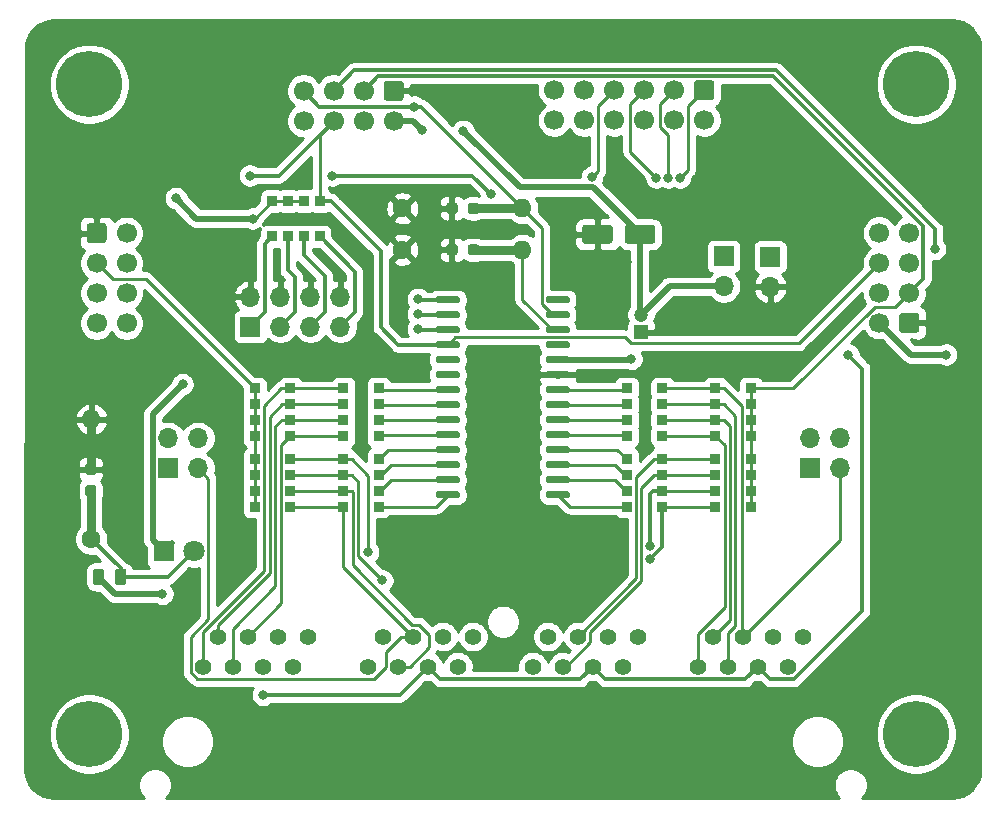
<source format=gbr>
%TF.GenerationSoftware,KiCad,Pcbnew,5.1.10*%
%TF.CreationDate,2021-11-19T19:09:23+01:00*%
%TF.ProjectId,SWITCH_INPUT_BOARD,53574954-4348-45f4-994e-5055545f424f,rev?*%
%TF.SameCoordinates,Original*%
%TF.FileFunction,Copper,L1,Top*%
%TF.FilePolarity,Positive*%
%FSLAX46Y46*%
G04 Gerber Fmt 4.6, Leading zero omitted, Abs format (unit mm)*
G04 Created by KiCad (PCBNEW 5.1.10) date 2021-11-19 19:09:23*
%MOMM*%
%LPD*%
G01*
G04 APERTURE LIST*
%TA.AperFunction,ComponentPad*%
%ADD10C,1.397000*%
%TD*%
%TA.AperFunction,ComponentPad*%
%ADD11O,1.700000X1.700000*%
%TD*%
%TA.AperFunction,ComponentPad*%
%ADD12R,1.700000X1.700000*%
%TD*%
%TA.AperFunction,ComponentPad*%
%ADD13C,1.800000*%
%TD*%
%TA.AperFunction,ComponentPad*%
%ADD14R,1.800000X1.800000*%
%TD*%
%TA.AperFunction,ComponentPad*%
%ADD15R,1.200000X1.200000*%
%TD*%
%TA.AperFunction,ComponentPad*%
%ADD16C,1.200000*%
%TD*%
%TA.AperFunction,ComponentPad*%
%ADD17C,5.600000*%
%TD*%
%TA.AperFunction,ComponentPad*%
%ADD18C,1.700000*%
%TD*%
%TA.AperFunction,ComponentPad*%
%ADD19O,1.600000X1.600000*%
%TD*%
%TA.AperFunction,ComponentPad*%
%ADD20C,1.600000*%
%TD*%
%TA.AperFunction,SMDPad,CuDef*%
%ADD21R,0.900000X0.900000*%
%TD*%
%TA.AperFunction,ViaPad*%
%ADD22C,0.800000*%
%TD*%
%TA.AperFunction,Conductor*%
%ADD23C,0.250000*%
%TD*%
%TA.AperFunction,Conductor*%
%ADD24C,0.300000*%
%TD*%
%TA.AperFunction,Conductor*%
%ADD25C,0.750000*%
%TD*%
%TA.AperFunction,Conductor*%
%ADD26C,0.500000*%
%TD*%
%TA.AperFunction,Conductor*%
%ADD27C,0.254000*%
%TD*%
%TA.AperFunction,Conductor*%
%ADD28C,0.100000*%
%TD*%
G04 APERTURE END LIST*
D10*
%TO.P,J1,D8*%
%TO.N,DAUX3*%
X158400000Y-111760000D03*
%TO.P,J1,D7*%
%TO.N,DAUX2*%
X157130000Y-114300000D03*
%TO.P,J1,D6*%
%TO.N,DAUX1*%
X155860000Y-111760000D03*
%TO.P,J1,D5*%
%TO.N,PUSH*%
X154590000Y-114300000D03*
%TO.P,J1,D4*%
%TO.N,DSW4*%
X153320000Y-111760000D03*
%TO.P,J1,D3*%
%TO.N,DSW3*%
X152050000Y-114300000D03*
%TO.P,J1,D2*%
%TO.N,DSW2*%
X150780000Y-111760000D03*
%TO.P,J1,D1*%
%TO.N,DSW1*%
X149510000Y-114300000D03*
%TO.P,J1,C8*%
%TO.N,CAUX3*%
X144430000Y-111760000D03*
%TO.P,J1,C7*%
%TO.N,CAUX2*%
X143160000Y-114300000D03*
%TO.P,J1,C6*%
%TO.N,CAUX1*%
X141890000Y-111760000D03*
%TO.P,J1,C5*%
%TO.N,PUSH*%
X140620000Y-114300000D03*
%TO.P,J1,C4*%
%TO.N,CSW4*%
X139350000Y-111760000D03*
%TO.P,J1,C3*%
%TO.N,CSW3*%
X138080000Y-114300000D03*
%TO.P,J1,C2*%
%TO.N,CSW2*%
X136810000Y-111760000D03*
%TO.P,J1,C1*%
%TO.N,CSW1*%
X135540000Y-114300000D03*
%TO.P,J1,B8*%
%TO.N,BAUX3*%
X130460000Y-111760000D03*
%TO.P,J1,B7*%
%TO.N,BAUX2*%
X129190000Y-114300000D03*
%TO.P,J1,B6*%
%TO.N,BAUX1*%
X127920000Y-111760000D03*
%TO.P,J1,B5*%
%TO.N,PUSH*%
X126650000Y-114300000D03*
%TO.P,J1,B4*%
%TO.N,BSW4*%
X125380000Y-111760000D03*
%TO.P,J1,B3*%
%TO.N,BSW3*%
X124110000Y-114300000D03*
%TO.P,J1,B2*%
%TO.N,BSW2*%
X122840000Y-111760000D03*
%TO.P,J1,B1*%
%TO.N,BSW1*%
X121570000Y-114300000D03*
%TO.P,J1,A8*%
%TO.N,AAUX3*%
X116490000Y-111760000D03*
%TO.P,J1,A7*%
%TO.N,AAUX2*%
X115220000Y-114300000D03*
%TO.P,J1,A6*%
%TO.N,AAUX1*%
X113950000Y-111760000D03*
%TO.P,J1,A5*%
%TO.N,PUSH*%
X112680000Y-114300000D03*
%TO.P,J1,A4*%
%TO.N,ASW4*%
X111410000Y-111760000D03*
%TO.P,J1,A3*%
%TO.N,ASW3*%
X110140000Y-114300000D03*
%TO.P,J1,A2*%
%TO.N,ASW2*%
X108870000Y-111760000D03*
%TO.P,J1,A1*%
%TO.N,ASW1*%
X107600000Y-114300000D03*
%TD*%
D11*
%TO.P,JP1,8*%
%TO.N,VCC*%
X119250000Y-82970000D03*
%TO.P,JP1,7*%
%TO.N,Net-(JP1-Pad7)*%
X119250000Y-85510000D03*
%TO.P,JP1,6*%
%TO.N,VCC*%
X116710000Y-82970000D03*
%TO.P,JP1,5*%
%TO.N,A2*%
X116710000Y-85510000D03*
%TO.P,JP1,4*%
%TO.N,VCC*%
X114170000Y-82970000D03*
%TO.P,JP1,3*%
%TO.N,A1*%
X114170000Y-85510000D03*
%TO.P,JP1,2*%
%TO.N,VCC*%
X111630000Y-82970000D03*
D12*
%TO.P,JP1,1*%
%TO.N,A0*%
X111630000Y-85510000D03*
%TD*%
D11*
%TO.P,JP3,4*%
%TO.N,TEST*%
X161540000Y-94960000D03*
%TO.P,JP3,3*%
%TO.N,DSW4*%
X161540000Y-97500000D03*
%TO.P,JP3,2*%
%TO.N,TEST*%
X159000000Y-94960000D03*
D12*
%TO.P,JP3,1*%
%TO.N,CSW4*%
X159000000Y-97500000D03*
%TD*%
D11*
%TO.P,JP2,4*%
%TO.N,TEST*%
X107190000Y-94960000D03*
%TO.P,JP2,3*%
%TO.N,BSW4*%
X107190000Y-97500000D03*
%TO.P,JP2,2*%
%TO.N,TEST*%
X104650000Y-94960000D03*
D12*
%TO.P,JP2,1*%
%TO.N,ASW4*%
X104650000Y-97500000D03*
%TD*%
%TO.P,REF\u002A\u002A,1*%
%TO.N,VCC*%
%TA.AperFunction,SMDPad,CuDef*%
G36*
G01*
X128200000Y-79237500D02*
X128200000Y-78762500D01*
G75*
G02*
X128437500Y-78525000I237500J0D01*
G01*
X128937500Y-78525000D01*
G75*
G02*
X129175000Y-78762500I0J-237500D01*
G01*
X129175000Y-79237500D01*
G75*
G02*
X128937500Y-79475000I-237500J0D01*
G01*
X128437500Y-79475000D01*
G75*
G02*
X128200000Y-79237500I0J237500D01*
G01*
G37*
%TD.AperFunction*%
%TO.P,REF\u002A\u002A,2*%
%TO.N,SCL*%
%TA.AperFunction,SMDPad,CuDef*%
G36*
G01*
X130025000Y-79237500D02*
X130025000Y-78762500D01*
G75*
G02*
X130262500Y-78525000I237500J0D01*
G01*
X130762500Y-78525000D01*
G75*
G02*
X131000000Y-78762500I0J-237500D01*
G01*
X131000000Y-79237500D01*
G75*
G02*
X130762500Y-79475000I-237500J0D01*
G01*
X130262500Y-79475000D01*
G75*
G02*
X130025000Y-79237500I0J237500D01*
G01*
G37*
%TD.AperFunction*%
%TD*%
%TO.P,REF\u002A\u002A,1*%
%TO.N,VCC*%
%TA.AperFunction,SMDPad,CuDef*%
G36*
G01*
X128200000Y-75737500D02*
X128200000Y-75262500D01*
G75*
G02*
X128437500Y-75025000I237500J0D01*
G01*
X128937500Y-75025000D01*
G75*
G02*
X129175000Y-75262500I0J-237500D01*
G01*
X129175000Y-75737500D01*
G75*
G02*
X128937500Y-75975000I-237500J0D01*
G01*
X128437500Y-75975000D01*
G75*
G02*
X128200000Y-75737500I0J237500D01*
G01*
G37*
%TD.AperFunction*%
%TO.P,REF\u002A\u002A,2*%
%TO.N,SDA*%
%TA.AperFunction,SMDPad,CuDef*%
G36*
G01*
X130025000Y-75737500D02*
X130025000Y-75262500D01*
G75*
G02*
X130262500Y-75025000I237500J0D01*
G01*
X130762500Y-75025000D01*
G75*
G02*
X131000000Y-75262500I0J-237500D01*
G01*
X131000000Y-75737500D01*
G75*
G02*
X130762500Y-75975000I-237500J0D01*
G01*
X130262500Y-75975000D01*
G75*
G02*
X130025000Y-75737500I0J237500D01*
G01*
G37*
%TD.AperFunction*%
%TD*%
%TO.P,C1\u002A,2*%
%TO.N,GND*%
%TA.AperFunction,SMDPad,CuDef*%
G36*
G01*
X143300000Y-78250400D02*
X143300000Y-77149600D01*
G75*
G02*
X143549600Y-76900000I249600J0D01*
G01*
X145650400Y-76900000D01*
G75*
G02*
X145900000Y-77149600I0J-249600D01*
G01*
X145900000Y-78250400D01*
G75*
G02*
X145650400Y-78500000I-249600J0D01*
G01*
X143549600Y-78500000D01*
G75*
G02*
X143300000Y-78250400I0J249600D01*
G01*
G37*
%TD.AperFunction*%
%TO.P,C1\u002A,1*%
%TO.N,VCC*%
%TA.AperFunction,SMDPad,CuDef*%
G36*
G01*
X139700000Y-78250400D02*
X139700000Y-77149600D01*
G75*
G02*
X139949600Y-76900000I249600J0D01*
G01*
X142050400Y-76900000D01*
G75*
G02*
X142300000Y-77149600I0J-249600D01*
G01*
X142300000Y-78250400D01*
G75*
G02*
X142050400Y-78500000I-249600J0D01*
G01*
X139949600Y-78500000D01*
G75*
G02*
X139700000Y-78250400I0J249600D01*
G01*
G37*
%TD.AperFunction*%
%TD*%
D13*
%TO.P,D1\u002A,2*%
%TO.N,Net-(D1-Pad2)*%
X106840000Y-104500000D03*
D14*
%TO.P,D1\u002A,1*%
%TO.N,GND*%
X104300000Y-104500000D03*
%TD*%
%TO.P,REF\u002A\u002A,2*%
%TO.N,VCC*%
%TA.AperFunction,SMDPad,CuDef*%
G36*
G01*
X98337500Y-98075000D02*
X97862500Y-98075000D01*
G75*
G02*
X97625000Y-97837500I0J237500D01*
G01*
X97625000Y-97337500D01*
G75*
G02*
X97862500Y-97100000I237500J0D01*
G01*
X98337500Y-97100000D01*
G75*
G02*
X98575000Y-97337500I0J-237500D01*
G01*
X98575000Y-97837500D01*
G75*
G02*
X98337500Y-98075000I-237500J0D01*
G01*
G37*
%TD.AperFunction*%
%TO.P,REF\u002A\u002A,1*%
%TO.N,Net-(D1-Pad2)*%
%TA.AperFunction,SMDPad,CuDef*%
G36*
G01*
X98337500Y-99900000D02*
X97862500Y-99900000D01*
G75*
G02*
X97625000Y-99662500I0J237500D01*
G01*
X97625000Y-99162500D01*
G75*
G02*
X97862500Y-98925000I237500J0D01*
G01*
X98337500Y-98925000D01*
G75*
G02*
X98575000Y-99162500I0J-237500D01*
G01*
X98575000Y-99662500D01*
G75*
G02*
X98337500Y-99900000I-237500J0D01*
G01*
G37*
%TD.AperFunction*%
%TD*%
%TO.P,D1,2*%
%TO.N,Net-(D1-Pad2)*%
%TA.AperFunction,SMDPad,CuDef*%
G36*
G01*
X100150000Y-107156250D02*
X100150000Y-106243750D01*
G75*
G02*
X100393750Y-106000000I243750J0D01*
G01*
X100881250Y-106000000D01*
G75*
G02*
X101125000Y-106243750I0J-243750D01*
G01*
X101125000Y-107156250D01*
G75*
G02*
X100881250Y-107400000I-243750J0D01*
G01*
X100393750Y-107400000D01*
G75*
G02*
X100150000Y-107156250I0J243750D01*
G01*
G37*
%TD.AperFunction*%
%TO.P,D1,1*%
%TO.N,GND*%
%TA.AperFunction,SMDPad,CuDef*%
G36*
G01*
X98275000Y-107156250D02*
X98275000Y-106243750D01*
G75*
G02*
X98518750Y-106000000I243750J0D01*
G01*
X99006250Y-106000000D01*
G75*
G02*
X99250000Y-106243750I0J-243750D01*
G01*
X99250000Y-107156250D01*
G75*
G02*
X99006250Y-107400000I-243750J0D01*
G01*
X98518750Y-107400000D01*
G75*
G02*
X98275000Y-107156250I0J243750D01*
G01*
G37*
%TD.AperFunction*%
%TD*%
D15*
%TO.P,C1,1*%
%TO.N,VCC*%
X144700000Y-86000000D03*
D16*
%TO.P,C1,2*%
%TO.N,GND*%
X144700000Y-84500000D03*
%TD*%
D17*
%TO.P,REF\u002A\u002A,1*%
%TO.N,N/C*%
X168000000Y-65000000D03*
%TD*%
%TO.P,REF\u002A\u002A,1*%
%TO.N,N/C*%
X98000000Y-65000000D03*
%TD*%
%TO.P,REF\u002A\u002A,1*%
%TO.N,N/C*%
X98000000Y-120000000D03*
%TD*%
%TO.P,REF\u002A\u002A,1*%
%TO.N,N/C*%
X168000000Y-120000000D03*
%TD*%
D18*
%TO.P,J2,8*%
%TO.N,SCL*%
X116130000Y-68090000D03*
%TO.P,J2,6*%
%TO.N,RESET*%
X118670000Y-68090000D03*
%TO.P,J2,4*%
%TO.N,PUSH*%
X121210000Y-68090000D03*
%TO.P,J2,2*%
%TO.N,GND*%
X123750000Y-68090000D03*
%TO.P,J2,7*%
%TO.N,SDA*%
X116130000Y-65550000D03*
%TO.P,J2,5*%
%TO.N,TEST*%
X118670000Y-65550000D03*
%TO.P,J2,3*%
%TO.N,PULL*%
X121210000Y-65550000D03*
%TO.P,J2,1*%
%TO.N,VCC*%
%TA.AperFunction,ComponentPad*%
G36*
G01*
X123150000Y-64700000D02*
X124350000Y-64700000D01*
G75*
G02*
X124600000Y-64950000I0J-250000D01*
G01*
X124600000Y-66150000D01*
G75*
G02*
X124350000Y-66400000I-250000J0D01*
G01*
X123150000Y-66400000D01*
G75*
G02*
X122900000Y-66150000I0J250000D01*
G01*
X122900000Y-64950000D01*
G75*
G02*
X123150000Y-64700000I250000J0D01*
G01*
G37*
%TD.AperFunction*%
%TD*%
%TO.P,J3,1*%
%TO.N,VCC*%
%TA.AperFunction,ComponentPad*%
G36*
G01*
X97750000Y-78200000D02*
X97750000Y-77000000D01*
G75*
G02*
X98000000Y-76750000I250000J0D01*
G01*
X99200000Y-76750000D01*
G75*
G02*
X99450000Y-77000000I0J-250000D01*
G01*
X99450000Y-78200000D01*
G75*
G02*
X99200000Y-78450000I-250000J0D01*
G01*
X98000000Y-78450000D01*
G75*
G02*
X97750000Y-78200000I0J250000D01*
G01*
G37*
%TD.AperFunction*%
%TO.P,J3,3*%
%TO.N,PULL*%
X98600000Y-80140000D03*
%TO.P,J3,5*%
%TO.N,TEST*%
X98600000Y-82680000D03*
%TO.P,J3,7*%
%TO.N,SDA*%
X98600000Y-85220000D03*
%TO.P,J3,2*%
%TO.N,GND*%
X101140000Y-77600000D03*
%TO.P,J3,4*%
%TO.N,PUSH*%
X101140000Y-80140000D03*
%TO.P,J3,6*%
%TO.N,RESET*%
X101140000Y-82680000D03*
%TO.P,J3,8*%
%TO.N,SCL*%
X101140000Y-85220000D03*
%TD*%
%TO.P,J4,8*%
%TO.N,SCL*%
X164860000Y-77580000D03*
%TO.P,J4,6*%
%TO.N,RESET*%
X164860000Y-80120000D03*
%TO.P,J4,4*%
%TO.N,PUSH*%
X164860000Y-82660000D03*
%TO.P,J4,2*%
%TO.N,GND*%
X164860000Y-85200000D03*
%TO.P,J4,7*%
%TO.N,SDA*%
X167400000Y-77580000D03*
%TO.P,J4,5*%
%TO.N,TEST*%
X167400000Y-80120000D03*
%TO.P,J4,3*%
%TO.N,PULL*%
X167400000Y-82660000D03*
%TO.P,J4,1*%
%TO.N,VCC*%
%TA.AperFunction,ComponentPad*%
G36*
G01*
X168250000Y-84600000D02*
X168250000Y-85800000D01*
G75*
G02*
X168000000Y-86050000I-250000J0D01*
G01*
X166800000Y-86050000D01*
G75*
G02*
X166550000Y-85800000I0J250000D01*
G01*
X166550000Y-84600000D01*
G75*
G02*
X166800000Y-84350000I250000J0D01*
G01*
X168000000Y-84350000D01*
G75*
G02*
X168250000Y-84600000I0J-250000D01*
G01*
G37*
%TD.AperFunction*%
%TD*%
%TO.P,J5,12*%
%TO.N,BAUX1*%
X137350000Y-68040000D03*
%TO.P,J5,10*%
%TO.N,BAUX2*%
X139890000Y-68040000D03*
%TO.P,J5,8*%
%TO.N,BAUX3*%
X142430000Y-68040000D03*
%TO.P,J5,6*%
%TO.N,DAUX1*%
X144970000Y-68040000D03*
%TO.P,J5,4*%
%TO.N,DAUX2*%
X147510000Y-68040000D03*
%TO.P,J5,2*%
%TO.N,DAUX3*%
X150050000Y-68040000D03*
%TO.P,J5,11*%
%TO.N,AAUX1*%
X137350000Y-65500000D03*
%TO.P,J5,9*%
%TO.N,AAUX2*%
X139890000Y-65500000D03*
%TO.P,J5,7*%
%TO.N,AAUX3*%
X142430000Y-65500000D03*
%TO.P,J5,5*%
%TO.N,CAUX1*%
X144970000Y-65500000D03*
%TO.P,J5,3*%
%TO.N,CAUX2*%
X147510000Y-65500000D03*
%TO.P,J5,1*%
%TO.N,CAUX3*%
%TA.AperFunction,ComponentPad*%
G36*
G01*
X149450000Y-64650000D02*
X150650000Y-64650000D01*
G75*
G02*
X150900000Y-64900000I0J-250000D01*
G01*
X150900000Y-66100000D01*
G75*
G02*
X150650000Y-66350000I-250000J0D01*
G01*
X149450000Y-66350000D01*
G75*
G02*
X149200000Y-66100000I0J250000D01*
G01*
X149200000Y-64900000D01*
G75*
G02*
X149450000Y-64650000I250000J0D01*
G01*
G37*
%TD.AperFunction*%
%TD*%
D12*
%TO.P,JP4,1*%
%TO.N,PULL*%
X155635001Y-79605001D03*
D11*
%TO.P,JP4,2*%
%TO.N,VCC*%
X155635001Y-82145001D03*
%TD*%
D12*
%TO.P,JP5,1*%
%TO.N,PUSH*%
X151700000Y-79550000D03*
D11*
%TO.P,JP5,2*%
%TO.N,GND*%
X151700000Y-82090000D03*
%TD*%
D19*
%TO.P,R1,2*%
%TO.N,SDA*%
X134660000Y-75500000D03*
D20*
%TO.P,R1,1*%
%TO.N,VCC*%
X124500000Y-75500000D03*
%TD*%
%TO.P,R2,1*%
%TO.N,VCC*%
X124500000Y-79000000D03*
D19*
%TO.P,R2,2*%
%TO.N,SCL*%
X134660000Y-79000000D03*
%TD*%
%TO.P,R3,2*%
%TO.N,VCC*%
X98150000Y-93340000D03*
D20*
%TO.P,R3,1*%
%TO.N,Net-(D1-Pad2)*%
X98150000Y-103500000D03*
%TD*%
D21*
%TO.P,RN1,1*%
%TO.N,ASW1*%
X119500000Y-90750000D03*
%TO.P,RN1,4*%
%TO.N,ASW4*%
X119500000Y-94750000D03*
%TO.P,RN1,2*%
%TO.N,ASW2*%
X119500000Y-92090000D03*
%TO.P,RN1,3*%
%TO.N,ASW3*%
X119500000Y-93410000D03*
%TO.P,RN1,7*%
%TO.N,GPA1*%
X122500000Y-92090000D03*
%TO.P,RN1,8*%
%TO.N,GPA0*%
X122500000Y-90750000D03*
%TO.P,RN1,5*%
%TO.N,GPA3*%
X122500000Y-94750000D03*
%TO.P,RN1,6*%
%TO.N,GPA2*%
X122500000Y-93410000D03*
%TD*%
%TO.P,RN2,1*%
%TO.N,BSW1*%
X119500000Y-96750000D03*
%TO.P,RN2,4*%
%TO.N,BSW4*%
X119500000Y-100750000D03*
%TO.P,RN2,2*%
%TO.N,BSW2*%
X119500000Y-98090000D03*
%TO.P,RN2,3*%
%TO.N,BSW3*%
X119500000Y-99410000D03*
%TO.P,RN2,7*%
%TO.N,GPA5*%
X122500000Y-98090000D03*
%TO.P,RN2,8*%
%TO.N,GPA4*%
X122500000Y-96750000D03*
%TO.P,RN2,5*%
%TO.N,GPA7*%
X122500000Y-100750000D03*
%TO.P,RN2,6*%
%TO.N,GPA6*%
X122500000Y-99410000D03*
%TD*%
%TO.P,RN3,6*%
%TO.N,GPB2*%
X143500000Y-98090000D03*
%TO.P,RN3,5*%
%TO.N,GPB3*%
X143500000Y-96750000D03*
%TO.P,RN3,8*%
%TO.N,GPB0*%
X143500000Y-100750000D03*
%TO.P,RN3,7*%
%TO.N,GPB1*%
X143500000Y-99410000D03*
%TO.P,RN3,3*%
%TO.N,CSW3*%
X146500000Y-98090000D03*
%TO.P,RN3,2*%
%TO.N,CSW2*%
X146500000Y-99410000D03*
%TO.P,RN3,4*%
%TO.N,CSW4*%
X146500000Y-96750000D03*
%TO.P,RN3,1*%
%TO.N,CSW1*%
X146500000Y-100750000D03*
%TD*%
%TO.P,RN4,1*%
%TO.N,DSW1*%
X146500000Y-94750000D03*
%TO.P,RN4,4*%
%TO.N,DSW4*%
X146500000Y-90750000D03*
%TO.P,RN4,2*%
%TO.N,DSW2*%
X146500000Y-93410000D03*
%TO.P,RN4,3*%
%TO.N,DSW3*%
X146500000Y-92090000D03*
%TO.P,RN4,7*%
%TO.N,GPB5*%
X143500000Y-93410000D03*
%TO.P,RN4,8*%
%TO.N,GPB4*%
X143500000Y-94750000D03*
%TO.P,RN4,5*%
%TO.N,GPB7*%
X143500000Y-90750000D03*
%TO.P,RN4,6*%
%TO.N,GPB6*%
X143500000Y-92090000D03*
%TD*%
%TO.P,RN5,1*%
%TO.N,ASW4*%
X115000000Y-94750000D03*
%TO.P,RN5,4*%
%TO.N,ASW1*%
X115000000Y-90750000D03*
%TO.P,RN5,2*%
%TO.N,ASW3*%
X115000000Y-93410000D03*
%TO.P,RN5,3*%
%TO.N,ASW2*%
X115000000Y-92090000D03*
%TO.P,RN5,7*%
%TO.N,PULL*%
X112000000Y-93410000D03*
%TO.P,RN5,8*%
X112000000Y-94750000D03*
%TO.P,RN5,5*%
X112000000Y-90750000D03*
%TO.P,RN5,6*%
X112000000Y-92090000D03*
%TD*%
%TO.P,RN6,6*%
%TO.N,PULL*%
X112000000Y-98090000D03*
%TO.P,RN6,5*%
X112000000Y-96750000D03*
%TO.P,RN6,8*%
X112000000Y-100750000D03*
%TO.P,RN6,7*%
X112000000Y-99410000D03*
%TO.P,RN6,3*%
%TO.N,BSW2*%
X115000000Y-98090000D03*
%TO.P,RN6,2*%
%TO.N,BSW3*%
X115000000Y-99410000D03*
%TO.P,RN6,4*%
%TO.N,BSW1*%
X115000000Y-96750000D03*
%TO.P,RN6,1*%
%TO.N,BSW4*%
X115000000Y-100750000D03*
%TD*%
%TO.P,RN7,1*%
%TO.N,CSW4*%
X151000000Y-96750000D03*
%TO.P,RN7,4*%
%TO.N,CSW1*%
X151000000Y-100750000D03*
%TO.P,RN7,2*%
%TO.N,CSW3*%
X151000000Y-98090000D03*
%TO.P,RN7,3*%
%TO.N,CSW2*%
X151000000Y-99410000D03*
%TO.P,RN7,7*%
%TO.N,PULL*%
X154000000Y-98090000D03*
%TO.P,RN7,8*%
X154000000Y-96750000D03*
%TO.P,RN7,5*%
X154000000Y-100750000D03*
%TO.P,RN7,6*%
X154000000Y-99410000D03*
%TD*%
%TO.P,RN8,6*%
%TO.N,PULL*%
X154000000Y-93410000D03*
%TO.P,RN8,5*%
X154000000Y-94750000D03*
%TO.P,RN8,8*%
X154000000Y-90750000D03*
%TO.P,RN8,7*%
X154000000Y-92090000D03*
%TO.P,RN8,3*%
%TO.N,DSW2*%
X151000000Y-93410000D03*
%TO.P,RN8,2*%
%TO.N,DSW3*%
X151000000Y-92090000D03*
%TO.P,RN8,4*%
%TO.N,DSW1*%
X151000000Y-94750000D03*
%TO.P,RN8,1*%
%TO.N,DSW4*%
X151000000Y-90750000D03*
%TD*%
%TO.P,RN9,6*%
%TO.N,GND*%
X116140000Y-74880000D03*
%TO.P,RN9,5*%
%TO.N,RESET*%
X117480000Y-74880000D03*
%TO.P,RN9,8*%
%TO.N,GND*%
X113480000Y-74880000D03*
%TO.P,RN9,7*%
X114820000Y-74880000D03*
%TO.P,RN9,3*%
%TO.N,A2*%
X116140000Y-77880000D03*
%TO.P,RN9,2*%
%TO.N,A1*%
X114820000Y-77880000D03*
%TO.P,RN9,4*%
%TO.N,Net-(JP1-Pad7)*%
X117480000Y-77880000D03*
%TO.P,RN9,1*%
%TO.N,A0*%
X113480000Y-77880000D03*
%TD*%
%TO.P,U1,1*%
%TO.N,GPB0*%
%TA.AperFunction,SMDPad,CuDef*%
G36*
G01*
X138675000Y-99605000D02*
X138675000Y-99905000D01*
G75*
G02*
X138525000Y-100055000I-150000J0D01*
G01*
X136775000Y-100055000D01*
G75*
G02*
X136625000Y-99905000I0J150000D01*
G01*
X136625000Y-99605000D01*
G75*
G02*
X136775000Y-99455000I150000J0D01*
G01*
X138525000Y-99455000D01*
G75*
G02*
X138675000Y-99605000I0J-150000D01*
G01*
G37*
%TD.AperFunction*%
%TO.P,U1,2*%
%TO.N,GPB1*%
%TA.AperFunction,SMDPad,CuDef*%
G36*
G01*
X138675000Y-98335000D02*
X138675000Y-98635000D01*
G75*
G02*
X138525000Y-98785000I-150000J0D01*
G01*
X136775000Y-98785000D01*
G75*
G02*
X136625000Y-98635000I0J150000D01*
G01*
X136625000Y-98335000D01*
G75*
G02*
X136775000Y-98185000I150000J0D01*
G01*
X138525000Y-98185000D01*
G75*
G02*
X138675000Y-98335000I0J-150000D01*
G01*
G37*
%TD.AperFunction*%
%TO.P,U1,3*%
%TO.N,GPB2*%
%TA.AperFunction,SMDPad,CuDef*%
G36*
G01*
X138675000Y-97065000D02*
X138675000Y-97365000D01*
G75*
G02*
X138525000Y-97515000I-150000J0D01*
G01*
X136775000Y-97515000D01*
G75*
G02*
X136625000Y-97365000I0J150000D01*
G01*
X136625000Y-97065000D01*
G75*
G02*
X136775000Y-96915000I150000J0D01*
G01*
X138525000Y-96915000D01*
G75*
G02*
X138675000Y-97065000I0J-150000D01*
G01*
G37*
%TD.AperFunction*%
%TO.P,U1,4*%
%TO.N,GPB3*%
%TA.AperFunction,SMDPad,CuDef*%
G36*
G01*
X138675000Y-95795000D02*
X138675000Y-96095000D01*
G75*
G02*
X138525000Y-96245000I-150000J0D01*
G01*
X136775000Y-96245000D01*
G75*
G02*
X136625000Y-96095000I0J150000D01*
G01*
X136625000Y-95795000D01*
G75*
G02*
X136775000Y-95645000I150000J0D01*
G01*
X138525000Y-95645000D01*
G75*
G02*
X138675000Y-95795000I0J-150000D01*
G01*
G37*
%TD.AperFunction*%
%TO.P,U1,5*%
%TO.N,GPB4*%
%TA.AperFunction,SMDPad,CuDef*%
G36*
G01*
X138675000Y-94525000D02*
X138675000Y-94825000D01*
G75*
G02*
X138525000Y-94975000I-150000J0D01*
G01*
X136775000Y-94975000D01*
G75*
G02*
X136625000Y-94825000I0J150000D01*
G01*
X136625000Y-94525000D01*
G75*
G02*
X136775000Y-94375000I150000J0D01*
G01*
X138525000Y-94375000D01*
G75*
G02*
X138675000Y-94525000I0J-150000D01*
G01*
G37*
%TD.AperFunction*%
%TO.P,U1,6*%
%TO.N,GPB5*%
%TA.AperFunction,SMDPad,CuDef*%
G36*
G01*
X138675000Y-93255000D02*
X138675000Y-93555000D01*
G75*
G02*
X138525000Y-93705000I-150000J0D01*
G01*
X136775000Y-93705000D01*
G75*
G02*
X136625000Y-93555000I0J150000D01*
G01*
X136625000Y-93255000D01*
G75*
G02*
X136775000Y-93105000I150000J0D01*
G01*
X138525000Y-93105000D01*
G75*
G02*
X138675000Y-93255000I0J-150000D01*
G01*
G37*
%TD.AperFunction*%
%TO.P,U1,7*%
%TO.N,GPB6*%
%TA.AperFunction,SMDPad,CuDef*%
G36*
G01*
X138675000Y-91985000D02*
X138675000Y-92285000D01*
G75*
G02*
X138525000Y-92435000I-150000J0D01*
G01*
X136775000Y-92435000D01*
G75*
G02*
X136625000Y-92285000I0J150000D01*
G01*
X136625000Y-91985000D01*
G75*
G02*
X136775000Y-91835000I150000J0D01*
G01*
X138525000Y-91835000D01*
G75*
G02*
X138675000Y-91985000I0J-150000D01*
G01*
G37*
%TD.AperFunction*%
%TO.P,U1,8*%
%TO.N,GPB7*%
%TA.AperFunction,SMDPad,CuDef*%
G36*
G01*
X138675000Y-90715000D02*
X138675000Y-91015000D01*
G75*
G02*
X138525000Y-91165000I-150000J0D01*
G01*
X136775000Y-91165000D01*
G75*
G02*
X136625000Y-91015000I0J150000D01*
G01*
X136625000Y-90715000D01*
G75*
G02*
X136775000Y-90565000I150000J0D01*
G01*
X138525000Y-90565000D01*
G75*
G02*
X138675000Y-90715000I0J-150000D01*
G01*
G37*
%TD.AperFunction*%
%TO.P,U1,9*%
%TO.N,VCC*%
%TA.AperFunction,SMDPad,CuDef*%
G36*
G01*
X138675000Y-89445000D02*
X138675000Y-89745000D01*
G75*
G02*
X138525000Y-89895000I-150000J0D01*
G01*
X136775000Y-89895000D01*
G75*
G02*
X136625000Y-89745000I0J150000D01*
G01*
X136625000Y-89445000D01*
G75*
G02*
X136775000Y-89295000I150000J0D01*
G01*
X138525000Y-89295000D01*
G75*
G02*
X138675000Y-89445000I0J-150000D01*
G01*
G37*
%TD.AperFunction*%
%TO.P,U1,10*%
%TO.N,GND*%
%TA.AperFunction,SMDPad,CuDef*%
G36*
G01*
X138675000Y-88175000D02*
X138675000Y-88475000D01*
G75*
G02*
X138525000Y-88625000I-150000J0D01*
G01*
X136775000Y-88625000D01*
G75*
G02*
X136625000Y-88475000I0J150000D01*
G01*
X136625000Y-88175000D01*
G75*
G02*
X136775000Y-88025000I150000J0D01*
G01*
X138525000Y-88025000D01*
G75*
G02*
X138675000Y-88175000I0J-150000D01*
G01*
G37*
%TD.AperFunction*%
%TO.P,U1,11*%
%TO.N,Net-(U1-Pad11)*%
%TA.AperFunction,SMDPad,CuDef*%
G36*
G01*
X138675000Y-86905000D02*
X138675000Y-87205000D01*
G75*
G02*
X138525000Y-87355000I-150000J0D01*
G01*
X136775000Y-87355000D01*
G75*
G02*
X136625000Y-87205000I0J150000D01*
G01*
X136625000Y-86905000D01*
G75*
G02*
X136775000Y-86755000I150000J0D01*
G01*
X138525000Y-86755000D01*
G75*
G02*
X138675000Y-86905000I0J-150000D01*
G01*
G37*
%TD.AperFunction*%
%TO.P,U1,12*%
%TO.N,SCL*%
%TA.AperFunction,SMDPad,CuDef*%
G36*
G01*
X138675000Y-85635000D02*
X138675000Y-85935000D01*
G75*
G02*
X138525000Y-86085000I-150000J0D01*
G01*
X136775000Y-86085000D01*
G75*
G02*
X136625000Y-85935000I0J150000D01*
G01*
X136625000Y-85635000D01*
G75*
G02*
X136775000Y-85485000I150000J0D01*
G01*
X138525000Y-85485000D01*
G75*
G02*
X138675000Y-85635000I0J-150000D01*
G01*
G37*
%TD.AperFunction*%
%TO.P,U1,13*%
%TO.N,SDA*%
%TA.AperFunction,SMDPad,CuDef*%
G36*
G01*
X138675000Y-84365000D02*
X138675000Y-84665000D01*
G75*
G02*
X138525000Y-84815000I-150000J0D01*
G01*
X136775000Y-84815000D01*
G75*
G02*
X136625000Y-84665000I0J150000D01*
G01*
X136625000Y-84365000D01*
G75*
G02*
X136775000Y-84215000I150000J0D01*
G01*
X138525000Y-84215000D01*
G75*
G02*
X138675000Y-84365000I0J-150000D01*
G01*
G37*
%TD.AperFunction*%
%TO.P,U1,14*%
%TO.N,Net-(U1-Pad14)*%
%TA.AperFunction,SMDPad,CuDef*%
G36*
G01*
X138675000Y-83095000D02*
X138675000Y-83395000D01*
G75*
G02*
X138525000Y-83545000I-150000J0D01*
G01*
X136775000Y-83545000D01*
G75*
G02*
X136625000Y-83395000I0J150000D01*
G01*
X136625000Y-83095000D01*
G75*
G02*
X136775000Y-82945000I150000J0D01*
G01*
X138525000Y-82945000D01*
G75*
G02*
X138675000Y-83095000I0J-150000D01*
G01*
G37*
%TD.AperFunction*%
%TO.P,U1,15*%
%TO.N,A0*%
%TA.AperFunction,SMDPad,CuDef*%
G36*
G01*
X129375000Y-83095000D02*
X129375000Y-83395000D01*
G75*
G02*
X129225000Y-83545000I-150000J0D01*
G01*
X127475000Y-83545000D01*
G75*
G02*
X127325000Y-83395000I0J150000D01*
G01*
X127325000Y-83095000D01*
G75*
G02*
X127475000Y-82945000I150000J0D01*
G01*
X129225000Y-82945000D01*
G75*
G02*
X129375000Y-83095000I0J-150000D01*
G01*
G37*
%TD.AperFunction*%
%TO.P,U1,16*%
%TO.N,A1*%
%TA.AperFunction,SMDPad,CuDef*%
G36*
G01*
X129375000Y-84365000D02*
X129375000Y-84665000D01*
G75*
G02*
X129225000Y-84815000I-150000J0D01*
G01*
X127475000Y-84815000D01*
G75*
G02*
X127325000Y-84665000I0J150000D01*
G01*
X127325000Y-84365000D01*
G75*
G02*
X127475000Y-84215000I150000J0D01*
G01*
X129225000Y-84215000D01*
G75*
G02*
X129375000Y-84365000I0J-150000D01*
G01*
G37*
%TD.AperFunction*%
%TO.P,U1,17*%
%TO.N,A2*%
%TA.AperFunction,SMDPad,CuDef*%
G36*
G01*
X129375000Y-85635000D02*
X129375000Y-85935000D01*
G75*
G02*
X129225000Y-86085000I-150000J0D01*
G01*
X127475000Y-86085000D01*
G75*
G02*
X127325000Y-85935000I0J150000D01*
G01*
X127325000Y-85635000D01*
G75*
G02*
X127475000Y-85485000I150000J0D01*
G01*
X129225000Y-85485000D01*
G75*
G02*
X129375000Y-85635000I0J-150000D01*
G01*
G37*
%TD.AperFunction*%
%TO.P,U1,18*%
%TO.N,RESET*%
%TA.AperFunction,SMDPad,CuDef*%
G36*
G01*
X129375000Y-86905000D02*
X129375000Y-87205000D01*
G75*
G02*
X129225000Y-87355000I-150000J0D01*
G01*
X127475000Y-87355000D01*
G75*
G02*
X127325000Y-87205000I0J150000D01*
G01*
X127325000Y-86905000D01*
G75*
G02*
X127475000Y-86755000I150000J0D01*
G01*
X129225000Y-86755000D01*
G75*
G02*
X129375000Y-86905000I0J-150000D01*
G01*
G37*
%TD.AperFunction*%
%TO.P,U1,19*%
%TO.N,Net-(U1-Pad19)*%
%TA.AperFunction,SMDPad,CuDef*%
G36*
G01*
X129375000Y-88175000D02*
X129375000Y-88475000D01*
G75*
G02*
X129225000Y-88625000I-150000J0D01*
G01*
X127475000Y-88625000D01*
G75*
G02*
X127325000Y-88475000I0J150000D01*
G01*
X127325000Y-88175000D01*
G75*
G02*
X127475000Y-88025000I150000J0D01*
G01*
X129225000Y-88025000D01*
G75*
G02*
X129375000Y-88175000I0J-150000D01*
G01*
G37*
%TD.AperFunction*%
%TO.P,U1,20*%
%TO.N,Net-(U1-Pad20)*%
%TA.AperFunction,SMDPad,CuDef*%
G36*
G01*
X129375000Y-89445000D02*
X129375000Y-89745000D01*
G75*
G02*
X129225000Y-89895000I-150000J0D01*
G01*
X127475000Y-89895000D01*
G75*
G02*
X127325000Y-89745000I0J150000D01*
G01*
X127325000Y-89445000D01*
G75*
G02*
X127475000Y-89295000I150000J0D01*
G01*
X129225000Y-89295000D01*
G75*
G02*
X129375000Y-89445000I0J-150000D01*
G01*
G37*
%TD.AperFunction*%
%TO.P,U1,21*%
%TO.N,GPA0*%
%TA.AperFunction,SMDPad,CuDef*%
G36*
G01*
X129375000Y-90715000D02*
X129375000Y-91015000D01*
G75*
G02*
X129225000Y-91165000I-150000J0D01*
G01*
X127475000Y-91165000D01*
G75*
G02*
X127325000Y-91015000I0J150000D01*
G01*
X127325000Y-90715000D01*
G75*
G02*
X127475000Y-90565000I150000J0D01*
G01*
X129225000Y-90565000D01*
G75*
G02*
X129375000Y-90715000I0J-150000D01*
G01*
G37*
%TD.AperFunction*%
%TO.P,U1,22*%
%TO.N,GPA1*%
%TA.AperFunction,SMDPad,CuDef*%
G36*
G01*
X129375000Y-91985000D02*
X129375000Y-92285000D01*
G75*
G02*
X129225000Y-92435000I-150000J0D01*
G01*
X127475000Y-92435000D01*
G75*
G02*
X127325000Y-92285000I0J150000D01*
G01*
X127325000Y-91985000D01*
G75*
G02*
X127475000Y-91835000I150000J0D01*
G01*
X129225000Y-91835000D01*
G75*
G02*
X129375000Y-91985000I0J-150000D01*
G01*
G37*
%TD.AperFunction*%
%TO.P,U1,23*%
%TO.N,GPA2*%
%TA.AperFunction,SMDPad,CuDef*%
G36*
G01*
X129375000Y-93255000D02*
X129375000Y-93555000D01*
G75*
G02*
X129225000Y-93705000I-150000J0D01*
G01*
X127475000Y-93705000D01*
G75*
G02*
X127325000Y-93555000I0J150000D01*
G01*
X127325000Y-93255000D01*
G75*
G02*
X127475000Y-93105000I150000J0D01*
G01*
X129225000Y-93105000D01*
G75*
G02*
X129375000Y-93255000I0J-150000D01*
G01*
G37*
%TD.AperFunction*%
%TO.P,U1,24*%
%TO.N,GPA3*%
%TA.AperFunction,SMDPad,CuDef*%
G36*
G01*
X129375000Y-94525000D02*
X129375000Y-94825000D01*
G75*
G02*
X129225000Y-94975000I-150000J0D01*
G01*
X127475000Y-94975000D01*
G75*
G02*
X127325000Y-94825000I0J150000D01*
G01*
X127325000Y-94525000D01*
G75*
G02*
X127475000Y-94375000I150000J0D01*
G01*
X129225000Y-94375000D01*
G75*
G02*
X129375000Y-94525000I0J-150000D01*
G01*
G37*
%TD.AperFunction*%
%TO.P,U1,25*%
%TO.N,GPA4*%
%TA.AperFunction,SMDPad,CuDef*%
G36*
G01*
X129375000Y-95795000D02*
X129375000Y-96095000D01*
G75*
G02*
X129225000Y-96245000I-150000J0D01*
G01*
X127475000Y-96245000D01*
G75*
G02*
X127325000Y-96095000I0J150000D01*
G01*
X127325000Y-95795000D01*
G75*
G02*
X127475000Y-95645000I150000J0D01*
G01*
X129225000Y-95645000D01*
G75*
G02*
X129375000Y-95795000I0J-150000D01*
G01*
G37*
%TD.AperFunction*%
%TO.P,U1,26*%
%TO.N,GPA5*%
%TA.AperFunction,SMDPad,CuDef*%
G36*
G01*
X129375000Y-97065000D02*
X129375000Y-97365000D01*
G75*
G02*
X129225000Y-97515000I-150000J0D01*
G01*
X127475000Y-97515000D01*
G75*
G02*
X127325000Y-97365000I0J150000D01*
G01*
X127325000Y-97065000D01*
G75*
G02*
X127475000Y-96915000I150000J0D01*
G01*
X129225000Y-96915000D01*
G75*
G02*
X129375000Y-97065000I0J-150000D01*
G01*
G37*
%TD.AperFunction*%
%TO.P,U1,27*%
%TO.N,GPA6*%
%TA.AperFunction,SMDPad,CuDef*%
G36*
G01*
X129375000Y-98335000D02*
X129375000Y-98635000D01*
G75*
G02*
X129225000Y-98785000I-150000J0D01*
G01*
X127475000Y-98785000D01*
G75*
G02*
X127325000Y-98635000I0J150000D01*
G01*
X127325000Y-98335000D01*
G75*
G02*
X127475000Y-98185000I150000J0D01*
G01*
X129225000Y-98185000D01*
G75*
G02*
X129375000Y-98335000I0J-150000D01*
G01*
G37*
%TD.AperFunction*%
%TO.P,U1,28*%
%TO.N,GPA7*%
%TA.AperFunction,SMDPad,CuDef*%
G36*
G01*
X129375000Y-99605000D02*
X129375000Y-99905000D01*
G75*
G02*
X129225000Y-100055000I-150000J0D01*
G01*
X127475000Y-100055000D01*
G75*
G02*
X127325000Y-99905000I0J150000D01*
G01*
X127325000Y-99605000D01*
G75*
G02*
X127475000Y-99455000I150000J0D01*
G01*
X129225000Y-99455000D01*
G75*
G02*
X129375000Y-99605000I0J-150000D01*
G01*
G37*
%TD.AperFunction*%
%TD*%
D22*
%TO.N,PUSH*%
X112700000Y-116680000D03*
X162250000Y-87910000D03*
%TO.N,AAUX3*%
X140540000Y-72850000D03*
%TO.N,BSW1*%
X121600000Y-104600000D03*
%TO.N,BSW2*%
X122800000Y-107000000D03*
%TO.N,CSW1*%
X145500000Y-105200000D03*
%TO.N,CSW2*%
X145500000Y-104100000D03*
%TO.N,CAUX1*%
X145990000Y-72890000D03*
%TO.N,CAUX2*%
X147000000Y-72900000D03*
%TO.N,CAUX3*%
X148000000Y-72900000D03*
%TO.N,VCC*%
X156650000Y-88820000D03*
X164920000Y-90920000D03*
X143490000Y-80010000D03*
X145820000Y-80000000D03*
X123760000Y-62250000D03*
X151750000Y-85310000D03*
X118270000Y-80110000D03*
%TO.N,TEST*%
X169570000Y-78940000D03*
%TO.N,SDA*%
X125490001Y-66889999D03*
%TO.N,GND*%
X111810000Y-76360000D03*
X104180000Y-108140000D03*
X129650000Y-68940000D03*
X126190000Y-68870000D03*
X143880000Y-88250000D03*
X105890000Y-90390000D03*
X105310000Y-74630000D03*
X170540000Y-87880000D03*
%TO.N,RESET*%
X111570000Y-72730000D03*
%TO.N,SCL*%
X132000000Y-74300000D03*
X118560000Y-72720000D03*
%TO.N,A0*%
X125830000Y-83170000D03*
%TO.N,A1*%
X125830000Y-84445000D03*
%TO.N,A2*%
X125830000Y-85720000D03*
%TD*%
D23*
%TO.N,ASW1*%
X115000000Y-90750000D02*
X119500000Y-90750000D01*
X107600000Y-111405762D02*
X107600000Y-114300000D01*
X112799990Y-106205772D02*
X107600000Y-111405762D01*
X112799990Y-92200010D02*
X112799990Y-106205772D01*
X114250000Y-90750000D02*
X112799990Y-92200010D01*
X115000000Y-90750000D02*
X114250000Y-90750000D01*
%TO.N,ASW2*%
X115000000Y-92090000D02*
X119500000Y-92090000D01*
X114300000Y-92090000D02*
X113250000Y-93140000D01*
X115000000Y-92090000D02*
X114300000Y-92090000D01*
X108870000Y-110772172D02*
X108870000Y-111760000D01*
X113250000Y-106392172D02*
X108870000Y-110772172D01*
X113250000Y-93140000D02*
X113250000Y-106392172D01*
%TO.N,ASW3*%
X115000000Y-93410000D02*
X119500000Y-93410000D01*
X114300000Y-93410000D02*
X113750000Y-93960000D01*
X115000000Y-93410000D02*
X114300000Y-93410000D01*
X110140000Y-111110000D02*
X110140000Y-114300000D01*
X113750000Y-107500000D02*
X110140000Y-111110000D01*
X113750000Y-93960000D02*
X113750000Y-107500000D01*
%TO.N,ASW4*%
X115000000Y-94750000D02*
X119500000Y-94750000D01*
X114224999Y-108945001D02*
X111410000Y-111760000D01*
X114224999Y-95525001D02*
X114224999Y-108945001D01*
X115000000Y-94750000D02*
X114224999Y-95525001D01*
D24*
%TO.N,PUSH*%
X162250000Y-87910000D02*
X162250000Y-87910000D01*
X124270000Y-116680000D02*
X126650000Y-114300000D01*
X112700000Y-116680000D02*
X124270000Y-116680000D01*
X139571499Y-115348501D02*
X140620000Y-114300000D01*
X127698501Y-115348501D02*
X139571499Y-115348501D01*
X126650000Y-114300000D02*
X127698501Y-115348501D01*
X153541499Y-115348501D02*
X154590000Y-114300000D01*
X141668501Y-115348501D02*
X153541499Y-115348501D01*
X140620000Y-114300000D02*
X141668501Y-115348501D01*
X154590000Y-114300000D02*
X155638501Y-115348501D01*
X163400001Y-109581781D02*
X163400001Y-89060001D01*
X163400001Y-89060001D02*
X162250000Y-87910000D01*
X155638501Y-115348501D02*
X157633281Y-115348501D01*
X157633281Y-115348501D02*
X163400001Y-109581781D01*
D23*
%TO.N,AAUX3*%
X141065001Y-72324999D02*
X141065001Y-66864999D01*
X141065001Y-66864999D02*
X142430000Y-65500000D01*
X140540000Y-72850000D02*
X141065001Y-72324999D01*
%TO.N,BSW1*%
X115000000Y-96750000D02*
X119500000Y-96750000D01*
X119500000Y-96750000D02*
X120200000Y-96750000D01*
X120200000Y-96750000D02*
X121600000Y-98150000D01*
X121600000Y-98150000D02*
X121600000Y-104600000D01*
%TO.N,BSW2*%
X115000000Y-98090000D02*
X119500000Y-98090000D01*
X119500000Y-98090000D02*
X120200000Y-98090000D01*
X120200000Y-98090000D02*
X120750000Y-98640000D01*
X120750000Y-104950000D02*
X122800000Y-107000000D01*
X120750000Y-98640000D02*
X120750000Y-104950000D01*
%TO.N,BSW3*%
X115000000Y-99410000D02*
X119500000Y-99410000D01*
X125097828Y-114300000D02*
X124110000Y-114300000D01*
X126750000Y-112647828D02*
X125097828Y-114300000D01*
X126750000Y-111615218D02*
X126750000Y-112647828D01*
X125286501Y-110736499D02*
X125871281Y-110736499D01*
X125871281Y-110736499D02*
X126750000Y-111615218D01*
X119500000Y-99410000D02*
X120200000Y-99410000D01*
X120200000Y-99410000D02*
X120275001Y-99485001D01*
X120275001Y-99485001D02*
X120275001Y-105724999D01*
X120275001Y-105724999D02*
X125286501Y-110736499D01*
%TO.N,BSW4*%
X115000000Y-100750000D02*
X119500000Y-100750000D01*
X119500000Y-105880000D02*
X125380000Y-111760000D01*
X119500000Y-100750000D02*
X119500000Y-105880000D01*
X125135218Y-111760000D02*
X125380000Y-111760000D01*
X124392172Y-111760000D02*
X125380000Y-111760000D01*
X123086499Y-113065673D02*
X124392172Y-111760000D01*
X107108719Y-115323501D02*
X122061281Y-115323501D01*
X123086499Y-114298283D02*
X123086499Y-113065673D01*
X106576499Y-114791281D02*
X107108719Y-115323501D01*
X106576499Y-111792853D02*
X106576499Y-114791281D01*
X108065001Y-110304351D02*
X106576499Y-111792853D01*
X108065001Y-98375001D02*
X108065001Y-110304351D01*
X122061281Y-115323501D02*
X123086499Y-114298283D01*
X107190000Y-97500000D02*
X108065001Y-98375001D01*
%TO.N,CSW1*%
X146500000Y-100750000D02*
X151000000Y-100750000D01*
D24*
X146500000Y-104200000D02*
X145500000Y-105200000D01*
X146500000Y-100750000D02*
X146500000Y-104200000D01*
D23*
%TO.N,CSW2*%
X146500000Y-99410000D02*
X151000000Y-99410000D01*
D24*
X145750000Y-99410000D02*
X145500000Y-99660000D01*
X145500000Y-99660000D02*
X145500000Y-104100000D01*
X146500000Y-99410000D02*
X145750000Y-99410000D01*
D23*
%TO.N,CSW3*%
X146500000Y-98090000D02*
X151000000Y-98090000D01*
X140373501Y-112251281D02*
X138324782Y-114300000D01*
X140373501Y-111372909D02*
X140373501Y-112251281D01*
X144725010Y-107021400D02*
X140373501Y-111372909D01*
X138324782Y-114300000D02*
X138080000Y-114300000D01*
X144725011Y-99164989D02*
X144725010Y-107021400D01*
X145800000Y-98090000D02*
X144725011Y-99164989D01*
X146500000Y-98090000D02*
X145800000Y-98090000D01*
%TO.N,CSW4*%
X146500000Y-96750000D02*
X151000000Y-96750000D01*
X144275001Y-106834999D02*
X139350000Y-111760000D01*
X144275001Y-98274999D02*
X144275001Y-106834999D01*
X145800000Y-96750000D02*
X144275001Y-98274999D01*
X146500000Y-96750000D02*
X145800000Y-96750000D01*
%TO.N,CAUX1*%
X143794999Y-66675001D02*
X144970000Y-65500000D01*
X143794999Y-70694999D02*
X143794999Y-66675001D01*
X146000000Y-72900000D02*
X145990000Y-72890000D01*
X145990000Y-72890000D02*
X143794999Y-70694999D01*
%TO.N,CAUX2*%
X146334999Y-66675001D02*
X147510000Y-65500000D01*
X146334999Y-68604001D02*
X146334999Y-66675001D01*
X147000000Y-69269002D02*
X146334999Y-68604001D01*
X147000000Y-72900000D02*
X147000000Y-69269002D01*
%TO.N,CAUX3*%
X148685001Y-66864999D02*
X150050000Y-65500000D01*
X148685001Y-72214999D02*
X148685001Y-66864999D01*
X148000000Y-72900000D02*
X148685001Y-72214999D01*
%TO.N,DSW1*%
X146500000Y-94750000D02*
X151000000Y-94750000D01*
X151775001Y-109250217D02*
X149510000Y-111515218D01*
X149510000Y-111515218D02*
X149510000Y-114300000D01*
X151775001Y-95525001D02*
X151775001Y-109250217D01*
X151000000Y-94750000D02*
X151775001Y-95525001D01*
%TO.N,DSW2*%
X146500000Y-93410000D02*
X151000000Y-93410000D01*
X152225010Y-110314990D02*
X150780000Y-111760000D01*
X152225010Y-93935010D02*
X152225010Y-110314990D01*
X151700000Y-93410000D02*
X152225010Y-93935010D01*
X151000000Y-93410000D02*
X151700000Y-93410000D01*
%TO.N,DSW3*%
X146500000Y-92090000D02*
X151000000Y-92090000D01*
X152050000Y-111450000D02*
X152050000Y-114300000D01*
X152675019Y-110824981D02*
X152050000Y-111450000D01*
X152675019Y-93065019D02*
X152675019Y-110824981D01*
X151700000Y-92090000D02*
X152675019Y-93065019D01*
X151000000Y-92090000D02*
X151700000Y-92090000D01*
%TO.N,DSW4*%
X146500000Y-90750000D02*
X151000000Y-90750000D01*
X153224999Y-111664999D02*
X153320000Y-111760000D01*
X153224999Y-92274999D02*
X153224999Y-111664999D01*
X151700000Y-90750000D02*
X153224999Y-92274999D01*
X151000000Y-90750000D02*
X151700000Y-90750000D01*
X161540000Y-103540000D02*
X153320000Y-111760000D01*
X161540000Y-97500000D02*
X161540000Y-103540000D01*
D25*
%TO.N,VCC*%
X98100000Y-93390000D02*
X98150000Y-93340000D01*
X98100000Y-97587500D02*
X98100000Y-93390000D01*
D24*
%TO.N,PULL*%
X168600001Y-81459999D02*
X167400000Y-82660000D01*
X168600001Y-77003999D02*
X168600001Y-81459999D01*
X155895992Y-64299990D02*
X168600001Y-77003999D01*
X122460010Y-64299990D02*
X155895992Y-64299990D01*
X121210000Y-65550000D02*
X122460010Y-64299990D01*
D23*
X99964999Y-81504999D02*
X102754999Y-81504999D01*
X102754999Y-81504999D02*
X112000000Y-90750000D01*
X98600000Y-80140000D02*
X99964999Y-81504999D01*
X112000000Y-90750000D02*
X112000000Y-94750000D01*
X112000000Y-94750000D02*
X112000000Y-100750000D01*
X154000000Y-90750000D02*
X154000000Y-100750000D01*
X166224999Y-83835001D02*
X167400000Y-82660000D01*
X164485997Y-83835001D02*
X166224999Y-83835001D01*
X157570998Y-90750000D02*
X164485997Y-83835001D01*
X154000000Y-90750000D02*
X157570998Y-90750000D01*
D24*
%TO.N,TEST*%
X156103102Y-63799980D02*
X169590000Y-77286878D01*
X120420020Y-63799980D02*
X156103102Y-63799980D01*
X118670000Y-65550000D02*
X120420020Y-63799980D01*
X169590000Y-78920000D02*
X169570000Y-78940000D01*
X169590000Y-77286878D02*
X169590000Y-78920000D01*
%TO.N,SDA*%
X117469999Y-66889999D02*
X116130000Y-65550000D01*
X126049999Y-66889999D02*
X125490001Y-66889999D01*
X134660000Y-75500000D02*
X126049999Y-66889999D01*
X125490001Y-66889999D02*
X117469999Y-66889999D01*
D23*
X137223232Y-84515000D02*
X137650000Y-84515000D01*
X136299990Y-83591758D02*
X137223232Y-84515000D01*
X136299990Y-77139990D02*
X136299990Y-83591758D01*
X134660000Y-75500000D02*
X136299990Y-77139990D01*
D25*
X130512500Y-75500000D02*
X134660000Y-75500000D01*
D23*
%TO.N,GND*%
X144600000Y-84400000D02*
X144700000Y-84500000D01*
D26*
X144600000Y-77700000D02*
X144600000Y-84400000D01*
X123750000Y-68090000D02*
X125410000Y-68090000D01*
X125410000Y-68090000D02*
X126190000Y-68870000D01*
D23*
X126190000Y-68870000D02*
X126190000Y-68870000D01*
D26*
X147110000Y-82090000D02*
X144700000Y-84500000D01*
X151700000Y-82090000D02*
X147110000Y-82090000D01*
X143805000Y-88325000D02*
X143880000Y-88250000D01*
X137650000Y-88325000D02*
X143805000Y-88325000D01*
D23*
X116140000Y-74880000D02*
X113480000Y-74880000D01*
X98752500Y-106710000D02*
X98762500Y-106700000D01*
X112000000Y-76360000D02*
X113480000Y-74880000D01*
X111810000Y-76360000D02*
X112000000Y-76360000D01*
D26*
X107040000Y-76360000D02*
X111810000Y-76360000D01*
X105310000Y-74630000D02*
X107040000Y-76360000D01*
X100202500Y-108140000D02*
X104180000Y-108140000D01*
X98762500Y-106700000D02*
X100202500Y-108140000D01*
X104300000Y-104500000D02*
X104950001Y-103849999D01*
X140600001Y-73700001D02*
X144600000Y-77700000D01*
X134410001Y-73700001D02*
X140600001Y-73700001D01*
X129650000Y-68940000D02*
X134410001Y-73700001D01*
X167540000Y-87880000D02*
X170540000Y-87880000D01*
X164860000Y-85200000D02*
X167540000Y-87880000D01*
X103349999Y-92930001D02*
X105890000Y-90390000D01*
X103349999Y-103549999D02*
X103349999Y-92930001D01*
X104300000Y-104500000D02*
X103349999Y-103549999D01*
D24*
%TO.N,RESET*%
X117480000Y-74880000D02*
X118420000Y-74880000D01*
X118420000Y-74880000D02*
X122680000Y-79140000D01*
X122680000Y-79140000D02*
X122680000Y-85580000D01*
X124155000Y-87055000D02*
X128350000Y-87055000D01*
X122680000Y-85580000D02*
X124155000Y-87055000D01*
X114030000Y-72730000D02*
X118670000Y-68090000D01*
X111570000Y-72730000D02*
X114030000Y-72730000D01*
D23*
X143839999Y-86925001D02*
X158054999Y-86925001D01*
X158054999Y-86925001D02*
X164860000Y-80120000D01*
X128975010Y-86429990D02*
X143344988Y-86429990D01*
X143344988Y-86429990D02*
X143839999Y-86925001D01*
X128350000Y-87055000D02*
X128975010Y-86429990D01*
X117480000Y-69280000D02*
X117480000Y-74880000D01*
X118670000Y-68090000D02*
X117480000Y-69280000D01*
%TO.N,SCL*%
X137223232Y-85785000D02*
X137650000Y-85785000D01*
X134660000Y-83221768D02*
X137223232Y-85785000D01*
X134660000Y-79000000D02*
X134660000Y-83221768D01*
D25*
X130512500Y-79000000D02*
X134660000Y-79000000D01*
D24*
X130420000Y-72720000D02*
X132000000Y-74300000D01*
X118560000Y-72720000D02*
X130420000Y-72720000D01*
%TO.N,A0*%
X125905000Y-83245000D02*
X125830000Y-83170000D01*
X128350000Y-83245000D02*
X125905000Y-83245000D01*
X112830001Y-78529999D02*
X113480000Y-77880000D01*
X112830001Y-84309999D02*
X112830001Y-78529999D01*
X111630000Y-85510000D02*
X112830001Y-84309999D01*
%TO.N,A1*%
X125900000Y-84515000D02*
X125830000Y-84445000D01*
X128350000Y-84515000D02*
X125900000Y-84515000D01*
%TO.N,A2*%
X125895000Y-85785000D02*
X125830000Y-85720000D01*
X128350000Y-85785000D02*
X125895000Y-85785000D01*
D25*
%TO.N,Net-(D1-Pad2)*%
X98150000Y-99462500D02*
X98100000Y-99412500D01*
X98150000Y-103500000D02*
X98150000Y-99462500D01*
D24*
X100637500Y-105987500D02*
X100637500Y-106700000D01*
X98150000Y-103500000D02*
X100637500Y-105987500D01*
X104640000Y-106700000D02*
X106840000Y-104500000D01*
X100637500Y-106700000D02*
X104640000Y-106700000D01*
D23*
%TO.N,GPA1*%
X128350000Y-92135000D02*
X122545000Y-92135000D01*
X122545000Y-92135000D02*
X122500000Y-92090000D01*
%TO.N,GPA0*%
X122615000Y-90865000D02*
X122500000Y-90750000D01*
X128350000Y-90865000D02*
X122615000Y-90865000D01*
%TO.N,GPA3*%
X122575000Y-94675000D02*
X122500000Y-94750000D01*
X128350000Y-94675000D02*
X122575000Y-94675000D01*
%TO.N,GPA2*%
X122505000Y-93405000D02*
X122500000Y-93410000D01*
X128350000Y-93405000D02*
X122505000Y-93405000D01*
%TO.N,GPA5*%
X123535000Y-97215000D02*
X122660000Y-98090000D01*
X128350000Y-97215000D02*
X123535000Y-97215000D01*
X122660000Y-98090000D02*
X122500000Y-98090000D01*
%TO.N,GPA4*%
X122500000Y-96750000D02*
X123305000Y-95945000D01*
X123305000Y-95945000D02*
X128350000Y-95945000D01*
%TO.N,GPA7*%
X122500000Y-100750000D02*
X127355000Y-100750000D01*
X127355000Y-100750000D02*
X128350000Y-99755000D01*
%TO.N,GPA6*%
X128350000Y-98485000D02*
X123515000Y-98485000D01*
X122590000Y-99410000D02*
X122500000Y-99410000D01*
X123515000Y-98485000D02*
X122590000Y-99410000D01*
%TO.N,GPB2*%
X137650000Y-97215000D02*
X142465000Y-97215000D01*
X143340000Y-98090000D02*
X143500000Y-98090000D01*
X142465000Y-97215000D02*
X143340000Y-98090000D01*
%TO.N,GPB3*%
X142695000Y-95945000D02*
X137650000Y-95945000D01*
X143500000Y-96750000D02*
X142695000Y-95945000D01*
%TO.N,GPB0*%
X138645000Y-100750000D02*
X137650000Y-99755000D01*
X143500000Y-100750000D02*
X138645000Y-100750000D01*
%TO.N,GPB1*%
X137650000Y-98485000D02*
X142485000Y-98485000D01*
X143410000Y-99410000D02*
X143500000Y-99410000D01*
X142485000Y-98485000D02*
X143410000Y-99410000D01*
%TO.N,GPB5*%
X143495000Y-93405000D02*
X143500000Y-93410000D01*
X137650000Y-93405000D02*
X143495000Y-93405000D01*
%TO.N,GPB4*%
X143425000Y-94675000D02*
X143500000Y-94750000D01*
X137650000Y-94675000D02*
X143425000Y-94675000D01*
%TO.N,GPB7*%
X143385000Y-90865000D02*
X143500000Y-90750000D01*
X137650000Y-90865000D02*
X143385000Y-90865000D01*
%TO.N,GPB6*%
X143455000Y-92135000D02*
X143500000Y-92090000D01*
X137650000Y-92135000D02*
X143455000Y-92135000D01*
D24*
%TO.N,A1*%
X114799999Y-77900001D02*
X114820000Y-77880000D01*
X114799999Y-80720001D02*
X114799999Y-77900001D01*
X115370001Y-81290003D02*
X114799999Y-80720001D01*
X115370001Y-84309999D02*
X115370001Y-81290003D01*
X114170000Y-85510000D02*
X115370001Y-84309999D01*
%TO.N,A2*%
X117910001Y-81220003D02*
X116140000Y-79450002D01*
X117910001Y-84309999D02*
X117910001Y-81220003D01*
X116140000Y-79450002D02*
X116140000Y-77880000D01*
X116710000Y-85510000D02*
X117910001Y-84309999D01*
%TO.N,Net-(JP1-Pad7)*%
X120450001Y-80850001D02*
X117480000Y-77880000D01*
X120450001Y-84309999D02*
X120450001Y-80850001D01*
X119250000Y-85510000D02*
X120450001Y-84309999D01*
%TD*%
D27*
%TO.N,VCC*%
X171524100Y-59626624D02*
X171960903Y-59758502D01*
X172363779Y-59972715D01*
X172717366Y-60261095D01*
X173008206Y-60612660D01*
X173225225Y-61014028D01*
X173360151Y-61449904D01*
X173411066Y-61934332D01*
X173410150Y-123037712D01*
X173362477Y-123523920D01*
X173230650Y-123960555D01*
X173016524Y-124363268D01*
X172728254Y-124716721D01*
X172376826Y-125007447D01*
X171975618Y-125224379D01*
X171539916Y-125359252D01*
X171055646Y-125410151D01*
X163389995Y-125411143D01*
X163553315Y-125247823D01*
X163710369Y-125012775D01*
X163818550Y-124751603D01*
X163873700Y-124474345D01*
X163873700Y-124191655D01*
X163818550Y-123914397D01*
X163710369Y-123653225D01*
X163553315Y-123418177D01*
X163353423Y-123218285D01*
X163118375Y-123061231D01*
X162857203Y-122953050D01*
X162579945Y-122897900D01*
X162297255Y-122897900D01*
X162019997Y-122953050D01*
X161758825Y-123061231D01*
X161523777Y-123218285D01*
X161323885Y-123418177D01*
X161166831Y-123653225D01*
X161058650Y-123914397D01*
X161003500Y-124191655D01*
X161003500Y-124474345D01*
X161058650Y-124751603D01*
X161166831Y-125012775D01*
X161323885Y-125247823D01*
X161487451Y-125411389D01*
X104505177Y-125418761D01*
X104676115Y-125247823D01*
X104833169Y-125012775D01*
X104941350Y-124751603D01*
X104996500Y-124474345D01*
X104996500Y-124191655D01*
X104941350Y-123914397D01*
X104833169Y-123653225D01*
X104676115Y-123418177D01*
X104476223Y-123218285D01*
X104241175Y-123061231D01*
X103980003Y-122953050D01*
X103702745Y-122897900D01*
X103420055Y-122897900D01*
X103142797Y-122953050D01*
X102881625Y-123061231D01*
X102646577Y-123218285D01*
X102446685Y-123418177D01*
X102289631Y-123653225D01*
X102181450Y-123914397D01*
X102126300Y-124191655D01*
X102126300Y-124474345D01*
X102181450Y-124751603D01*
X102289631Y-125012775D01*
X102446685Y-125247823D01*
X102617867Y-125419005D01*
X94952245Y-125419997D01*
X94466106Y-125372330D01*
X94029503Y-125240512D01*
X93626814Y-125026399D01*
X93273387Y-124738150D01*
X92982673Y-124386739D01*
X92765760Y-123985564D01*
X92630894Y-123549886D01*
X92580002Y-123065680D01*
X92580557Y-119661682D01*
X94565000Y-119661682D01*
X94565000Y-120338318D01*
X94697006Y-121001952D01*
X94955943Y-121627082D01*
X95331862Y-122189685D01*
X95810315Y-122668138D01*
X96372918Y-123044057D01*
X96998048Y-123302994D01*
X97661682Y-123435000D01*
X98338318Y-123435000D01*
X99001952Y-123302994D01*
X99627082Y-123044057D01*
X100189685Y-122668138D01*
X100668138Y-122189685D01*
X101044057Y-121627082D01*
X101302994Y-121001952D01*
X101416792Y-120429852D01*
X104094800Y-120429852D01*
X104094800Y-120870148D01*
X104180698Y-121301984D01*
X104349192Y-121708764D01*
X104593807Y-122074857D01*
X104905143Y-122386193D01*
X105271236Y-122630808D01*
X105678016Y-122799302D01*
X106109852Y-122885200D01*
X106550148Y-122885200D01*
X106981984Y-122799302D01*
X107388764Y-122630808D01*
X107754857Y-122386193D01*
X108066193Y-122074857D01*
X108310808Y-121708764D01*
X108479302Y-121301984D01*
X108565200Y-120870148D01*
X108565200Y-120429852D01*
X157434800Y-120429852D01*
X157434800Y-120870148D01*
X157520698Y-121301984D01*
X157689192Y-121708764D01*
X157933807Y-122074857D01*
X158245143Y-122386193D01*
X158611236Y-122630808D01*
X159018016Y-122799302D01*
X159449852Y-122885200D01*
X159890148Y-122885200D01*
X160321984Y-122799302D01*
X160728764Y-122630808D01*
X161094857Y-122386193D01*
X161406193Y-122074857D01*
X161650808Y-121708764D01*
X161819302Y-121301984D01*
X161905200Y-120870148D01*
X161905200Y-120429852D01*
X161819302Y-119998016D01*
X161679988Y-119661682D01*
X164565000Y-119661682D01*
X164565000Y-120338318D01*
X164697006Y-121001952D01*
X164955943Y-121627082D01*
X165331862Y-122189685D01*
X165810315Y-122668138D01*
X166372918Y-123044057D01*
X166998048Y-123302994D01*
X167661682Y-123435000D01*
X168338318Y-123435000D01*
X169001952Y-123302994D01*
X169627082Y-123044057D01*
X170189685Y-122668138D01*
X170668138Y-122189685D01*
X171044057Y-121627082D01*
X171302994Y-121001952D01*
X171435000Y-120338318D01*
X171435000Y-119661682D01*
X171302994Y-118998048D01*
X171044057Y-118372918D01*
X170668138Y-117810315D01*
X170189685Y-117331862D01*
X169627082Y-116955943D01*
X169001952Y-116697006D01*
X168338318Y-116565000D01*
X167661682Y-116565000D01*
X166998048Y-116697006D01*
X166372918Y-116955943D01*
X165810315Y-117331862D01*
X165331862Y-117810315D01*
X164955943Y-118372918D01*
X164697006Y-118998048D01*
X164565000Y-119661682D01*
X161679988Y-119661682D01*
X161650808Y-119591236D01*
X161406193Y-119225143D01*
X161094857Y-118913807D01*
X160728764Y-118669192D01*
X160321984Y-118500698D01*
X159890148Y-118414800D01*
X159449852Y-118414800D01*
X159018016Y-118500698D01*
X158611236Y-118669192D01*
X158245143Y-118913807D01*
X157933807Y-119225143D01*
X157689192Y-119591236D01*
X157520698Y-119998016D01*
X157434800Y-120429852D01*
X108565200Y-120429852D01*
X108479302Y-119998016D01*
X108310808Y-119591236D01*
X108066193Y-119225143D01*
X107754857Y-118913807D01*
X107388764Y-118669192D01*
X106981984Y-118500698D01*
X106550148Y-118414800D01*
X106109852Y-118414800D01*
X105678016Y-118500698D01*
X105271236Y-118669192D01*
X104905143Y-118913807D01*
X104593807Y-119225143D01*
X104349192Y-119591236D01*
X104180698Y-119998016D01*
X104094800Y-120429852D01*
X101416792Y-120429852D01*
X101435000Y-120338318D01*
X101435000Y-119661682D01*
X101302994Y-118998048D01*
X101044057Y-118372918D01*
X100668138Y-117810315D01*
X100189685Y-117331862D01*
X99627082Y-116955943D01*
X99001952Y-116697006D01*
X98338318Y-116565000D01*
X97661682Y-116565000D01*
X96998048Y-116697006D01*
X96372918Y-116955943D01*
X95810315Y-117331862D01*
X95331862Y-117810315D01*
X94955943Y-118372918D01*
X94697006Y-118998048D01*
X94565000Y-119661682D01*
X92580557Y-119661682D01*
X92583218Y-103358665D01*
X96715000Y-103358665D01*
X96715000Y-103641335D01*
X96770147Y-103918574D01*
X96878320Y-104179727D01*
X97035363Y-104414759D01*
X97235241Y-104614637D01*
X97470273Y-104771680D01*
X97731426Y-104879853D01*
X98008665Y-104935000D01*
X98291335Y-104935000D01*
X98444396Y-104904554D01*
X98901770Y-105361928D01*
X98518750Y-105361928D01*
X98346715Y-105378872D01*
X98181291Y-105429053D01*
X98028836Y-105510542D01*
X97895208Y-105620208D01*
X97785542Y-105753836D01*
X97704053Y-105906291D01*
X97653872Y-106071715D01*
X97636928Y-106243750D01*
X97636928Y-107156250D01*
X97653872Y-107328285D01*
X97704053Y-107493709D01*
X97785542Y-107646164D01*
X97895208Y-107779792D01*
X98028836Y-107889458D01*
X98181291Y-107970947D01*
X98346715Y-108021128D01*
X98518750Y-108038072D01*
X98848994Y-108038072D01*
X99545970Y-108735049D01*
X99573683Y-108768817D01*
X99607451Y-108796530D01*
X99607453Y-108796532D01*
X99708441Y-108879411D01*
X99862186Y-108961589D01*
X99986950Y-108999436D01*
X100029010Y-109012195D01*
X100159023Y-109025000D01*
X100159031Y-109025000D01*
X100202500Y-109029281D01*
X100245969Y-109025000D01*
X103641546Y-109025000D01*
X103689744Y-109057205D01*
X103878102Y-109135226D01*
X104078061Y-109175000D01*
X104281939Y-109175000D01*
X104481898Y-109135226D01*
X104670256Y-109057205D01*
X104839774Y-108943937D01*
X104983937Y-108799774D01*
X105097205Y-108630256D01*
X105175226Y-108441898D01*
X105215000Y-108241939D01*
X105215000Y-108038061D01*
X105175226Y-107838102D01*
X105097205Y-107649744D01*
X104983937Y-107480226D01*
X104934652Y-107430941D01*
X104941860Y-107428754D01*
X105078233Y-107355862D01*
X105197764Y-107257764D01*
X105222347Y-107227810D01*
X106460560Y-105989597D01*
X106688816Y-106035000D01*
X106991184Y-106035000D01*
X107287743Y-105976011D01*
X107305002Y-105968862D01*
X107305002Y-109989548D01*
X106065502Y-111229049D01*
X106036498Y-111252852D01*
X105996973Y-111301014D01*
X105941525Y-111368577D01*
X105883188Y-111477718D01*
X105870953Y-111500607D01*
X105827496Y-111643868D01*
X105816499Y-111755521D01*
X105816499Y-111755531D01*
X105812823Y-111792853D01*
X105816499Y-111830176D01*
X105816500Y-114753949D01*
X105812823Y-114791281D01*
X105816500Y-114828614D01*
X105824543Y-114910269D01*
X105827497Y-114940266D01*
X105870953Y-115083527D01*
X105941525Y-115215557D01*
X106012700Y-115302283D01*
X106036499Y-115331282D01*
X106065497Y-115355080D01*
X106544919Y-115834503D01*
X106568718Y-115863502D01*
X106684443Y-115958475D01*
X106816472Y-116029047D01*
X106959733Y-116072504D01*
X107071386Y-116083501D01*
X107071394Y-116083501D01*
X107108719Y-116087177D01*
X107146044Y-116083501D01*
X111853784Y-116083501D01*
X111782795Y-116189744D01*
X111704774Y-116378102D01*
X111665000Y-116578061D01*
X111665000Y-116781939D01*
X111704774Y-116981898D01*
X111782795Y-117170256D01*
X111896063Y-117339774D01*
X112040226Y-117483937D01*
X112209744Y-117597205D01*
X112398102Y-117675226D01*
X112598061Y-117715000D01*
X112801939Y-117715000D01*
X113001898Y-117675226D01*
X113190256Y-117597205D01*
X113359774Y-117483937D01*
X113378711Y-117465000D01*
X124231447Y-117465000D01*
X124270000Y-117468797D01*
X124308553Y-117465000D01*
X124308561Y-117465000D01*
X124423887Y-117453641D01*
X124571860Y-117408754D01*
X124708233Y-117335862D01*
X124827764Y-117237764D01*
X124852347Y-117207810D01*
X126441922Y-115618235D01*
X126518662Y-115633500D01*
X126781338Y-115633500D01*
X126858078Y-115618235D01*
X127116158Y-115876316D01*
X127140737Y-115906265D01*
X127170685Y-115930843D01*
X127170688Y-115930846D01*
X127195546Y-115951246D01*
X127260268Y-116004363D01*
X127396641Y-116077255D01*
X127510173Y-116111695D01*
X127544613Y-116122142D01*
X127558991Y-116123558D01*
X127659940Y-116133501D01*
X127659947Y-116133501D01*
X127698500Y-116137298D01*
X127737053Y-116133501D01*
X139532946Y-116133501D01*
X139571499Y-116137298D01*
X139610052Y-116133501D01*
X139610060Y-116133501D01*
X139725386Y-116122142D01*
X139873359Y-116077255D01*
X140009732Y-116004363D01*
X140129263Y-115906265D01*
X140153846Y-115876311D01*
X140411922Y-115618235D01*
X140488662Y-115633500D01*
X140751338Y-115633500D01*
X140828078Y-115618235D01*
X141086158Y-115876316D01*
X141110737Y-115906265D01*
X141140685Y-115930843D01*
X141140688Y-115930846D01*
X141165546Y-115951246D01*
X141230268Y-116004363D01*
X141366641Y-116077255D01*
X141480173Y-116111695D01*
X141514613Y-116122142D01*
X141528991Y-116123558D01*
X141629940Y-116133501D01*
X141629947Y-116133501D01*
X141668500Y-116137298D01*
X141707053Y-116133501D01*
X153502946Y-116133501D01*
X153541499Y-116137298D01*
X153580052Y-116133501D01*
X153580060Y-116133501D01*
X153695386Y-116122142D01*
X153843359Y-116077255D01*
X153979732Y-116004363D01*
X154099263Y-115906265D01*
X154123846Y-115876311D01*
X154381922Y-115618235D01*
X154458662Y-115633500D01*
X154721338Y-115633500D01*
X154798078Y-115618235D01*
X155056158Y-115876316D01*
X155080737Y-115906265D01*
X155110685Y-115930843D01*
X155110688Y-115930846D01*
X155135546Y-115951246D01*
X155200268Y-116004363D01*
X155336641Y-116077255D01*
X155450173Y-116111695D01*
X155484613Y-116122142D01*
X155498991Y-116123558D01*
X155599940Y-116133501D01*
X155599947Y-116133501D01*
X155638500Y-116137298D01*
X155677053Y-116133501D01*
X157594728Y-116133501D01*
X157633281Y-116137298D01*
X157671834Y-116133501D01*
X157671842Y-116133501D01*
X157787168Y-116122142D01*
X157935141Y-116077255D01*
X158071514Y-116004363D01*
X158191045Y-115906265D01*
X158215628Y-115876311D01*
X163927812Y-110164127D01*
X163957765Y-110139545D01*
X164055863Y-110020014D01*
X164128755Y-109883641D01*
X164129837Y-109880075D01*
X164173643Y-109735668D01*
X164182026Y-109650547D01*
X164185001Y-109620342D01*
X164185001Y-109620337D01*
X164188798Y-109581781D01*
X164185001Y-109543225D01*
X164185001Y-89098553D01*
X164188798Y-89060000D01*
X164185001Y-89021447D01*
X164185001Y-89021440D01*
X164173642Y-88906114D01*
X164128755Y-88758141D01*
X164055863Y-88621768D01*
X163998521Y-88551898D01*
X163982346Y-88532188D01*
X163982343Y-88532185D01*
X163957765Y-88502237D01*
X163927816Y-88477659D01*
X163285000Y-87834843D01*
X163285000Y-87808061D01*
X163245226Y-87608102D01*
X163167205Y-87419744D01*
X163053937Y-87250226D01*
X162909774Y-87106063D01*
X162740256Y-86992795D01*
X162551898Y-86914774D01*
X162492784Y-86903016D01*
X163528891Y-85866909D01*
X163544010Y-85903411D01*
X163706525Y-86146632D01*
X163913368Y-86353475D01*
X164156589Y-86515990D01*
X164426842Y-86627932D01*
X164713740Y-86685000D01*
X165006260Y-86685000D01*
X165078961Y-86670539D01*
X166883470Y-88475049D01*
X166911183Y-88508817D01*
X166944951Y-88536530D01*
X166944953Y-88536532D01*
X167010485Y-88590313D01*
X167045941Y-88619411D01*
X167199687Y-88701589D01*
X167366510Y-88752195D01*
X167496523Y-88765000D01*
X167496533Y-88765000D01*
X167539999Y-88769281D01*
X167583465Y-88765000D01*
X170001546Y-88765000D01*
X170049744Y-88797205D01*
X170238102Y-88875226D01*
X170438061Y-88915000D01*
X170641939Y-88915000D01*
X170841898Y-88875226D01*
X171030256Y-88797205D01*
X171199774Y-88683937D01*
X171343937Y-88539774D01*
X171457205Y-88370256D01*
X171535226Y-88181898D01*
X171575000Y-87981939D01*
X171575000Y-87778061D01*
X171535226Y-87578102D01*
X171457205Y-87389744D01*
X171343937Y-87220226D01*
X171199774Y-87076063D01*
X171030256Y-86962795D01*
X170841898Y-86884774D01*
X170641939Y-86845000D01*
X170438061Y-86845000D01*
X170238102Y-86884774D01*
X170049744Y-86962795D01*
X170001546Y-86995000D01*
X167906579Y-86995000D01*
X167527002Y-86615423D01*
X167527002Y-86526252D01*
X167685750Y-86685000D01*
X168250000Y-86688072D01*
X168374482Y-86675812D01*
X168494180Y-86639502D01*
X168604494Y-86580537D01*
X168701185Y-86501185D01*
X168780537Y-86404494D01*
X168839502Y-86294180D01*
X168875812Y-86174482D01*
X168888072Y-86050000D01*
X168885000Y-85485750D01*
X168726250Y-85327000D01*
X167527000Y-85327000D01*
X167527000Y-85347000D01*
X167273000Y-85347000D01*
X167273000Y-85327000D01*
X167253000Y-85327000D01*
X167253000Y-85073000D01*
X167273000Y-85073000D01*
X167273000Y-85053000D01*
X167527000Y-85053000D01*
X167527000Y-85073000D01*
X168726250Y-85073000D01*
X168885000Y-84914250D01*
X168888072Y-84350000D01*
X168875812Y-84225518D01*
X168839502Y-84105820D01*
X168780537Y-83995506D01*
X168701185Y-83898815D01*
X168604494Y-83819463D01*
X168494180Y-83760498D01*
X168421620Y-83738487D01*
X168553475Y-83606632D01*
X168715990Y-83363411D01*
X168827932Y-83093158D01*
X168885000Y-82806260D01*
X168885000Y-82513740D01*
X168847075Y-82323082D01*
X169127811Y-82042346D01*
X169157765Y-82017763D01*
X169255863Y-81898232D01*
X169328755Y-81761859D01*
X169343465Y-81713368D01*
X169373643Y-81613886D01*
X169382050Y-81528524D01*
X169385001Y-81498560D01*
X169385001Y-81498555D01*
X169388798Y-81459999D01*
X169385001Y-81421443D01*
X169385001Y-79958478D01*
X169468061Y-79975000D01*
X169671939Y-79975000D01*
X169871898Y-79935226D01*
X170060256Y-79857205D01*
X170229774Y-79743937D01*
X170373937Y-79599774D01*
X170487205Y-79430256D01*
X170565226Y-79241898D01*
X170605000Y-79041939D01*
X170605000Y-78838061D01*
X170565226Y-78638102D01*
X170487205Y-78449744D01*
X170375000Y-78281817D01*
X170375000Y-77325430D01*
X170378797Y-77286877D01*
X170375000Y-77248324D01*
X170375000Y-77248317D01*
X170363641Y-77132991D01*
X170318754Y-76985018D01*
X170245862Y-76848645D01*
X170193035Y-76784276D01*
X170172345Y-76759065D01*
X170172342Y-76759062D01*
X170147764Y-76729114D01*
X170117817Y-76704537D01*
X158074962Y-64661682D01*
X164565000Y-64661682D01*
X164565000Y-65338318D01*
X164697006Y-66001952D01*
X164955943Y-66627082D01*
X165331862Y-67189685D01*
X165810315Y-67668138D01*
X166372918Y-68044057D01*
X166998048Y-68302994D01*
X167661682Y-68435000D01*
X168338318Y-68435000D01*
X169001952Y-68302994D01*
X169627082Y-68044057D01*
X170189685Y-67668138D01*
X170668138Y-67189685D01*
X171044057Y-66627082D01*
X171302994Y-66001952D01*
X171435000Y-65338318D01*
X171435000Y-64661682D01*
X171302994Y-63998048D01*
X171044057Y-63372918D01*
X170668138Y-62810315D01*
X170189685Y-62331862D01*
X169627082Y-61955943D01*
X169001952Y-61697006D01*
X168338318Y-61565000D01*
X167661682Y-61565000D01*
X166998048Y-61697006D01*
X166372918Y-61955943D01*
X165810315Y-62331862D01*
X165331862Y-62810315D01*
X164955943Y-63372918D01*
X164697006Y-63998048D01*
X164565000Y-64661682D01*
X158074962Y-64661682D01*
X156685449Y-63272170D01*
X156660866Y-63242216D01*
X156541335Y-63144118D01*
X156404962Y-63071226D01*
X156256989Y-63026339D01*
X156141663Y-63014980D01*
X156141655Y-63014980D01*
X156103102Y-63011183D01*
X156064549Y-63014980D01*
X120458572Y-63014980D01*
X120420019Y-63011183D01*
X120381466Y-63014980D01*
X120381459Y-63014980D01*
X120266133Y-63026339D01*
X120118160Y-63071226D01*
X119981787Y-63144118D01*
X119921579Y-63193530D01*
X119892207Y-63217635D01*
X119892204Y-63217638D01*
X119862256Y-63242216D01*
X119837678Y-63272164D01*
X119006918Y-64102925D01*
X118816260Y-64065000D01*
X118523740Y-64065000D01*
X118236842Y-64122068D01*
X117966589Y-64234010D01*
X117723368Y-64396525D01*
X117516525Y-64603368D01*
X117400000Y-64777760D01*
X117283475Y-64603368D01*
X117076632Y-64396525D01*
X116833411Y-64234010D01*
X116563158Y-64122068D01*
X116276260Y-64065000D01*
X115983740Y-64065000D01*
X115696842Y-64122068D01*
X115426589Y-64234010D01*
X115183368Y-64396525D01*
X114976525Y-64603368D01*
X114814010Y-64846589D01*
X114702068Y-65116842D01*
X114645000Y-65403740D01*
X114645000Y-65696260D01*
X114702068Y-65983158D01*
X114814010Y-66253411D01*
X114976525Y-66496632D01*
X115183368Y-66703475D01*
X115357760Y-66820000D01*
X115183368Y-66936525D01*
X114976525Y-67143368D01*
X114814010Y-67386589D01*
X114702068Y-67656842D01*
X114645000Y-67943740D01*
X114645000Y-68236260D01*
X114702068Y-68523158D01*
X114814010Y-68793411D01*
X114976525Y-69036632D01*
X115183368Y-69243475D01*
X115426589Y-69405990D01*
X115696842Y-69517932D01*
X115983740Y-69575000D01*
X116074842Y-69575000D01*
X113704843Y-71945000D01*
X112248711Y-71945000D01*
X112229774Y-71926063D01*
X112060256Y-71812795D01*
X111871898Y-71734774D01*
X111671939Y-71695000D01*
X111468061Y-71695000D01*
X111268102Y-71734774D01*
X111079744Y-71812795D01*
X110910226Y-71926063D01*
X110766063Y-72070226D01*
X110652795Y-72239744D01*
X110574774Y-72428102D01*
X110535000Y-72628061D01*
X110535000Y-72831939D01*
X110574774Y-73031898D01*
X110652795Y-73220256D01*
X110766063Y-73389774D01*
X110910226Y-73533937D01*
X111079744Y-73647205D01*
X111268102Y-73725226D01*
X111468061Y-73765000D01*
X111671939Y-73765000D01*
X111871898Y-73725226D01*
X112060256Y-73647205D01*
X112229774Y-73533937D01*
X112248711Y-73515000D01*
X113991447Y-73515000D01*
X114030000Y-73518797D01*
X114068553Y-73515000D01*
X114068561Y-73515000D01*
X114183887Y-73503641D01*
X114331860Y-73458754D01*
X114468233Y-73385862D01*
X114587764Y-73287764D01*
X114612347Y-73257810D01*
X116720000Y-71150157D01*
X116720001Y-73805862D01*
X116714482Y-73804188D01*
X116590000Y-73791928D01*
X115690000Y-73791928D01*
X115565518Y-73804188D01*
X115480000Y-73830130D01*
X115394482Y-73804188D01*
X115270000Y-73791928D01*
X114370000Y-73791928D01*
X114245518Y-73804188D01*
X114150000Y-73833163D01*
X114054482Y-73804188D01*
X113930000Y-73791928D01*
X113030000Y-73791928D01*
X112905518Y-73804188D01*
X112785820Y-73840498D01*
X112675506Y-73899463D01*
X112578815Y-73978815D01*
X112499463Y-74075506D01*
X112440498Y-74185820D01*
X112404188Y-74305518D01*
X112391928Y-74430000D01*
X112391928Y-74893270D01*
X111952192Y-75333007D01*
X111911939Y-75325000D01*
X111708061Y-75325000D01*
X111508102Y-75364774D01*
X111319744Y-75442795D01*
X111271546Y-75475000D01*
X107406579Y-75475000D01*
X106316535Y-74384957D01*
X106305226Y-74328102D01*
X106227205Y-74139744D01*
X106113937Y-73970226D01*
X105969774Y-73826063D01*
X105800256Y-73712795D01*
X105611898Y-73634774D01*
X105411939Y-73595000D01*
X105208061Y-73595000D01*
X105008102Y-73634774D01*
X104819744Y-73712795D01*
X104650226Y-73826063D01*
X104506063Y-73970226D01*
X104392795Y-74139744D01*
X104314774Y-74328102D01*
X104275000Y-74528061D01*
X104275000Y-74731939D01*
X104314774Y-74931898D01*
X104392795Y-75120256D01*
X104506063Y-75289774D01*
X104650226Y-75433937D01*
X104819744Y-75547205D01*
X105008102Y-75625226D01*
X105064957Y-75636535D01*
X106383470Y-76955049D01*
X106411183Y-76988817D01*
X106444951Y-77016530D01*
X106444953Y-77016532D01*
X106504677Y-77065546D01*
X106545941Y-77099411D01*
X106699687Y-77181589D01*
X106866510Y-77232195D01*
X106996523Y-77245000D01*
X106996533Y-77245000D01*
X107039999Y-77249281D01*
X107083465Y-77245000D01*
X111271546Y-77245000D01*
X111319744Y-77277205D01*
X111508102Y-77355226D01*
X111708061Y-77395000D01*
X111911939Y-77395000D01*
X112111898Y-77355226D01*
X112300256Y-77277205D01*
X112442428Y-77182209D01*
X112440498Y-77185820D01*
X112404188Y-77305518D01*
X112391928Y-77430000D01*
X112391928Y-77857915D01*
X112302186Y-77947657D01*
X112272238Y-77972235D01*
X112247660Y-78002183D01*
X112247656Y-78002187D01*
X112216367Y-78040313D01*
X112174140Y-78091766D01*
X112154137Y-78129189D01*
X112101247Y-78228140D01*
X112056360Y-78376113D01*
X112041204Y-78529999D01*
X112045002Y-78568562D01*
X112045001Y-81546150D01*
X111986890Y-81528524D01*
X111757000Y-81649845D01*
X111757000Y-82843000D01*
X111777000Y-82843000D01*
X111777000Y-83097000D01*
X111757000Y-83097000D01*
X111757000Y-83117000D01*
X111503000Y-83117000D01*
X111503000Y-83097000D01*
X110309186Y-83097000D01*
X110188519Y-83326891D01*
X110285843Y-83601252D01*
X110434822Y-83851355D01*
X110611626Y-84047502D01*
X110535820Y-84070498D01*
X110425506Y-84129463D01*
X110328815Y-84208815D01*
X110249463Y-84305506D01*
X110190498Y-84415820D01*
X110154188Y-84535518D01*
X110141928Y-84660000D01*
X110141928Y-86360000D01*
X110154188Y-86484482D01*
X110190498Y-86604180D01*
X110249463Y-86714494D01*
X110328815Y-86811185D01*
X110425506Y-86890537D01*
X110535820Y-86949502D01*
X110655518Y-86985812D01*
X110780000Y-86998072D01*
X112480000Y-86998072D01*
X112604482Y-86985812D01*
X112724180Y-86949502D01*
X112834494Y-86890537D01*
X112931185Y-86811185D01*
X113010537Y-86714494D01*
X113069502Y-86604180D01*
X113091513Y-86531620D01*
X113223368Y-86663475D01*
X113466589Y-86825990D01*
X113736842Y-86937932D01*
X114023740Y-86995000D01*
X114316260Y-86995000D01*
X114603158Y-86937932D01*
X114873411Y-86825990D01*
X115116632Y-86663475D01*
X115323475Y-86456632D01*
X115440000Y-86282240D01*
X115556525Y-86456632D01*
X115763368Y-86663475D01*
X116006589Y-86825990D01*
X116276842Y-86937932D01*
X116563740Y-86995000D01*
X116856260Y-86995000D01*
X117143158Y-86937932D01*
X117413411Y-86825990D01*
X117656632Y-86663475D01*
X117863475Y-86456632D01*
X117980000Y-86282240D01*
X118096525Y-86456632D01*
X118303368Y-86663475D01*
X118546589Y-86825990D01*
X118816842Y-86937932D01*
X119103740Y-86995000D01*
X119396260Y-86995000D01*
X119683158Y-86937932D01*
X119953411Y-86825990D01*
X120196632Y-86663475D01*
X120403475Y-86456632D01*
X120565990Y-86213411D01*
X120677932Y-85943158D01*
X120735000Y-85656260D01*
X120735000Y-85363740D01*
X120697075Y-85173082D01*
X120977812Y-84892345D01*
X121007765Y-84867763D01*
X121105863Y-84748232D01*
X121178755Y-84611859D01*
X121197828Y-84548985D01*
X121223643Y-84463886D01*
X121232061Y-84378412D01*
X121235001Y-84348560D01*
X121235001Y-84348555D01*
X121238798Y-84309999D01*
X121235001Y-84271443D01*
X121235001Y-80888557D01*
X121238798Y-80850001D01*
X121235001Y-80811445D01*
X121235001Y-80811440D01*
X121228095Y-80741323D01*
X121223643Y-80696114D01*
X121178755Y-80548141D01*
X121128971Y-80455001D01*
X121105863Y-80411768D01*
X121007765Y-80292237D01*
X120977811Y-80267654D01*
X118568072Y-77857915D01*
X118568072Y-77430000D01*
X118555812Y-77305518D01*
X118519502Y-77185820D01*
X118460537Y-77075506D01*
X118381185Y-76978815D01*
X118284494Y-76899463D01*
X118174180Y-76840498D01*
X118054482Y-76804188D01*
X117930000Y-76791928D01*
X117030000Y-76791928D01*
X116905518Y-76804188D01*
X116810000Y-76833163D01*
X116714482Y-76804188D01*
X116590000Y-76791928D01*
X115690000Y-76791928D01*
X115565518Y-76804188D01*
X115480000Y-76830130D01*
X115394482Y-76804188D01*
X115270000Y-76791928D01*
X114370000Y-76791928D01*
X114245518Y-76804188D01*
X114150000Y-76833163D01*
X114054482Y-76804188D01*
X113930000Y-76791928D01*
X113030000Y-76791928D01*
X112905518Y-76804188D01*
X112785820Y-76840498D01*
X112704782Y-76883814D01*
X112727205Y-76850256D01*
X112805226Y-76661898D01*
X112813252Y-76621549D01*
X113466730Y-75968072D01*
X113930000Y-75968072D01*
X114054482Y-75955812D01*
X114150000Y-75926837D01*
X114245518Y-75955812D01*
X114370000Y-75968072D01*
X115270000Y-75968072D01*
X115394482Y-75955812D01*
X115480000Y-75929870D01*
X115565518Y-75955812D01*
X115690000Y-75968072D01*
X116590000Y-75968072D01*
X116714482Y-75955812D01*
X116810000Y-75926837D01*
X116905518Y-75955812D01*
X117030000Y-75968072D01*
X117930000Y-75968072D01*
X118054482Y-75955812D01*
X118174180Y-75919502D01*
X118284494Y-75860537D01*
X118287727Y-75857884D01*
X121895000Y-79465157D01*
X121895001Y-85541437D01*
X121891203Y-85580000D01*
X121906359Y-85733886D01*
X121951246Y-85881859D01*
X121951247Y-85881860D01*
X122024139Y-86018233D01*
X122050210Y-86050000D01*
X122097655Y-86107812D01*
X122097659Y-86107816D01*
X122122237Y-86137764D01*
X122152185Y-86162342D01*
X123572658Y-87582816D01*
X123597236Y-87612764D01*
X123627184Y-87637342D01*
X123627187Y-87637345D01*
X123656559Y-87661450D01*
X123716767Y-87710862D01*
X123853140Y-87783754D01*
X124001113Y-87828641D01*
X124116439Y-87840000D01*
X124116446Y-87840000D01*
X124154999Y-87843797D01*
X124193552Y-87840000D01*
X126764778Y-87840000D01*
X126746916Y-87873418D01*
X126702071Y-88021255D01*
X126686928Y-88175000D01*
X126686928Y-88475000D01*
X126702071Y-88628745D01*
X126746916Y-88776582D01*
X126819742Y-88912829D01*
X126858454Y-88960000D01*
X126819742Y-89007171D01*
X126746916Y-89143418D01*
X126702071Y-89291255D01*
X126686928Y-89445000D01*
X126686928Y-89745000D01*
X126702071Y-89898745D01*
X126746916Y-90046582D01*
X126778141Y-90105000D01*
X123554421Y-90105000D01*
X123539502Y-90055820D01*
X123480537Y-89945506D01*
X123401185Y-89848815D01*
X123304494Y-89769463D01*
X123194180Y-89710498D01*
X123074482Y-89674188D01*
X122950000Y-89661928D01*
X122050000Y-89661928D01*
X121925518Y-89674188D01*
X121805820Y-89710498D01*
X121695506Y-89769463D01*
X121598815Y-89848815D01*
X121519463Y-89945506D01*
X121460498Y-90055820D01*
X121424188Y-90175518D01*
X121411928Y-90300000D01*
X121411928Y-91200000D01*
X121424188Y-91324482D01*
X121453163Y-91420000D01*
X121424188Y-91515518D01*
X121411928Y-91640000D01*
X121411928Y-92540000D01*
X121424188Y-92664482D01*
X121450130Y-92750000D01*
X121424188Y-92835518D01*
X121411928Y-92960000D01*
X121411928Y-93860000D01*
X121424188Y-93984482D01*
X121453163Y-94080000D01*
X121424188Y-94175518D01*
X121411928Y-94300000D01*
X121411928Y-95200000D01*
X121424188Y-95324482D01*
X121460498Y-95444180D01*
X121519463Y-95554494D01*
X121598815Y-95651185D01*
X121695506Y-95730537D01*
X121731918Y-95750000D01*
X121695506Y-95769463D01*
X121598815Y-95848815D01*
X121519463Y-95945506D01*
X121460498Y-96055820D01*
X121424188Y-96175518D01*
X121411928Y-96300000D01*
X121411928Y-96887127D01*
X120763804Y-96239003D01*
X120740001Y-96209999D01*
X120624276Y-96115026D01*
X120544532Y-96072401D01*
X120539502Y-96055820D01*
X120480537Y-95945506D01*
X120401185Y-95848815D01*
X120304494Y-95769463D01*
X120268082Y-95750000D01*
X120304494Y-95730537D01*
X120401185Y-95651185D01*
X120480537Y-95554494D01*
X120539502Y-95444180D01*
X120575812Y-95324482D01*
X120588072Y-95200000D01*
X120588072Y-94300000D01*
X120575812Y-94175518D01*
X120546837Y-94080000D01*
X120575812Y-93984482D01*
X120588072Y-93860000D01*
X120588072Y-92960000D01*
X120575812Y-92835518D01*
X120549870Y-92750000D01*
X120575812Y-92664482D01*
X120588072Y-92540000D01*
X120588072Y-91640000D01*
X120575812Y-91515518D01*
X120546837Y-91420000D01*
X120575812Y-91324482D01*
X120588072Y-91200000D01*
X120588072Y-90300000D01*
X120575812Y-90175518D01*
X120539502Y-90055820D01*
X120480537Y-89945506D01*
X120401185Y-89848815D01*
X120304494Y-89769463D01*
X120194180Y-89710498D01*
X120074482Y-89674188D01*
X119950000Y-89661928D01*
X119050000Y-89661928D01*
X118925518Y-89674188D01*
X118805820Y-89710498D01*
X118695506Y-89769463D01*
X118598815Y-89848815D01*
X118519463Y-89945506D01*
X118495680Y-89990000D01*
X116004320Y-89990000D01*
X115980537Y-89945506D01*
X115901185Y-89848815D01*
X115804494Y-89769463D01*
X115694180Y-89710498D01*
X115574482Y-89674188D01*
X115450000Y-89661928D01*
X114550000Y-89661928D01*
X114425518Y-89674188D01*
X114305820Y-89710498D01*
X114195506Y-89769463D01*
X114098815Y-89848815D01*
X114019463Y-89945506D01*
X113968280Y-90041261D01*
X113957753Y-90044454D01*
X113825724Y-90115026D01*
X113709999Y-90209999D01*
X113686201Y-90238997D01*
X113088072Y-90837126D01*
X113088072Y-90300000D01*
X113075812Y-90175518D01*
X113039502Y-90055820D01*
X112980537Y-89945506D01*
X112901185Y-89848815D01*
X112804494Y-89769463D01*
X112694180Y-89710498D01*
X112574482Y-89674188D01*
X112450000Y-89661928D01*
X111986730Y-89661928D01*
X104937911Y-82613109D01*
X110188519Y-82613109D01*
X110309186Y-82843000D01*
X111503000Y-82843000D01*
X111503000Y-81649845D01*
X111273110Y-81528524D01*
X111125901Y-81573175D01*
X110863080Y-81698359D01*
X110629731Y-81872412D01*
X110434822Y-82088645D01*
X110285843Y-82338748D01*
X110188519Y-82613109D01*
X104937911Y-82613109D01*
X103318803Y-80994002D01*
X103295000Y-80964998D01*
X103179275Y-80870025D01*
X103047246Y-80799453D01*
X102903985Y-80755996D01*
X102792332Y-80744999D01*
X102792321Y-80744999D01*
X102754999Y-80741323D01*
X102717677Y-80744999D01*
X102496753Y-80744999D01*
X102567932Y-80573158D01*
X102625000Y-80286260D01*
X102625000Y-79993740D01*
X102567932Y-79706842D01*
X102455990Y-79436589D01*
X102293475Y-79193368D01*
X102086632Y-78986525D01*
X101912240Y-78870000D01*
X102086632Y-78753475D01*
X102293475Y-78546632D01*
X102455990Y-78303411D01*
X102567932Y-78033158D01*
X102625000Y-77746260D01*
X102625000Y-77453740D01*
X102567932Y-77166842D01*
X102455990Y-76896589D01*
X102293475Y-76653368D01*
X102086632Y-76446525D01*
X101843411Y-76284010D01*
X101573158Y-76172068D01*
X101286260Y-76115000D01*
X100993740Y-76115000D01*
X100706842Y-76172068D01*
X100436589Y-76284010D01*
X100193368Y-76446525D01*
X100061513Y-76578380D01*
X100039502Y-76505820D01*
X99980537Y-76395506D01*
X99901185Y-76298815D01*
X99804494Y-76219463D01*
X99694180Y-76160498D01*
X99574482Y-76124188D01*
X99450000Y-76111928D01*
X98885750Y-76115000D01*
X98727000Y-76273750D01*
X98727000Y-77473000D01*
X98747000Y-77473000D01*
X98747000Y-77727000D01*
X98727000Y-77727000D01*
X98727000Y-77747000D01*
X98473000Y-77747000D01*
X98473000Y-77727000D01*
X97273750Y-77727000D01*
X97115000Y-77885750D01*
X97111928Y-78450000D01*
X97124188Y-78574482D01*
X97160498Y-78694180D01*
X97219463Y-78804494D01*
X97298815Y-78901185D01*
X97395506Y-78980537D01*
X97505820Y-79039502D01*
X97578380Y-79061513D01*
X97446525Y-79193368D01*
X97284010Y-79436589D01*
X97172068Y-79706842D01*
X97115000Y-79993740D01*
X97115000Y-80286260D01*
X97172068Y-80573158D01*
X97284010Y-80843411D01*
X97446525Y-81086632D01*
X97653368Y-81293475D01*
X97827760Y-81410000D01*
X97653368Y-81526525D01*
X97446525Y-81733368D01*
X97284010Y-81976589D01*
X97172068Y-82246842D01*
X97115000Y-82533740D01*
X97115000Y-82826260D01*
X97172068Y-83113158D01*
X97284010Y-83383411D01*
X97446525Y-83626632D01*
X97653368Y-83833475D01*
X97827760Y-83950000D01*
X97653368Y-84066525D01*
X97446525Y-84273368D01*
X97284010Y-84516589D01*
X97172068Y-84786842D01*
X97115000Y-85073740D01*
X97115000Y-85366260D01*
X97172068Y-85653158D01*
X97284010Y-85923411D01*
X97446525Y-86166632D01*
X97653368Y-86373475D01*
X97896589Y-86535990D01*
X98166842Y-86647932D01*
X98453740Y-86705000D01*
X98746260Y-86705000D01*
X99033158Y-86647932D01*
X99303411Y-86535990D01*
X99546632Y-86373475D01*
X99753475Y-86166632D01*
X99870000Y-85992240D01*
X99986525Y-86166632D01*
X100193368Y-86373475D01*
X100436589Y-86535990D01*
X100706842Y-86647932D01*
X100993740Y-86705000D01*
X101286260Y-86705000D01*
X101573158Y-86647932D01*
X101843411Y-86535990D01*
X102086632Y-86373475D01*
X102293475Y-86166632D01*
X102455990Y-85923411D01*
X102567932Y-85653158D01*
X102625000Y-85366260D01*
X102625000Y-85073740D01*
X102567932Y-84786842D01*
X102455990Y-84516589D01*
X102293475Y-84273368D01*
X102086632Y-84066525D01*
X101912240Y-83950000D01*
X102086632Y-83833475D01*
X102293475Y-83626632D01*
X102455990Y-83383411D01*
X102567932Y-83113158D01*
X102625000Y-82826260D01*
X102625000Y-82533740D01*
X102604158Y-82428959D01*
X110911928Y-90736730D01*
X110911928Y-91200000D01*
X110924188Y-91324482D01*
X110953163Y-91420000D01*
X110924188Y-91515518D01*
X110911928Y-91640000D01*
X110911928Y-92540000D01*
X110924188Y-92664482D01*
X110950130Y-92750000D01*
X110924188Y-92835518D01*
X110911928Y-92960000D01*
X110911928Y-93860000D01*
X110924188Y-93984482D01*
X110953163Y-94080000D01*
X110924188Y-94175518D01*
X110911928Y-94300000D01*
X110911928Y-95200000D01*
X110924188Y-95324482D01*
X110960498Y-95444180D01*
X111019463Y-95554494D01*
X111098815Y-95651185D01*
X111195506Y-95730537D01*
X111231918Y-95750000D01*
X111195506Y-95769463D01*
X111098815Y-95848815D01*
X111019463Y-95945506D01*
X110960498Y-96055820D01*
X110924188Y-96175518D01*
X110911928Y-96300000D01*
X110911928Y-97200000D01*
X110924188Y-97324482D01*
X110953163Y-97420000D01*
X110924188Y-97515518D01*
X110911928Y-97640000D01*
X110911928Y-98540000D01*
X110924188Y-98664482D01*
X110950130Y-98750000D01*
X110924188Y-98835518D01*
X110911928Y-98960000D01*
X110911928Y-99860000D01*
X110924188Y-99984482D01*
X110953163Y-100080000D01*
X110924188Y-100175518D01*
X110911928Y-100300000D01*
X110911928Y-101200000D01*
X110924188Y-101324482D01*
X110960498Y-101444180D01*
X111019463Y-101554494D01*
X111098815Y-101651185D01*
X111195506Y-101730537D01*
X111305820Y-101789502D01*
X111425518Y-101825812D01*
X111550000Y-101838072D01*
X112039991Y-101838072D01*
X112039991Y-105890968D01*
X108825001Y-109105959D01*
X108825001Y-98412323D01*
X108828677Y-98375000D01*
X108825001Y-98337677D01*
X108825001Y-98337668D01*
X108814004Y-98226015D01*
X108770547Y-98082754D01*
X108699975Y-97950725D01*
X108631125Y-97866831D01*
X108675000Y-97646260D01*
X108675000Y-97353740D01*
X108617932Y-97066842D01*
X108505990Y-96796589D01*
X108343475Y-96553368D01*
X108136632Y-96346525D01*
X107962240Y-96230000D01*
X108136632Y-96113475D01*
X108343475Y-95906632D01*
X108505990Y-95663411D01*
X108617932Y-95393158D01*
X108675000Y-95106260D01*
X108675000Y-94813740D01*
X108617932Y-94526842D01*
X108505990Y-94256589D01*
X108343475Y-94013368D01*
X108136632Y-93806525D01*
X107893411Y-93644010D01*
X107623158Y-93532068D01*
X107336260Y-93475000D01*
X107043740Y-93475000D01*
X106756842Y-93532068D01*
X106486589Y-93644010D01*
X106243368Y-93806525D01*
X106036525Y-94013368D01*
X105920000Y-94187760D01*
X105803475Y-94013368D01*
X105596632Y-93806525D01*
X105353411Y-93644010D01*
X105083158Y-93532068D01*
X104796260Y-93475000D01*
X104503740Y-93475000D01*
X104234999Y-93528456D01*
X104234999Y-93296579D01*
X106135044Y-91396535D01*
X106191898Y-91385226D01*
X106380256Y-91307205D01*
X106549774Y-91193937D01*
X106693937Y-91049774D01*
X106807205Y-90880256D01*
X106885226Y-90691898D01*
X106925000Y-90491939D01*
X106925000Y-90288061D01*
X106885226Y-90088102D01*
X106807205Y-89899744D01*
X106693937Y-89730226D01*
X106549774Y-89586063D01*
X106380256Y-89472795D01*
X106191898Y-89394774D01*
X105991939Y-89355000D01*
X105788061Y-89355000D01*
X105588102Y-89394774D01*
X105399744Y-89472795D01*
X105230226Y-89586063D01*
X105086063Y-89730226D01*
X104972795Y-89899744D01*
X104894774Y-90088102D01*
X104883465Y-90144956D01*
X102754950Y-92273472D01*
X102721183Y-92301184D01*
X102693470Y-92334952D01*
X102693467Y-92334955D01*
X102610589Y-92435942D01*
X102528411Y-92589688D01*
X102477804Y-92756511D01*
X102460718Y-92930001D01*
X102465000Y-92973480D01*
X102464999Y-103506530D01*
X102460718Y-103549999D01*
X102464999Y-103593468D01*
X102464999Y-103593475D01*
X102470949Y-103653886D01*
X102477804Y-103723489D01*
X102489416Y-103761768D01*
X102528410Y-103890311D01*
X102610588Y-104044057D01*
X102721182Y-104178816D01*
X102754955Y-104206533D01*
X102761928Y-104213506D01*
X102761928Y-105400000D01*
X102774188Y-105524482D01*
X102810498Y-105644180D01*
X102869463Y-105754494D01*
X102948815Y-105851185D01*
X103026574Y-105915000D01*
X101698589Y-105915000D01*
X101695947Y-105906291D01*
X101614458Y-105753836D01*
X101504792Y-105620208D01*
X101371164Y-105510542D01*
X101218709Y-105429053D01*
X101180196Y-105417370D01*
X101165317Y-105405159D01*
X99554554Y-103794396D01*
X99585000Y-103641335D01*
X99585000Y-103358665D01*
X99529853Y-103081426D01*
X99421680Y-102820273D01*
X99264637Y-102585241D01*
X99160000Y-102480604D01*
X99160000Y-99952810D01*
X99196248Y-99833316D01*
X99213072Y-99662500D01*
X99213072Y-99162500D01*
X99196248Y-98991684D01*
X99146423Y-98827433D01*
X99065512Y-98676058D01*
X98976188Y-98567217D01*
X99026185Y-98526185D01*
X99105537Y-98429494D01*
X99164502Y-98319180D01*
X99200812Y-98199482D01*
X99213072Y-98075000D01*
X99210000Y-97873250D01*
X99051250Y-97714500D01*
X98227000Y-97714500D01*
X98227000Y-97734500D01*
X97973000Y-97734500D01*
X97973000Y-97714500D01*
X97148750Y-97714500D01*
X96990000Y-97873250D01*
X96986928Y-98075000D01*
X96999188Y-98199482D01*
X97035498Y-98319180D01*
X97094463Y-98429494D01*
X97173815Y-98526185D01*
X97223812Y-98567217D01*
X97134488Y-98676058D01*
X97053577Y-98827433D01*
X97003752Y-98991684D01*
X96986928Y-99162500D01*
X96986928Y-99662500D01*
X97003752Y-99833316D01*
X97053577Y-99997567D01*
X97134488Y-100148942D01*
X97140001Y-100155659D01*
X97140000Y-102480604D01*
X97035363Y-102585241D01*
X96878320Y-102820273D01*
X96770147Y-103081426D01*
X96715000Y-103358665D01*
X92583218Y-103358665D01*
X92584239Y-97100000D01*
X96986928Y-97100000D01*
X96990000Y-97301750D01*
X97148750Y-97460500D01*
X97973000Y-97460500D01*
X97973000Y-96623750D01*
X98227000Y-96623750D01*
X98227000Y-97460500D01*
X99051250Y-97460500D01*
X99210000Y-97301750D01*
X99213072Y-97100000D01*
X99200812Y-96975518D01*
X99164502Y-96855820D01*
X99105537Y-96745506D01*
X99026185Y-96648815D01*
X98929494Y-96569463D01*
X98819180Y-96510498D01*
X98699482Y-96474188D01*
X98575000Y-96461928D01*
X98385750Y-96465000D01*
X98227000Y-96623750D01*
X97973000Y-96623750D01*
X97814250Y-96465000D01*
X97625000Y-96461928D01*
X97500518Y-96474188D01*
X97380820Y-96510498D01*
X97270506Y-96569463D01*
X97173815Y-96648815D01*
X97094463Y-96745506D01*
X97035498Y-96855820D01*
X96999188Y-96975518D01*
X96986928Y-97100000D01*
X92584239Y-97100000D01*
X92584796Y-93689040D01*
X96758091Y-93689040D01*
X96852930Y-93953881D01*
X96997615Y-94195131D01*
X97186586Y-94403519D01*
X97412580Y-94571037D01*
X97666913Y-94691246D01*
X97800961Y-94731904D01*
X98023000Y-94609915D01*
X98023000Y-93467000D01*
X98277000Y-93467000D01*
X98277000Y-94609915D01*
X98499039Y-94731904D01*
X98633087Y-94691246D01*
X98887420Y-94571037D01*
X99113414Y-94403519D01*
X99302385Y-94195131D01*
X99447070Y-93953881D01*
X99541909Y-93689040D01*
X99420624Y-93467000D01*
X98277000Y-93467000D01*
X98023000Y-93467000D01*
X96879376Y-93467000D01*
X96758091Y-93689040D01*
X92584796Y-93689040D01*
X92584910Y-92990960D01*
X96758091Y-92990960D01*
X96879376Y-93213000D01*
X98023000Y-93213000D01*
X98023000Y-92070085D01*
X98277000Y-92070085D01*
X98277000Y-93213000D01*
X99420624Y-93213000D01*
X99541909Y-92990960D01*
X99447070Y-92726119D01*
X99302385Y-92484869D01*
X99113414Y-92276481D01*
X98887420Y-92108963D01*
X98633087Y-91988754D01*
X98499039Y-91948096D01*
X98277000Y-92070085D01*
X98023000Y-92070085D01*
X97800961Y-91948096D01*
X97666913Y-91988754D01*
X97412580Y-92108963D01*
X97186586Y-92276481D01*
X96997615Y-92484869D01*
X96852930Y-92726119D01*
X96758091Y-92990960D01*
X92584910Y-92990960D01*
X92587562Y-76750000D01*
X97111928Y-76750000D01*
X97115000Y-77314250D01*
X97273750Y-77473000D01*
X98473000Y-77473000D01*
X98473000Y-76273750D01*
X98314250Y-76115000D01*
X97750000Y-76111928D01*
X97625518Y-76124188D01*
X97505820Y-76160498D01*
X97395506Y-76219463D01*
X97298815Y-76298815D01*
X97219463Y-76395506D01*
X97160498Y-76505820D01*
X97124188Y-76625518D01*
X97111928Y-76750000D01*
X92587562Y-76750000D01*
X92589537Y-64661682D01*
X94565000Y-64661682D01*
X94565000Y-65338318D01*
X94697006Y-66001952D01*
X94955943Y-66627082D01*
X95331862Y-67189685D01*
X95810315Y-67668138D01*
X96372918Y-68044057D01*
X96998048Y-68302994D01*
X97661682Y-68435000D01*
X98338318Y-68435000D01*
X99001952Y-68302994D01*
X99627082Y-68044057D01*
X100189685Y-67668138D01*
X100668138Y-67189685D01*
X101044057Y-66627082D01*
X101302994Y-66001952D01*
X101435000Y-65338318D01*
X101435000Y-64661682D01*
X101302994Y-63998048D01*
X101044057Y-63372918D01*
X100668138Y-62810315D01*
X100189685Y-62331862D01*
X99627082Y-61955943D01*
X99001952Y-61697006D01*
X98338318Y-61565000D01*
X97661682Y-61565000D01*
X96998048Y-61697006D01*
X96372918Y-61955943D01*
X95810315Y-62331862D01*
X95331862Y-62810315D01*
X94955943Y-63372918D01*
X94697006Y-63998048D01*
X94565000Y-64661682D01*
X92589537Y-64661682D01*
X92589978Y-61962336D01*
X92637654Y-61476104D01*
X92769474Y-61039496D01*
X92983587Y-60636805D01*
X93271838Y-60283375D01*
X93623251Y-59992662D01*
X94024432Y-59775744D01*
X94460114Y-59640878D01*
X94944362Y-59589981D01*
X171037766Y-59578938D01*
X171524100Y-59626624D01*
%TA.AperFunction,Conductor*%
D28*
G36*
X171524100Y-59626624D02*
G01*
X171960903Y-59758502D01*
X172363779Y-59972715D01*
X172717366Y-60261095D01*
X173008206Y-60612660D01*
X173225225Y-61014028D01*
X173360151Y-61449904D01*
X173411066Y-61934332D01*
X173410150Y-123037712D01*
X173362477Y-123523920D01*
X173230650Y-123960555D01*
X173016524Y-124363268D01*
X172728254Y-124716721D01*
X172376826Y-125007447D01*
X171975618Y-125224379D01*
X171539916Y-125359252D01*
X171055646Y-125410151D01*
X163389995Y-125411143D01*
X163553315Y-125247823D01*
X163710369Y-125012775D01*
X163818550Y-124751603D01*
X163873700Y-124474345D01*
X163873700Y-124191655D01*
X163818550Y-123914397D01*
X163710369Y-123653225D01*
X163553315Y-123418177D01*
X163353423Y-123218285D01*
X163118375Y-123061231D01*
X162857203Y-122953050D01*
X162579945Y-122897900D01*
X162297255Y-122897900D01*
X162019997Y-122953050D01*
X161758825Y-123061231D01*
X161523777Y-123218285D01*
X161323885Y-123418177D01*
X161166831Y-123653225D01*
X161058650Y-123914397D01*
X161003500Y-124191655D01*
X161003500Y-124474345D01*
X161058650Y-124751603D01*
X161166831Y-125012775D01*
X161323885Y-125247823D01*
X161487451Y-125411389D01*
X104505177Y-125418761D01*
X104676115Y-125247823D01*
X104833169Y-125012775D01*
X104941350Y-124751603D01*
X104996500Y-124474345D01*
X104996500Y-124191655D01*
X104941350Y-123914397D01*
X104833169Y-123653225D01*
X104676115Y-123418177D01*
X104476223Y-123218285D01*
X104241175Y-123061231D01*
X103980003Y-122953050D01*
X103702745Y-122897900D01*
X103420055Y-122897900D01*
X103142797Y-122953050D01*
X102881625Y-123061231D01*
X102646577Y-123218285D01*
X102446685Y-123418177D01*
X102289631Y-123653225D01*
X102181450Y-123914397D01*
X102126300Y-124191655D01*
X102126300Y-124474345D01*
X102181450Y-124751603D01*
X102289631Y-125012775D01*
X102446685Y-125247823D01*
X102617867Y-125419005D01*
X94952245Y-125419997D01*
X94466106Y-125372330D01*
X94029503Y-125240512D01*
X93626814Y-125026399D01*
X93273387Y-124738150D01*
X92982673Y-124386739D01*
X92765760Y-123985564D01*
X92630894Y-123549886D01*
X92580002Y-123065680D01*
X92580557Y-119661682D01*
X94565000Y-119661682D01*
X94565000Y-120338318D01*
X94697006Y-121001952D01*
X94955943Y-121627082D01*
X95331862Y-122189685D01*
X95810315Y-122668138D01*
X96372918Y-123044057D01*
X96998048Y-123302994D01*
X97661682Y-123435000D01*
X98338318Y-123435000D01*
X99001952Y-123302994D01*
X99627082Y-123044057D01*
X100189685Y-122668138D01*
X100668138Y-122189685D01*
X101044057Y-121627082D01*
X101302994Y-121001952D01*
X101416792Y-120429852D01*
X104094800Y-120429852D01*
X104094800Y-120870148D01*
X104180698Y-121301984D01*
X104349192Y-121708764D01*
X104593807Y-122074857D01*
X104905143Y-122386193D01*
X105271236Y-122630808D01*
X105678016Y-122799302D01*
X106109852Y-122885200D01*
X106550148Y-122885200D01*
X106981984Y-122799302D01*
X107388764Y-122630808D01*
X107754857Y-122386193D01*
X108066193Y-122074857D01*
X108310808Y-121708764D01*
X108479302Y-121301984D01*
X108565200Y-120870148D01*
X108565200Y-120429852D01*
X157434800Y-120429852D01*
X157434800Y-120870148D01*
X157520698Y-121301984D01*
X157689192Y-121708764D01*
X157933807Y-122074857D01*
X158245143Y-122386193D01*
X158611236Y-122630808D01*
X159018016Y-122799302D01*
X159449852Y-122885200D01*
X159890148Y-122885200D01*
X160321984Y-122799302D01*
X160728764Y-122630808D01*
X161094857Y-122386193D01*
X161406193Y-122074857D01*
X161650808Y-121708764D01*
X161819302Y-121301984D01*
X161905200Y-120870148D01*
X161905200Y-120429852D01*
X161819302Y-119998016D01*
X161679988Y-119661682D01*
X164565000Y-119661682D01*
X164565000Y-120338318D01*
X164697006Y-121001952D01*
X164955943Y-121627082D01*
X165331862Y-122189685D01*
X165810315Y-122668138D01*
X166372918Y-123044057D01*
X166998048Y-123302994D01*
X167661682Y-123435000D01*
X168338318Y-123435000D01*
X169001952Y-123302994D01*
X169627082Y-123044057D01*
X170189685Y-122668138D01*
X170668138Y-122189685D01*
X171044057Y-121627082D01*
X171302994Y-121001952D01*
X171435000Y-120338318D01*
X171435000Y-119661682D01*
X171302994Y-118998048D01*
X171044057Y-118372918D01*
X170668138Y-117810315D01*
X170189685Y-117331862D01*
X169627082Y-116955943D01*
X169001952Y-116697006D01*
X168338318Y-116565000D01*
X167661682Y-116565000D01*
X166998048Y-116697006D01*
X166372918Y-116955943D01*
X165810315Y-117331862D01*
X165331862Y-117810315D01*
X164955943Y-118372918D01*
X164697006Y-118998048D01*
X164565000Y-119661682D01*
X161679988Y-119661682D01*
X161650808Y-119591236D01*
X161406193Y-119225143D01*
X161094857Y-118913807D01*
X160728764Y-118669192D01*
X160321984Y-118500698D01*
X159890148Y-118414800D01*
X159449852Y-118414800D01*
X159018016Y-118500698D01*
X158611236Y-118669192D01*
X158245143Y-118913807D01*
X157933807Y-119225143D01*
X157689192Y-119591236D01*
X157520698Y-119998016D01*
X157434800Y-120429852D01*
X108565200Y-120429852D01*
X108479302Y-119998016D01*
X108310808Y-119591236D01*
X108066193Y-119225143D01*
X107754857Y-118913807D01*
X107388764Y-118669192D01*
X106981984Y-118500698D01*
X106550148Y-118414800D01*
X106109852Y-118414800D01*
X105678016Y-118500698D01*
X105271236Y-118669192D01*
X104905143Y-118913807D01*
X104593807Y-119225143D01*
X104349192Y-119591236D01*
X104180698Y-119998016D01*
X104094800Y-120429852D01*
X101416792Y-120429852D01*
X101435000Y-120338318D01*
X101435000Y-119661682D01*
X101302994Y-118998048D01*
X101044057Y-118372918D01*
X100668138Y-117810315D01*
X100189685Y-117331862D01*
X99627082Y-116955943D01*
X99001952Y-116697006D01*
X98338318Y-116565000D01*
X97661682Y-116565000D01*
X96998048Y-116697006D01*
X96372918Y-116955943D01*
X95810315Y-117331862D01*
X95331862Y-117810315D01*
X94955943Y-118372918D01*
X94697006Y-118998048D01*
X94565000Y-119661682D01*
X92580557Y-119661682D01*
X92583218Y-103358665D01*
X96715000Y-103358665D01*
X96715000Y-103641335D01*
X96770147Y-103918574D01*
X96878320Y-104179727D01*
X97035363Y-104414759D01*
X97235241Y-104614637D01*
X97470273Y-104771680D01*
X97731426Y-104879853D01*
X98008665Y-104935000D01*
X98291335Y-104935000D01*
X98444396Y-104904554D01*
X98901770Y-105361928D01*
X98518750Y-105361928D01*
X98346715Y-105378872D01*
X98181291Y-105429053D01*
X98028836Y-105510542D01*
X97895208Y-105620208D01*
X97785542Y-105753836D01*
X97704053Y-105906291D01*
X97653872Y-106071715D01*
X97636928Y-106243750D01*
X97636928Y-107156250D01*
X97653872Y-107328285D01*
X97704053Y-107493709D01*
X97785542Y-107646164D01*
X97895208Y-107779792D01*
X98028836Y-107889458D01*
X98181291Y-107970947D01*
X98346715Y-108021128D01*
X98518750Y-108038072D01*
X98848994Y-108038072D01*
X99545970Y-108735049D01*
X99573683Y-108768817D01*
X99607451Y-108796530D01*
X99607453Y-108796532D01*
X99708441Y-108879411D01*
X99862186Y-108961589D01*
X99986950Y-108999436D01*
X100029010Y-109012195D01*
X100159023Y-109025000D01*
X100159031Y-109025000D01*
X100202500Y-109029281D01*
X100245969Y-109025000D01*
X103641546Y-109025000D01*
X103689744Y-109057205D01*
X103878102Y-109135226D01*
X104078061Y-109175000D01*
X104281939Y-109175000D01*
X104481898Y-109135226D01*
X104670256Y-109057205D01*
X104839774Y-108943937D01*
X104983937Y-108799774D01*
X105097205Y-108630256D01*
X105175226Y-108441898D01*
X105215000Y-108241939D01*
X105215000Y-108038061D01*
X105175226Y-107838102D01*
X105097205Y-107649744D01*
X104983937Y-107480226D01*
X104934652Y-107430941D01*
X104941860Y-107428754D01*
X105078233Y-107355862D01*
X105197764Y-107257764D01*
X105222347Y-107227810D01*
X106460560Y-105989597D01*
X106688816Y-106035000D01*
X106991184Y-106035000D01*
X107287743Y-105976011D01*
X107305002Y-105968862D01*
X107305002Y-109989548D01*
X106065502Y-111229049D01*
X106036498Y-111252852D01*
X105996973Y-111301014D01*
X105941525Y-111368577D01*
X105883188Y-111477718D01*
X105870953Y-111500607D01*
X105827496Y-111643868D01*
X105816499Y-111755521D01*
X105816499Y-111755531D01*
X105812823Y-111792853D01*
X105816499Y-111830176D01*
X105816500Y-114753949D01*
X105812823Y-114791281D01*
X105816500Y-114828614D01*
X105824543Y-114910269D01*
X105827497Y-114940266D01*
X105870953Y-115083527D01*
X105941525Y-115215557D01*
X106012700Y-115302283D01*
X106036499Y-115331282D01*
X106065497Y-115355080D01*
X106544919Y-115834503D01*
X106568718Y-115863502D01*
X106684443Y-115958475D01*
X106816472Y-116029047D01*
X106959733Y-116072504D01*
X107071386Y-116083501D01*
X107071394Y-116083501D01*
X107108719Y-116087177D01*
X107146044Y-116083501D01*
X111853784Y-116083501D01*
X111782795Y-116189744D01*
X111704774Y-116378102D01*
X111665000Y-116578061D01*
X111665000Y-116781939D01*
X111704774Y-116981898D01*
X111782795Y-117170256D01*
X111896063Y-117339774D01*
X112040226Y-117483937D01*
X112209744Y-117597205D01*
X112398102Y-117675226D01*
X112598061Y-117715000D01*
X112801939Y-117715000D01*
X113001898Y-117675226D01*
X113190256Y-117597205D01*
X113359774Y-117483937D01*
X113378711Y-117465000D01*
X124231447Y-117465000D01*
X124270000Y-117468797D01*
X124308553Y-117465000D01*
X124308561Y-117465000D01*
X124423887Y-117453641D01*
X124571860Y-117408754D01*
X124708233Y-117335862D01*
X124827764Y-117237764D01*
X124852347Y-117207810D01*
X126441922Y-115618235D01*
X126518662Y-115633500D01*
X126781338Y-115633500D01*
X126858078Y-115618235D01*
X127116158Y-115876316D01*
X127140737Y-115906265D01*
X127170685Y-115930843D01*
X127170688Y-115930846D01*
X127195546Y-115951246D01*
X127260268Y-116004363D01*
X127396641Y-116077255D01*
X127510173Y-116111695D01*
X127544613Y-116122142D01*
X127558991Y-116123558D01*
X127659940Y-116133501D01*
X127659947Y-116133501D01*
X127698500Y-116137298D01*
X127737053Y-116133501D01*
X139532946Y-116133501D01*
X139571499Y-116137298D01*
X139610052Y-116133501D01*
X139610060Y-116133501D01*
X139725386Y-116122142D01*
X139873359Y-116077255D01*
X140009732Y-116004363D01*
X140129263Y-115906265D01*
X140153846Y-115876311D01*
X140411922Y-115618235D01*
X140488662Y-115633500D01*
X140751338Y-115633500D01*
X140828078Y-115618235D01*
X141086158Y-115876316D01*
X141110737Y-115906265D01*
X141140685Y-115930843D01*
X141140688Y-115930846D01*
X141165546Y-115951246D01*
X141230268Y-116004363D01*
X141366641Y-116077255D01*
X141480173Y-116111695D01*
X141514613Y-116122142D01*
X141528991Y-116123558D01*
X141629940Y-116133501D01*
X141629947Y-116133501D01*
X141668500Y-116137298D01*
X141707053Y-116133501D01*
X153502946Y-116133501D01*
X153541499Y-116137298D01*
X153580052Y-116133501D01*
X153580060Y-116133501D01*
X153695386Y-116122142D01*
X153843359Y-116077255D01*
X153979732Y-116004363D01*
X154099263Y-115906265D01*
X154123846Y-115876311D01*
X154381922Y-115618235D01*
X154458662Y-115633500D01*
X154721338Y-115633500D01*
X154798078Y-115618235D01*
X155056158Y-115876316D01*
X155080737Y-115906265D01*
X155110685Y-115930843D01*
X155110688Y-115930846D01*
X155135546Y-115951246D01*
X155200268Y-116004363D01*
X155336641Y-116077255D01*
X155450173Y-116111695D01*
X155484613Y-116122142D01*
X155498991Y-116123558D01*
X155599940Y-116133501D01*
X155599947Y-116133501D01*
X155638500Y-116137298D01*
X155677053Y-116133501D01*
X157594728Y-116133501D01*
X157633281Y-116137298D01*
X157671834Y-116133501D01*
X157671842Y-116133501D01*
X157787168Y-116122142D01*
X157935141Y-116077255D01*
X158071514Y-116004363D01*
X158191045Y-115906265D01*
X158215628Y-115876311D01*
X163927812Y-110164127D01*
X163957765Y-110139545D01*
X164055863Y-110020014D01*
X164128755Y-109883641D01*
X164129837Y-109880075D01*
X164173643Y-109735668D01*
X164182026Y-109650547D01*
X164185001Y-109620342D01*
X164185001Y-109620337D01*
X164188798Y-109581781D01*
X164185001Y-109543225D01*
X164185001Y-89098553D01*
X164188798Y-89060000D01*
X164185001Y-89021447D01*
X164185001Y-89021440D01*
X164173642Y-88906114D01*
X164128755Y-88758141D01*
X164055863Y-88621768D01*
X163998521Y-88551898D01*
X163982346Y-88532188D01*
X163982343Y-88532185D01*
X163957765Y-88502237D01*
X163927816Y-88477659D01*
X163285000Y-87834843D01*
X163285000Y-87808061D01*
X163245226Y-87608102D01*
X163167205Y-87419744D01*
X163053937Y-87250226D01*
X162909774Y-87106063D01*
X162740256Y-86992795D01*
X162551898Y-86914774D01*
X162492784Y-86903016D01*
X163528891Y-85866909D01*
X163544010Y-85903411D01*
X163706525Y-86146632D01*
X163913368Y-86353475D01*
X164156589Y-86515990D01*
X164426842Y-86627932D01*
X164713740Y-86685000D01*
X165006260Y-86685000D01*
X165078961Y-86670539D01*
X166883470Y-88475049D01*
X166911183Y-88508817D01*
X166944951Y-88536530D01*
X166944953Y-88536532D01*
X167010485Y-88590313D01*
X167045941Y-88619411D01*
X167199687Y-88701589D01*
X167366510Y-88752195D01*
X167496523Y-88765000D01*
X167496533Y-88765000D01*
X167539999Y-88769281D01*
X167583465Y-88765000D01*
X170001546Y-88765000D01*
X170049744Y-88797205D01*
X170238102Y-88875226D01*
X170438061Y-88915000D01*
X170641939Y-88915000D01*
X170841898Y-88875226D01*
X171030256Y-88797205D01*
X171199774Y-88683937D01*
X171343937Y-88539774D01*
X171457205Y-88370256D01*
X171535226Y-88181898D01*
X171575000Y-87981939D01*
X171575000Y-87778061D01*
X171535226Y-87578102D01*
X171457205Y-87389744D01*
X171343937Y-87220226D01*
X171199774Y-87076063D01*
X171030256Y-86962795D01*
X170841898Y-86884774D01*
X170641939Y-86845000D01*
X170438061Y-86845000D01*
X170238102Y-86884774D01*
X170049744Y-86962795D01*
X170001546Y-86995000D01*
X167906579Y-86995000D01*
X167527002Y-86615423D01*
X167527002Y-86526252D01*
X167685750Y-86685000D01*
X168250000Y-86688072D01*
X168374482Y-86675812D01*
X168494180Y-86639502D01*
X168604494Y-86580537D01*
X168701185Y-86501185D01*
X168780537Y-86404494D01*
X168839502Y-86294180D01*
X168875812Y-86174482D01*
X168888072Y-86050000D01*
X168885000Y-85485750D01*
X168726250Y-85327000D01*
X167527000Y-85327000D01*
X167527000Y-85347000D01*
X167273000Y-85347000D01*
X167273000Y-85327000D01*
X167253000Y-85327000D01*
X167253000Y-85073000D01*
X167273000Y-85073000D01*
X167273000Y-85053000D01*
X167527000Y-85053000D01*
X167527000Y-85073000D01*
X168726250Y-85073000D01*
X168885000Y-84914250D01*
X168888072Y-84350000D01*
X168875812Y-84225518D01*
X168839502Y-84105820D01*
X168780537Y-83995506D01*
X168701185Y-83898815D01*
X168604494Y-83819463D01*
X168494180Y-83760498D01*
X168421620Y-83738487D01*
X168553475Y-83606632D01*
X168715990Y-83363411D01*
X168827932Y-83093158D01*
X168885000Y-82806260D01*
X168885000Y-82513740D01*
X168847075Y-82323082D01*
X169127811Y-82042346D01*
X169157765Y-82017763D01*
X169255863Y-81898232D01*
X169328755Y-81761859D01*
X169343465Y-81713368D01*
X169373643Y-81613886D01*
X169382050Y-81528524D01*
X169385001Y-81498560D01*
X169385001Y-81498555D01*
X169388798Y-81459999D01*
X169385001Y-81421443D01*
X169385001Y-79958478D01*
X169468061Y-79975000D01*
X169671939Y-79975000D01*
X169871898Y-79935226D01*
X170060256Y-79857205D01*
X170229774Y-79743937D01*
X170373937Y-79599774D01*
X170487205Y-79430256D01*
X170565226Y-79241898D01*
X170605000Y-79041939D01*
X170605000Y-78838061D01*
X170565226Y-78638102D01*
X170487205Y-78449744D01*
X170375000Y-78281817D01*
X170375000Y-77325430D01*
X170378797Y-77286877D01*
X170375000Y-77248324D01*
X170375000Y-77248317D01*
X170363641Y-77132991D01*
X170318754Y-76985018D01*
X170245862Y-76848645D01*
X170193035Y-76784276D01*
X170172345Y-76759065D01*
X170172342Y-76759062D01*
X170147764Y-76729114D01*
X170117817Y-76704537D01*
X158074962Y-64661682D01*
X164565000Y-64661682D01*
X164565000Y-65338318D01*
X164697006Y-66001952D01*
X164955943Y-66627082D01*
X165331862Y-67189685D01*
X165810315Y-67668138D01*
X166372918Y-68044057D01*
X166998048Y-68302994D01*
X167661682Y-68435000D01*
X168338318Y-68435000D01*
X169001952Y-68302994D01*
X169627082Y-68044057D01*
X170189685Y-67668138D01*
X170668138Y-67189685D01*
X171044057Y-66627082D01*
X171302994Y-66001952D01*
X171435000Y-65338318D01*
X171435000Y-64661682D01*
X171302994Y-63998048D01*
X171044057Y-63372918D01*
X170668138Y-62810315D01*
X170189685Y-62331862D01*
X169627082Y-61955943D01*
X169001952Y-61697006D01*
X168338318Y-61565000D01*
X167661682Y-61565000D01*
X166998048Y-61697006D01*
X166372918Y-61955943D01*
X165810315Y-62331862D01*
X165331862Y-62810315D01*
X164955943Y-63372918D01*
X164697006Y-63998048D01*
X164565000Y-64661682D01*
X158074962Y-64661682D01*
X156685449Y-63272170D01*
X156660866Y-63242216D01*
X156541335Y-63144118D01*
X156404962Y-63071226D01*
X156256989Y-63026339D01*
X156141663Y-63014980D01*
X156141655Y-63014980D01*
X156103102Y-63011183D01*
X156064549Y-63014980D01*
X120458572Y-63014980D01*
X120420019Y-63011183D01*
X120381466Y-63014980D01*
X120381459Y-63014980D01*
X120266133Y-63026339D01*
X120118160Y-63071226D01*
X119981787Y-63144118D01*
X119921579Y-63193530D01*
X119892207Y-63217635D01*
X119892204Y-63217638D01*
X119862256Y-63242216D01*
X119837678Y-63272164D01*
X119006918Y-64102925D01*
X118816260Y-64065000D01*
X118523740Y-64065000D01*
X118236842Y-64122068D01*
X117966589Y-64234010D01*
X117723368Y-64396525D01*
X117516525Y-64603368D01*
X117400000Y-64777760D01*
X117283475Y-64603368D01*
X117076632Y-64396525D01*
X116833411Y-64234010D01*
X116563158Y-64122068D01*
X116276260Y-64065000D01*
X115983740Y-64065000D01*
X115696842Y-64122068D01*
X115426589Y-64234010D01*
X115183368Y-64396525D01*
X114976525Y-64603368D01*
X114814010Y-64846589D01*
X114702068Y-65116842D01*
X114645000Y-65403740D01*
X114645000Y-65696260D01*
X114702068Y-65983158D01*
X114814010Y-66253411D01*
X114976525Y-66496632D01*
X115183368Y-66703475D01*
X115357760Y-66820000D01*
X115183368Y-66936525D01*
X114976525Y-67143368D01*
X114814010Y-67386589D01*
X114702068Y-67656842D01*
X114645000Y-67943740D01*
X114645000Y-68236260D01*
X114702068Y-68523158D01*
X114814010Y-68793411D01*
X114976525Y-69036632D01*
X115183368Y-69243475D01*
X115426589Y-69405990D01*
X115696842Y-69517932D01*
X115983740Y-69575000D01*
X116074842Y-69575000D01*
X113704843Y-71945000D01*
X112248711Y-71945000D01*
X112229774Y-71926063D01*
X112060256Y-71812795D01*
X111871898Y-71734774D01*
X111671939Y-71695000D01*
X111468061Y-71695000D01*
X111268102Y-71734774D01*
X111079744Y-71812795D01*
X110910226Y-71926063D01*
X110766063Y-72070226D01*
X110652795Y-72239744D01*
X110574774Y-72428102D01*
X110535000Y-72628061D01*
X110535000Y-72831939D01*
X110574774Y-73031898D01*
X110652795Y-73220256D01*
X110766063Y-73389774D01*
X110910226Y-73533937D01*
X111079744Y-73647205D01*
X111268102Y-73725226D01*
X111468061Y-73765000D01*
X111671939Y-73765000D01*
X111871898Y-73725226D01*
X112060256Y-73647205D01*
X112229774Y-73533937D01*
X112248711Y-73515000D01*
X113991447Y-73515000D01*
X114030000Y-73518797D01*
X114068553Y-73515000D01*
X114068561Y-73515000D01*
X114183887Y-73503641D01*
X114331860Y-73458754D01*
X114468233Y-73385862D01*
X114587764Y-73287764D01*
X114612347Y-73257810D01*
X116720000Y-71150157D01*
X116720001Y-73805862D01*
X116714482Y-73804188D01*
X116590000Y-73791928D01*
X115690000Y-73791928D01*
X115565518Y-73804188D01*
X115480000Y-73830130D01*
X115394482Y-73804188D01*
X115270000Y-73791928D01*
X114370000Y-73791928D01*
X114245518Y-73804188D01*
X114150000Y-73833163D01*
X114054482Y-73804188D01*
X113930000Y-73791928D01*
X113030000Y-73791928D01*
X112905518Y-73804188D01*
X112785820Y-73840498D01*
X112675506Y-73899463D01*
X112578815Y-73978815D01*
X112499463Y-74075506D01*
X112440498Y-74185820D01*
X112404188Y-74305518D01*
X112391928Y-74430000D01*
X112391928Y-74893270D01*
X111952192Y-75333007D01*
X111911939Y-75325000D01*
X111708061Y-75325000D01*
X111508102Y-75364774D01*
X111319744Y-75442795D01*
X111271546Y-75475000D01*
X107406579Y-75475000D01*
X106316535Y-74384957D01*
X106305226Y-74328102D01*
X106227205Y-74139744D01*
X106113937Y-73970226D01*
X105969774Y-73826063D01*
X105800256Y-73712795D01*
X105611898Y-73634774D01*
X105411939Y-73595000D01*
X105208061Y-73595000D01*
X105008102Y-73634774D01*
X104819744Y-73712795D01*
X104650226Y-73826063D01*
X104506063Y-73970226D01*
X104392795Y-74139744D01*
X104314774Y-74328102D01*
X104275000Y-74528061D01*
X104275000Y-74731939D01*
X104314774Y-74931898D01*
X104392795Y-75120256D01*
X104506063Y-75289774D01*
X104650226Y-75433937D01*
X104819744Y-75547205D01*
X105008102Y-75625226D01*
X105064957Y-75636535D01*
X106383470Y-76955049D01*
X106411183Y-76988817D01*
X106444951Y-77016530D01*
X106444953Y-77016532D01*
X106504677Y-77065546D01*
X106545941Y-77099411D01*
X106699687Y-77181589D01*
X106866510Y-77232195D01*
X106996523Y-77245000D01*
X106996533Y-77245000D01*
X107039999Y-77249281D01*
X107083465Y-77245000D01*
X111271546Y-77245000D01*
X111319744Y-77277205D01*
X111508102Y-77355226D01*
X111708061Y-77395000D01*
X111911939Y-77395000D01*
X112111898Y-77355226D01*
X112300256Y-77277205D01*
X112442428Y-77182209D01*
X112440498Y-77185820D01*
X112404188Y-77305518D01*
X112391928Y-77430000D01*
X112391928Y-77857915D01*
X112302186Y-77947657D01*
X112272238Y-77972235D01*
X112247660Y-78002183D01*
X112247656Y-78002187D01*
X112216367Y-78040313D01*
X112174140Y-78091766D01*
X112154137Y-78129189D01*
X112101247Y-78228140D01*
X112056360Y-78376113D01*
X112041204Y-78529999D01*
X112045002Y-78568562D01*
X112045001Y-81546150D01*
X111986890Y-81528524D01*
X111757000Y-81649845D01*
X111757000Y-82843000D01*
X111777000Y-82843000D01*
X111777000Y-83097000D01*
X111757000Y-83097000D01*
X111757000Y-83117000D01*
X111503000Y-83117000D01*
X111503000Y-83097000D01*
X110309186Y-83097000D01*
X110188519Y-83326891D01*
X110285843Y-83601252D01*
X110434822Y-83851355D01*
X110611626Y-84047502D01*
X110535820Y-84070498D01*
X110425506Y-84129463D01*
X110328815Y-84208815D01*
X110249463Y-84305506D01*
X110190498Y-84415820D01*
X110154188Y-84535518D01*
X110141928Y-84660000D01*
X110141928Y-86360000D01*
X110154188Y-86484482D01*
X110190498Y-86604180D01*
X110249463Y-86714494D01*
X110328815Y-86811185D01*
X110425506Y-86890537D01*
X110535820Y-86949502D01*
X110655518Y-86985812D01*
X110780000Y-86998072D01*
X112480000Y-86998072D01*
X112604482Y-86985812D01*
X112724180Y-86949502D01*
X112834494Y-86890537D01*
X112931185Y-86811185D01*
X113010537Y-86714494D01*
X113069502Y-86604180D01*
X113091513Y-86531620D01*
X113223368Y-86663475D01*
X113466589Y-86825990D01*
X113736842Y-86937932D01*
X114023740Y-86995000D01*
X114316260Y-86995000D01*
X114603158Y-86937932D01*
X114873411Y-86825990D01*
X115116632Y-86663475D01*
X115323475Y-86456632D01*
X115440000Y-86282240D01*
X115556525Y-86456632D01*
X115763368Y-86663475D01*
X116006589Y-86825990D01*
X116276842Y-86937932D01*
X116563740Y-86995000D01*
X116856260Y-86995000D01*
X117143158Y-86937932D01*
X117413411Y-86825990D01*
X117656632Y-86663475D01*
X117863475Y-86456632D01*
X117980000Y-86282240D01*
X118096525Y-86456632D01*
X118303368Y-86663475D01*
X118546589Y-86825990D01*
X118816842Y-86937932D01*
X119103740Y-86995000D01*
X119396260Y-86995000D01*
X119683158Y-86937932D01*
X119953411Y-86825990D01*
X120196632Y-86663475D01*
X120403475Y-86456632D01*
X120565990Y-86213411D01*
X120677932Y-85943158D01*
X120735000Y-85656260D01*
X120735000Y-85363740D01*
X120697075Y-85173082D01*
X120977812Y-84892345D01*
X121007765Y-84867763D01*
X121105863Y-84748232D01*
X121178755Y-84611859D01*
X121197828Y-84548985D01*
X121223643Y-84463886D01*
X121232061Y-84378412D01*
X121235001Y-84348560D01*
X121235001Y-84348555D01*
X121238798Y-84309999D01*
X121235001Y-84271443D01*
X121235001Y-80888557D01*
X121238798Y-80850001D01*
X121235001Y-80811445D01*
X121235001Y-80811440D01*
X121228095Y-80741323D01*
X121223643Y-80696114D01*
X121178755Y-80548141D01*
X121128971Y-80455001D01*
X121105863Y-80411768D01*
X121007765Y-80292237D01*
X120977811Y-80267654D01*
X118568072Y-77857915D01*
X118568072Y-77430000D01*
X118555812Y-77305518D01*
X118519502Y-77185820D01*
X118460537Y-77075506D01*
X118381185Y-76978815D01*
X118284494Y-76899463D01*
X118174180Y-76840498D01*
X118054482Y-76804188D01*
X117930000Y-76791928D01*
X117030000Y-76791928D01*
X116905518Y-76804188D01*
X116810000Y-76833163D01*
X116714482Y-76804188D01*
X116590000Y-76791928D01*
X115690000Y-76791928D01*
X115565518Y-76804188D01*
X115480000Y-76830130D01*
X115394482Y-76804188D01*
X115270000Y-76791928D01*
X114370000Y-76791928D01*
X114245518Y-76804188D01*
X114150000Y-76833163D01*
X114054482Y-76804188D01*
X113930000Y-76791928D01*
X113030000Y-76791928D01*
X112905518Y-76804188D01*
X112785820Y-76840498D01*
X112704782Y-76883814D01*
X112727205Y-76850256D01*
X112805226Y-76661898D01*
X112813252Y-76621549D01*
X113466730Y-75968072D01*
X113930000Y-75968072D01*
X114054482Y-75955812D01*
X114150000Y-75926837D01*
X114245518Y-75955812D01*
X114370000Y-75968072D01*
X115270000Y-75968072D01*
X115394482Y-75955812D01*
X115480000Y-75929870D01*
X115565518Y-75955812D01*
X115690000Y-75968072D01*
X116590000Y-75968072D01*
X116714482Y-75955812D01*
X116810000Y-75926837D01*
X116905518Y-75955812D01*
X117030000Y-75968072D01*
X117930000Y-75968072D01*
X118054482Y-75955812D01*
X118174180Y-75919502D01*
X118284494Y-75860537D01*
X118287727Y-75857884D01*
X121895000Y-79465157D01*
X121895001Y-85541437D01*
X121891203Y-85580000D01*
X121906359Y-85733886D01*
X121951246Y-85881859D01*
X121951247Y-85881860D01*
X122024139Y-86018233D01*
X122050210Y-86050000D01*
X122097655Y-86107812D01*
X122097659Y-86107816D01*
X122122237Y-86137764D01*
X122152185Y-86162342D01*
X123572658Y-87582816D01*
X123597236Y-87612764D01*
X123627184Y-87637342D01*
X123627187Y-87637345D01*
X123656559Y-87661450D01*
X123716767Y-87710862D01*
X123853140Y-87783754D01*
X124001113Y-87828641D01*
X124116439Y-87840000D01*
X124116446Y-87840000D01*
X124154999Y-87843797D01*
X124193552Y-87840000D01*
X126764778Y-87840000D01*
X126746916Y-87873418D01*
X126702071Y-88021255D01*
X126686928Y-88175000D01*
X126686928Y-88475000D01*
X126702071Y-88628745D01*
X126746916Y-88776582D01*
X126819742Y-88912829D01*
X126858454Y-88960000D01*
X126819742Y-89007171D01*
X126746916Y-89143418D01*
X126702071Y-89291255D01*
X126686928Y-89445000D01*
X126686928Y-89745000D01*
X126702071Y-89898745D01*
X126746916Y-90046582D01*
X126778141Y-90105000D01*
X123554421Y-90105000D01*
X123539502Y-90055820D01*
X123480537Y-89945506D01*
X123401185Y-89848815D01*
X123304494Y-89769463D01*
X123194180Y-89710498D01*
X123074482Y-89674188D01*
X122950000Y-89661928D01*
X122050000Y-89661928D01*
X121925518Y-89674188D01*
X121805820Y-89710498D01*
X121695506Y-89769463D01*
X121598815Y-89848815D01*
X121519463Y-89945506D01*
X121460498Y-90055820D01*
X121424188Y-90175518D01*
X121411928Y-90300000D01*
X121411928Y-91200000D01*
X121424188Y-91324482D01*
X121453163Y-91420000D01*
X121424188Y-91515518D01*
X121411928Y-91640000D01*
X121411928Y-92540000D01*
X121424188Y-92664482D01*
X121450130Y-92750000D01*
X121424188Y-92835518D01*
X121411928Y-92960000D01*
X121411928Y-93860000D01*
X121424188Y-93984482D01*
X121453163Y-94080000D01*
X121424188Y-94175518D01*
X121411928Y-94300000D01*
X121411928Y-95200000D01*
X121424188Y-95324482D01*
X121460498Y-95444180D01*
X121519463Y-95554494D01*
X121598815Y-95651185D01*
X121695506Y-95730537D01*
X121731918Y-95750000D01*
X121695506Y-95769463D01*
X121598815Y-95848815D01*
X121519463Y-95945506D01*
X121460498Y-96055820D01*
X121424188Y-96175518D01*
X121411928Y-96300000D01*
X121411928Y-96887127D01*
X120763804Y-96239003D01*
X120740001Y-96209999D01*
X120624276Y-96115026D01*
X120544532Y-96072401D01*
X120539502Y-96055820D01*
X120480537Y-95945506D01*
X120401185Y-95848815D01*
X120304494Y-95769463D01*
X120268082Y-95750000D01*
X120304494Y-95730537D01*
X120401185Y-95651185D01*
X120480537Y-95554494D01*
X120539502Y-95444180D01*
X120575812Y-95324482D01*
X120588072Y-95200000D01*
X120588072Y-94300000D01*
X120575812Y-94175518D01*
X120546837Y-94080000D01*
X120575812Y-93984482D01*
X120588072Y-93860000D01*
X120588072Y-92960000D01*
X120575812Y-92835518D01*
X120549870Y-92750000D01*
X120575812Y-92664482D01*
X120588072Y-92540000D01*
X120588072Y-91640000D01*
X120575812Y-91515518D01*
X120546837Y-91420000D01*
X120575812Y-91324482D01*
X120588072Y-91200000D01*
X120588072Y-90300000D01*
X120575812Y-90175518D01*
X120539502Y-90055820D01*
X120480537Y-89945506D01*
X120401185Y-89848815D01*
X120304494Y-89769463D01*
X120194180Y-89710498D01*
X120074482Y-89674188D01*
X119950000Y-89661928D01*
X119050000Y-89661928D01*
X118925518Y-89674188D01*
X118805820Y-89710498D01*
X118695506Y-89769463D01*
X118598815Y-89848815D01*
X118519463Y-89945506D01*
X118495680Y-89990000D01*
X116004320Y-89990000D01*
X115980537Y-89945506D01*
X115901185Y-89848815D01*
X115804494Y-89769463D01*
X115694180Y-89710498D01*
X115574482Y-89674188D01*
X115450000Y-89661928D01*
X114550000Y-89661928D01*
X114425518Y-89674188D01*
X114305820Y-89710498D01*
X114195506Y-89769463D01*
X114098815Y-89848815D01*
X114019463Y-89945506D01*
X113968280Y-90041261D01*
X113957753Y-90044454D01*
X113825724Y-90115026D01*
X113709999Y-90209999D01*
X113686201Y-90238997D01*
X113088072Y-90837126D01*
X113088072Y-90300000D01*
X113075812Y-90175518D01*
X113039502Y-90055820D01*
X112980537Y-89945506D01*
X112901185Y-89848815D01*
X112804494Y-89769463D01*
X112694180Y-89710498D01*
X112574482Y-89674188D01*
X112450000Y-89661928D01*
X111986730Y-89661928D01*
X104937911Y-82613109D01*
X110188519Y-82613109D01*
X110309186Y-82843000D01*
X111503000Y-82843000D01*
X111503000Y-81649845D01*
X111273110Y-81528524D01*
X111125901Y-81573175D01*
X110863080Y-81698359D01*
X110629731Y-81872412D01*
X110434822Y-82088645D01*
X110285843Y-82338748D01*
X110188519Y-82613109D01*
X104937911Y-82613109D01*
X103318803Y-80994002D01*
X103295000Y-80964998D01*
X103179275Y-80870025D01*
X103047246Y-80799453D01*
X102903985Y-80755996D01*
X102792332Y-80744999D01*
X102792321Y-80744999D01*
X102754999Y-80741323D01*
X102717677Y-80744999D01*
X102496753Y-80744999D01*
X102567932Y-80573158D01*
X102625000Y-80286260D01*
X102625000Y-79993740D01*
X102567932Y-79706842D01*
X102455990Y-79436589D01*
X102293475Y-79193368D01*
X102086632Y-78986525D01*
X101912240Y-78870000D01*
X102086632Y-78753475D01*
X102293475Y-78546632D01*
X102455990Y-78303411D01*
X102567932Y-78033158D01*
X102625000Y-77746260D01*
X102625000Y-77453740D01*
X102567932Y-77166842D01*
X102455990Y-76896589D01*
X102293475Y-76653368D01*
X102086632Y-76446525D01*
X101843411Y-76284010D01*
X101573158Y-76172068D01*
X101286260Y-76115000D01*
X100993740Y-76115000D01*
X100706842Y-76172068D01*
X100436589Y-76284010D01*
X100193368Y-76446525D01*
X100061513Y-76578380D01*
X100039502Y-76505820D01*
X99980537Y-76395506D01*
X99901185Y-76298815D01*
X99804494Y-76219463D01*
X99694180Y-76160498D01*
X99574482Y-76124188D01*
X99450000Y-76111928D01*
X98885750Y-76115000D01*
X98727000Y-76273750D01*
X98727000Y-77473000D01*
X98747000Y-77473000D01*
X98747000Y-77727000D01*
X98727000Y-77727000D01*
X98727000Y-77747000D01*
X98473000Y-77747000D01*
X98473000Y-77727000D01*
X97273750Y-77727000D01*
X97115000Y-77885750D01*
X97111928Y-78450000D01*
X97124188Y-78574482D01*
X97160498Y-78694180D01*
X97219463Y-78804494D01*
X97298815Y-78901185D01*
X97395506Y-78980537D01*
X97505820Y-79039502D01*
X97578380Y-79061513D01*
X97446525Y-79193368D01*
X97284010Y-79436589D01*
X97172068Y-79706842D01*
X97115000Y-79993740D01*
X97115000Y-80286260D01*
X97172068Y-80573158D01*
X97284010Y-80843411D01*
X97446525Y-81086632D01*
X97653368Y-81293475D01*
X97827760Y-81410000D01*
X97653368Y-81526525D01*
X97446525Y-81733368D01*
X97284010Y-81976589D01*
X97172068Y-82246842D01*
X97115000Y-82533740D01*
X97115000Y-82826260D01*
X97172068Y-83113158D01*
X97284010Y-83383411D01*
X97446525Y-83626632D01*
X97653368Y-83833475D01*
X97827760Y-83950000D01*
X97653368Y-84066525D01*
X97446525Y-84273368D01*
X97284010Y-84516589D01*
X97172068Y-84786842D01*
X97115000Y-85073740D01*
X97115000Y-85366260D01*
X97172068Y-85653158D01*
X97284010Y-85923411D01*
X97446525Y-86166632D01*
X97653368Y-86373475D01*
X97896589Y-86535990D01*
X98166842Y-86647932D01*
X98453740Y-86705000D01*
X98746260Y-86705000D01*
X99033158Y-86647932D01*
X99303411Y-86535990D01*
X99546632Y-86373475D01*
X99753475Y-86166632D01*
X99870000Y-85992240D01*
X99986525Y-86166632D01*
X100193368Y-86373475D01*
X100436589Y-86535990D01*
X100706842Y-86647932D01*
X100993740Y-86705000D01*
X101286260Y-86705000D01*
X101573158Y-86647932D01*
X101843411Y-86535990D01*
X102086632Y-86373475D01*
X102293475Y-86166632D01*
X102455990Y-85923411D01*
X102567932Y-85653158D01*
X102625000Y-85366260D01*
X102625000Y-85073740D01*
X102567932Y-84786842D01*
X102455990Y-84516589D01*
X102293475Y-84273368D01*
X102086632Y-84066525D01*
X101912240Y-83950000D01*
X102086632Y-83833475D01*
X102293475Y-83626632D01*
X102455990Y-83383411D01*
X102567932Y-83113158D01*
X102625000Y-82826260D01*
X102625000Y-82533740D01*
X102604158Y-82428959D01*
X110911928Y-90736730D01*
X110911928Y-91200000D01*
X110924188Y-91324482D01*
X110953163Y-91420000D01*
X110924188Y-91515518D01*
X110911928Y-91640000D01*
X110911928Y-92540000D01*
X110924188Y-92664482D01*
X110950130Y-92750000D01*
X110924188Y-92835518D01*
X110911928Y-92960000D01*
X110911928Y-93860000D01*
X110924188Y-93984482D01*
X110953163Y-94080000D01*
X110924188Y-94175518D01*
X110911928Y-94300000D01*
X110911928Y-95200000D01*
X110924188Y-95324482D01*
X110960498Y-95444180D01*
X111019463Y-95554494D01*
X111098815Y-95651185D01*
X111195506Y-95730537D01*
X111231918Y-95750000D01*
X111195506Y-95769463D01*
X111098815Y-95848815D01*
X111019463Y-95945506D01*
X110960498Y-96055820D01*
X110924188Y-96175518D01*
X110911928Y-96300000D01*
X110911928Y-97200000D01*
X110924188Y-97324482D01*
X110953163Y-97420000D01*
X110924188Y-97515518D01*
X110911928Y-97640000D01*
X110911928Y-98540000D01*
X110924188Y-98664482D01*
X110950130Y-98750000D01*
X110924188Y-98835518D01*
X110911928Y-98960000D01*
X110911928Y-99860000D01*
X110924188Y-99984482D01*
X110953163Y-100080000D01*
X110924188Y-100175518D01*
X110911928Y-100300000D01*
X110911928Y-101200000D01*
X110924188Y-101324482D01*
X110960498Y-101444180D01*
X111019463Y-101554494D01*
X111098815Y-101651185D01*
X111195506Y-101730537D01*
X111305820Y-101789502D01*
X111425518Y-101825812D01*
X111550000Y-101838072D01*
X112039991Y-101838072D01*
X112039991Y-105890968D01*
X108825001Y-109105959D01*
X108825001Y-98412323D01*
X108828677Y-98375000D01*
X108825001Y-98337677D01*
X108825001Y-98337668D01*
X108814004Y-98226015D01*
X108770547Y-98082754D01*
X108699975Y-97950725D01*
X108631125Y-97866831D01*
X108675000Y-97646260D01*
X108675000Y-97353740D01*
X108617932Y-97066842D01*
X108505990Y-96796589D01*
X108343475Y-96553368D01*
X108136632Y-96346525D01*
X107962240Y-96230000D01*
X108136632Y-96113475D01*
X108343475Y-95906632D01*
X108505990Y-95663411D01*
X108617932Y-95393158D01*
X108675000Y-95106260D01*
X108675000Y-94813740D01*
X108617932Y-94526842D01*
X108505990Y-94256589D01*
X108343475Y-94013368D01*
X108136632Y-93806525D01*
X107893411Y-93644010D01*
X107623158Y-93532068D01*
X107336260Y-93475000D01*
X107043740Y-93475000D01*
X106756842Y-93532068D01*
X106486589Y-93644010D01*
X106243368Y-93806525D01*
X106036525Y-94013368D01*
X105920000Y-94187760D01*
X105803475Y-94013368D01*
X105596632Y-93806525D01*
X105353411Y-93644010D01*
X105083158Y-93532068D01*
X104796260Y-93475000D01*
X104503740Y-93475000D01*
X104234999Y-93528456D01*
X104234999Y-93296579D01*
X106135044Y-91396535D01*
X106191898Y-91385226D01*
X106380256Y-91307205D01*
X106549774Y-91193937D01*
X106693937Y-91049774D01*
X106807205Y-90880256D01*
X106885226Y-90691898D01*
X106925000Y-90491939D01*
X106925000Y-90288061D01*
X106885226Y-90088102D01*
X106807205Y-89899744D01*
X106693937Y-89730226D01*
X106549774Y-89586063D01*
X106380256Y-89472795D01*
X106191898Y-89394774D01*
X105991939Y-89355000D01*
X105788061Y-89355000D01*
X105588102Y-89394774D01*
X105399744Y-89472795D01*
X105230226Y-89586063D01*
X105086063Y-89730226D01*
X104972795Y-89899744D01*
X104894774Y-90088102D01*
X104883465Y-90144956D01*
X102754950Y-92273472D01*
X102721183Y-92301184D01*
X102693470Y-92334952D01*
X102693467Y-92334955D01*
X102610589Y-92435942D01*
X102528411Y-92589688D01*
X102477804Y-92756511D01*
X102460718Y-92930001D01*
X102465000Y-92973480D01*
X102464999Y-103506530D01*
X102460718Y-103549999D01*
X102464999Y-103593468D01*
X102464999Y-103593475D01*
X102470949Y-103653886D01*
X102477804Y-103723489D01*
X102489416Y-103761768D01*
X102528410Y-103890311D01*
X102610588Y-104044057D01*
X102721182Y-104178816D01*
X102754955Y-104206533D01*
X102761928Y-104213506D01*
X102761928Y-105400000D01*
X102774188Y-105524482D01*
X102810498Y-105644180D01*
X102869463Y-105754494D01*
X102948815Y-105851185D01*
X103026574Y-105915000D01*
X101698589Y-105915000D01*
X101695947Y-105906291D01*
X101614458Y-105753836D01*
X101504792Y-105620208D01*
X101371164Y-105510542D01*
X101218709Y-105429053D01*
X101180196Y-105417370D01*
X101165317Y-105405159D01*
X99554554Y-103794396D01*
X99585000Y-103641335D01*
X99585000Y-103358665D01*
X99529853Y-103081426D01*
X99421680Y-102820273D01*
X99264637Y-102585241D01*
X99160000Y-102480604D01*
X99160000Y-99952810D01*
X99196248Y-99833316D01*
X99213072Y-99662500D01*
X99213072Y-99162500D01*
X99196248Y-98991684D01*
X99146423Y-98827433D01*
X99065512Y-98676058D01*
X98976188Y-98567217D01*
X99026185Y-98526185D01*
X99105537Y-98429494D01*
X99164502Y-98319180D01*
X99200812Y-98199482D01*
X99213072Y-98075000D01*
X99210000Y-97873250D01*
X99051250Y-97714500D01*
X98227000Y-97714500D01*
X98227000Y-97734500D01*
X97973000Y-97734500D01*
X97973000Y-97714500D01*
X97148750Y-97714500D01*
X96990000Y-97873250D01*
X96986928Y-98075000D01*
X96999188Y-98199482D01*
X97035498Y-98319180D01*
X97094463Y-98429494D01*
X97173815Y-98526185D01*
X97223812Y-98567217D01*
X97134488Y-98676058D01*
X97053577Y-98827433D01*
X97003752Y-98991684D01*
X96986928Y-99162500D01*
X96986928Y-99662500D01*
X97003752Y-99833316D01*
X97053577Y-99997567D01*
X97134488Y-100148942D01*
X97140001Y-100155659D01*
X97140000Y-102480604D01*
X97035363Y-102585241D01*
X96878320Y-102820273D01*
X96770147Y-103081426D01*
X96715000Y-103358665D01*
X92583218Y-103358665D01*
X92584239Y-97100000D01*
X96986928Y-97100000D01*
X96990000Y-97301750D01*
X97148750Y-97460500D01*
X97973000Y-97460500D01*
X97973000Y-96623750D01*
X98227000Y-96623750D01*
X98227000Y-97460500D01*
X99051250Y-97460500D01*
X99210000Y-97301750D01*
X99213072Y-97100000D01*
X99200812Y-96975518D01*
X99164502Y-96855820D01*
X99105537Y-96745506D01*
X99026185Y-96648815D01*
X98929494Y-96569463D01*
X98819180Y-96510498D01*
X98699482Y-96474188D01*
X98575000Y-96461928D01*
X98385750Y-96465000D01*
X98227000Y-96623750D01*
X97973000Y-96623750D01*
X97814250Y-96465000D01*
X97625000Y-96461928D01*
X97500518Y-96474188D01*
X97380820Y-96510498D01*
X97270506Y-96569463D01*
X97173815Y-96648815D01*
X97094463Y-96745506D01*
X97035498Y-96855820D01*
X96999188Y-96975518D01*
X96986928Y-97100000D01*
X92584239Y-97100000D01*
X92584796Y-93689040D01*
X96758091Y-93689040D01*
X96852930Y-93953881D01*
X96997615Y-94195131D01*
X97186586Y-94403519D01*
X97412580Y-94571037D01*
X97666913Y-94691246D01*
X97800961Y-94731904D01*
X98023000Y-94609915D01*
X98023000Y-93467000D01*
X98277000Y-93467000D01*
X98277000Y-94609915D01*
X98499039Y-94731904D01*
X98633087Y-94691246D01*
X98887420Y-94571037D01*
X99113414Y-94403519D01*
X99302385Y-94195131D01*
X99447070Y-93953881D01*
X99541909Y-93689040D01*
X99420624Y-93467000D01*
X98277000Y-93467000D01*
X98023000Y-93467000D01*
X96879376Y-93467000D01*
X96758091Y-93689040D01*
X92584796Y-93689040D01*
X92584910Y-92990960D01*
X96758091Y-92990960D01*
X96879376Y-93213000D01*
X98023000Y-93213000D01*
X98023000Y-92070085D01*
X98277000Y-92070085D01*
X98277000Y-93213000D01*
X99420624Y-93213000D01*
X99541909Y-92990960D01*
X99447070Y-92726119D01*
X99302385Y-92484869D01*
X99113414Y-92276481D01*
X98887420Y-92108963D01*
X98633087Y-91988754D01*
X98499039Y-91948096D01*
X98277000Y-92070085D01*
X98023000Y-92070085D01*
X97800961Y-91948096D01*
X97666913Y-91988754D01*
X97412580Y-92108963D01*
X97186586Y-92276481D01*
X96997615Y-92484869D01*
X96852930Y-92726119D01*
X96758091Y-92990960D01*
X92584910Y-92990960D01*
X92587562Y-76750000D01*
X97111928Y-76750000D01*
X97115000Y-77314250D01*
X97273750Y-77473000D01*
X98473000Y-77473000D01*
X98473000Y-76273750D01*
X98314250Y-76115000D01*
X97750000Y-76111928D01*
X97625518Y-76124188D01*
X97505820Y-76160498D01*
X97395506Y-76219463D01*
X97298815Y-76298815D01*
X97219463Y-76395506D01*
X97160498Y-76505820D01*
X97124188Y-76625518D01*
X97111928Y-76750000D01*
X92587562Y-76750000D01*
X92589537Y-64661682D01*
X94565000Y-64661682D01*
X94565000Y-65338318D01*
X94697006Y-66001952D01*
X94955943Y-66627082D01*
X95331862Y-67189685D01*
X95810315Y-67668138D01*
X96372918Y-68044057D01*
X96998048Y-68302994D01*
X97661682Y-68435000D01*
X98338318Y-68435000D01*
X99001952Y-68302994D01*
X99627082Y-68044057D01*
X100189685Y-67668138D01*
X100668138Y-67189685D01*
X101044057Y-66627082D01*
X101302994Y-66001952D01*
X101435000Y-65338318D01*
X101435000Y-64661682D01*
X101302994Y-63998048D01*
X101044057Y-63372918D01*
X100668138Y-62810315D01*
X100189685Y-62331862D01*
X99627082Y-61955943D01*
X99001952Y-61697006D01*
X98338318Y-61565000D01*
X97661682Y-61565000D01*
X96998048Y-61697006D01*
X96372918Y-61955943D01*
X95810315Y-62331862D01*
X95331862Y-62810315D01*
X94955943Y-63372918D01*
X94697006Y-63998048D01*
X94565000Y-64661682D01*
X92589537Y-64661682D01*
X92589978Y-61962336D01*
X92637654Y-61476104D01*
X92769474Y-61039496D01*
X92983587Y-60636805D01*
X93271838Y-60283375D01*
X93623251Y-59992662D01*
X94024432Y-59775744D01*
X94460114Y-59640878D01*
X94944362Y-59589981D01*
X171037766Y-59578938D01*
X171524100Y-59626624D01*
G37*
%TD.AperFunction*%
D27*
X163375000Y-82806260D02*
X163432068Y-83093158D01*
X163544010Y-83363411D01*
X163679704Y-83566492D01*
X157256197Y-89990000D01*
X155004320Y-89990000D01*
X154980537Y-89945506D01*
X154901185Y-89848815D01*
X154804494Y-89769463D01*
X154694180Y-89710498D01*
X154574482Y-89674188D01*
X154450000Y-89661928D01*
X153550000Y-89661928D01*
X153425518Y-89674188D01*
X153305820Y-89710498D01*
X153195506Y-89769463D01*
X153098815Y-89848815D01*
X153019463Y-89945506D01*
X152960498Y-90055820D01*
X152924188Y-90175518D01*
X152911928Y-90300000D01*
X152911928Y-90887127D01*
X152263804Y-90239003D01*
X152240001Y-90209999D01*
X152124276Y-90115026D01*
X152044532Y-90072401D01*
X152039502Y-90055820D01*
X151980537Y-89945506D01*
X151901185Y-89848815D01*
X151804494Y-89769463D01*
X151694180Y-89710498D01*
X151574482Y-89674188D01*
X151450000Y-89661928D01*
X150550000Y-89661928D01*
X150425518Y-89674188D01*
X150305820Y-89710498D01*
X150195506Y-89769463D01*
X150098815Y-89848815D01*
X150019463Y-89945506D01*
X149995680Y-89990000D01*
X147504320Y-89990000D01*
X147480537Y-89945506D01*
X147401185Y-89848815D01*
X147304494Y-89769463D01*
X147194180Y-89710498D01*
X147074482Y-89674188D01*
X146950000Y-89661928D01*
X146050000Y-89661928D01*
X145925518Y-89674188D01*
X145805820Y-89710498D01*
X145695506Y-89769463D01*
X145598815Y-89848815D01*
X145519463Y-89945506D01*
X145460498Y-90055820D01*
X145424188Y-90175518D01*
X145411928Y-90300000D01*
X145411928Y-91200000D01*
X145424188Y-91324482D01*
X145453163Y-91420000D01*
X145424188Y-91515518D01*
X145411928Y-91640000D01*
X145411928Y-92540000D01*
X145424188Y-92664482D01*
X145450130Y-92750000D01*
X145424188Y-92835518D01*
X145411928Y-92960000D01*
X145411928Y-93860000D01*
X145424188Y-93984482D01*
X145453163Y-94080000D01*
X145424188Y-94175518D01*
X145411928Y-94300000D01*
X145411928Y-95200000D01*
X145424188Y-95324482D01*
X145460498Y-95444180D01*
X145519463Y-95554494D01*
X145598815Y-95651185D01*
X145695506Y-95730537D01*
X145731918Y-95750000D01*
X145695506Y-95769463D01*
X145598815Y-95848815D01*
X145519463Y-95945506D01*
X145460498Y-96055820D01*
X145455468Y-96072401D01*
X145375724Y-96115026D01*
X145259999Y-96209999D01*
X145236201Y-96238997D01*
X144588072Y-96887126D01*
X144588072Y-96300000D01*
X144575812Y-96175518D01*
X144539502Y-96055820D01*
X144480537Y-95945506D01*
X144401185Y-95848815D01*
X144304494Y-95769463D01*
X144268082Y-95750000D01*
X144304494Y-95730537D01*
X144401185Y-95651185D01*
X144480537Y-95554494D01*
X144539502Y-95444180D01*
X144575812Y-95324482D01*
X144588072Y-95200000D01*
X144588072Y-94300000D01*
X144575812Y-94175518D01*
X144546837Y-94080000D01*
X144575812Y-93984482D01*
X144588072Y-93860000D01*
X144588072Y-92960000D01*
X144575812Y-92835518D01*
X144549870Y-92750000D01*
X144575812Y-92664482D01*
X144588072Y-92540000D01*
X144588072Y-91640000D01*
X144575812Y-91515518D01*
X144546837Y-91420000D01*
X144575812Y-91324482D01*
X144588072Y-91200000D01*
X144588072Y-90300000D01*
X144575812Y-90175518D01*
X144539502Y-90055820D01*
X144480537Y-89945506D01*
X144401185Y-89848815D01*
X144304494Y-89769463D01*
X144194180Y-89710498D01*
X144074482Y-89674188D01*
X143950000Y-89661928D01*
X143050000Y-89661928D01*
X142925518Y-89674188D01*
X142805820Y-89710498D01*
X142695506Y-89769463D01*
X142598815Y-89848815D01*
X142519463Y-89945506D01*
X142460498Y-90055820D01*
X142445579Y-90105000D01*
X139274870Y-90105000D01*
X139300812Y-90019482D01*
X139313072Y-89895000D01*
X139310000Y-89880750D01*
X139151250Y-89722000D01*
X137777000Y-89722000D01*
X137777000Y-89742000D01*
X137523000Y-89742000D01*
X137523000Y-89722000D01*
X136148750Y-89722000D01*
X135990000Y-89880750D01*
X135986928Y-89895000D01*
X135999188Y-90019482D01*
X136035498Y-90139180D01*
X136094463Y-90249494D01*
X136118730Y-90279064D01*
X136046916Y-90413418D01*
X136002071Y-90561255D01*
X135986928Y-90715000D01*
X135986928Y-91015000D01*
X136002071Y-91168745D01*
X136046916Y-91316582D01*
X136119742Y-91452829D01*
X136158454Y-91500000D01*
X136119742Y-91547171D01*
X136046916Y-91683418D01*
X136002071Y-91831255D01*
X135986928Y-91985000D01*
X135986928Y-92285000D01*
X136002071Y-92438745D01*
X136046916Y-92586582D01*
X136119742Y-92722829D01*
X136158454Y-92770000D01*
X136119742Y-92817171D01*
X136046916Y-92953418D01*
X136002071Y-93101255D01*
X135986928Y-93255000D01*
X135986928Y-93555000D01*
X136002071Y-93708745D01*
X136046916Y-93856582D01*
X136119742Y-93992829D01*
X136158454Y-94040000D01*
X136119742Y-94087171D01*
X136046916Y-94223418D01*
X136002071Y-94371255D01*
X135986928Y-94525000D01*
X135986928Y-94825000D01*
X136002071Y-94978745D01*
X136046916Y-95126582D01*
X136119742Y-95262829D01*
X136158454Y-95310000D01*
X136119742Y-95357171D01*
X136046916Y-95493418D01*
X136002071Y-95641255D01*
X135986928Y-95795000D01*
X135986928Y-96095000D01*
X136002071Y-96248745D01*
X136046916Y-96396582D01*
X136119742Y-96532829D01*
X136158454Y-96580000D01*
X136119742Y-96627171D01*
X136046916Y-96763418D01*
X136002071Y-96911255D01*
X135986928Y-97065000D01*
X135986928Y-97365000D01*
X136002071Y-97518745D01*
X136046916Y-97666582D01*
X136119742Y-97802829D01*
X136158454Y-97850000D01*
X136119742Y-97897171D01*
X136046916Y-98033418D01*
X136002071Y-98181255D01*
X135986928Y-98335000D01*
X135986928Y-98635000D01*
X136002071Y-98788745D01*
X136046916Y-98936582D01*
X136119742Y-99072829D01*
X136158454Y-99120000D01*
X136119742Y-99167171D01*
X136046916Y-99303418D01*
X136002071Y-99451255D01*
X135986928Y-99605000D01*
X135986928Y-99905000D01*
X136002071Y-100058745D01*
X136046916Y-100206582D01*
X136119742Y-100342829D01*
X136217749Y-100462251D01*
X136337171Y-100560258D01*
X136473418Y-100633084D01*
X136621255Y-100677929D01*
X136775000Y-100693072D01*
X137513270Y-100693072D01*
X138081205Y-101261008D01*
X138104999Y-101290001D01*
X138133992Y-101313795D01*
X138133996Y-101313799D01*
X138204685Y-101371811D01*
X138220724Y-101384974D01*
X138352753Y-101455546D01*
X138496014Y-101499003D01*
X138607667Y-101510000D01*
X138607676Y-101510000D01*
X138644999Y-101513676D01*
X138682322Y-101510000D01*
X142495680Y-101510000D01*
X142519463Y-101554494D01*
X142598815Y-101651185D01*
X142695506Y-101730537D01*
X142805820Y-101789502D01*
X142925518Y-101825812D01*
X143050000Y-101838072D01*
X143515001Y-101838072D01*
X143515002Y-106520196D01*
X139587568Y-110447631D01*
X139481338Y-110426500D01*
X139218662Y-110426500D01*
X138961032Y-110477746D01*
X138718351Y-110578268D01*
X138499943Y-110724203D01*
X138314203Y-110909943D01*
X138168268Y-111128351D01*
X138080000Y-111341448D01*
X137991732Y-111128351D01*
X137845797Y-110909943D01*
X137660057Y-110724203D01*
X137441649Y-110578268D01*
X137198968Y-110477746D01*
X136941338Y-110426500D01*
X136678662Y-110426500D01*
X136421032Y-110477746D01*
X136178351Y-110578268D01*
X135959943Y-110724203D01*
X135774203Y-110909943D01*
X135628268Y-111128351D01*
X135527746Y-111371032D01*
X135476500Y-111628662D01*
X135476500Y-111891338D01*
X135527746Y-112148968D01*
X135628268Y-112391649D01*
X135774203Y-112610057D01*
X135959943Y-112795797D01*
X136178351Y-112941732D01*
X136421032Y-113042254D01*
X136678662Y-113093500D01*
X136941338Y-113093500D01*
X137198968Y-113042254D01*
X137441649Y-112941732D01*
X137660057Y-112795797D01*
X137845797Y-112610057D01*
X137991732Y-112391649D01*
X138080000Y-112178552D01*
X138168268Y-112391649D01*
X138314203Y-112610057D01*
X138499943Y-112795797D01*
X138652349Y-112897631D01*
X138513704Y-113036276D01*
X138468968Y-113017746D01*
X138211338Y-112966500D01*
X137948662Y-112966500D01*
X137691032Y-113017746D01*
X137448351Y-113118268D01*
X137229943Y-113264203D01*
X137044203Y-113449943D01*
X136898268Y-113668351D01*
X136810000Y-113881448D01*
X136721732Y-113668351D01*
X136575797Y-113449943D01*
X136390057Y-113264203D01*
X136171649Y-113118268D01*
X135928968Y-113017746D01*
X135671338Y-112966500D01*
X135408662Y-112966500D01*
X135151032Y-113017746D01*
X134908351Y-113118268D01*
X134689943Y-113264203D01*
X134504203Y-113449943D01*
X134358268Y-113668351D01*
X134257746Y-113911032D01*
X134206500Y-114168662D01*
X134206500Y-114431338D01*
X134232789Y-114563501D01*
X130497211Y-114563501D01*
X130523500Y-114431338D01*
X130523500Y-114168662D01*
X130472254Y-113911032D01*
X130371732Y-113668351D01*
X130225797Y-113449943D01*
X130040057Y-113264203D01*
X129821649Y-113118268D01*
X129578968Y-113017746D01*
X129321338Y-112966500D01*
X129058662Y-112966500D01*
X128801032Y-113017746D01*
X128558351Y-113118268D01*
X128339943Y-113264203D01*
X128154203Y-113449943D01*
X128008268Y-113668351D01*
X127920000Y-113881448D01*
X127831732Y-113668351D01*
X127685797Y-113449943D01*
X127500057Y-113264203D01*
X127323913Y-113146508D01*
X127384974Y-113072105D01*
X127424513Y-112998132D01*
X127531032Y-113042254D01*
X127788662Y-113093500D01*
X128051338Y-113093500D01*
X128308968Y-113042254D01*
X128551649Y-112941732D01*
X128770057Y-112795797D01*
X128955797Y-112610057D01*
X129101732Y-112391649D01*
X129190000Y-112178552D01*
X129278268Y-112391649D01*
X129424203Y-112610057D01*
X129609943Y-112795797D01*
X129828351Y-112941732D01*
X130071032Y-113042254D01*
X130328662Y-113093500D01*
X130591338Y-113093500D01*
X130848968Y-113042254D01*
X131091649Y-112941732D01*
X131310057Y-112795797D01*
X131495797Y-112610057D01*
X131641732Y-112391649D01*
X131742254Y-112148968D01*
X131793500Y-111891338D01*
X131793500Y-111628662D01*
X131742254Y-111371032D01*
X131641732Y-111128351D01*
X131495797Y-110909943D01*
X131310057Y-110724203D01*
X131091649Y-110578268D01*
X130848968Y-110477746D01*
X130591338Y-110426500D01*
X130328662Y-110426500D01*
X130071032Y-110477746D01*
X129828351Y-110578268D01*
X129609943Y-110724203D01*
X129424203Y-110909943D01*
X129278268Y-111128351D01*
X129190000Y-111341448D01*
X129101732Y-111128351D01*
X128955797Y-110909943D01*
X128770057Y-110724203D01*
X128551649Y-110578268D01*
X128308968Y-110477746D01*
X128051338Y-110426500D01*
X127788662Y-110426500D01*
X127531032Y-110477746D01*
X127288351Y-110578268D01*
X127069943Y-110724203D01*
X127001865Y-110792281D01*
X126558239Y-110348655D01*
X131564900Y-110348655D01*
X131564900Y-110631345D01*
X131620050Y-110908603D01*
X131728231Y-111169775D01*
X131885285Y-111404823D01*
X132085177Y-111604715D01*
X132320225Y-111761769D01*
X132581397Y-111869950D01*
X132858655Y-111925100D01*
X133141345Y-111925100D01*
X133418603Y-111869950D01*
X133679775Y-111761769D01*
X133914823Y-111604715D01*
X134114715Y-111404823D01*
X134271769Y-111169775D01*
X134379950Y-110908603D01*
X134435100Y-110631345D01*
X134435100Y-110348655D01*
X134379950Y-110071397D01*
X134271769Y-109810225D01*
X134114715Y-109575177D01*
X133914823Y-109375285D01*
X133679775Y-109218231D01*
X133418603Y-109110050D01*
X133141345Y-109054900D01*
X132858655Y-109054900D01*
X132581397Y-109110050D01*
X132320225Y-109218231D01*
X132085177Y-109375285D01*
X131885285Y-109575177D01*
X131728231Y-109810225D01*
X131620050Y-110071397D01*
X131564900Y-110348655D01*
X126558239Y-110348655D01*
X126435084Y-110225501D01*
X126411282Y-110196498D01*
X126295557Y-110101525D01*
X126163528Y-110030953D01*
X126020267Y-109987496D01*
X125908614Y-109976499D01*
X125908603Y-109976499D01*
X125871281Y-109972823D01*
X125833959Y-109976499D01*
X125601303Y-109976499D01*
X123441171Y-107816367D01*
X123459774Y-107803937D01*
X123603937Y-107659774D01*
X123717205Y-107490256D01*
X123795226Y-107301898D01*
X123835000Y-107101939D01*
X123835000Y-106898061D01*
X123795226Y-106698102D01*
X123717205Y-106509744D01*
X123603937Y-106340226D01*
X123459774Y-106196063D01*
X123290256Y-106082795D01*
X123101898Y-106004774D01*
X122901939Y-105965000D01*
X122839802Y-105965000D01*
X122269256Y-105394455D01*
X122403937Y-105259774D01*
X122517205Y-105090256D01*
X122595226Y-104901898D01*
X122635000Y-104701939D01*
X122635000Y-104498061D01*
X122595226Y-104298102D01*
X122517205Y-104109744D01*
X122403937Y-103940226D01*
X122360000Y-103896289D01*
X122360000Y-101838072D01*
X122950000Y-101838072D01*
X123074482Y-101825812D01*
X123194180Y-101789502D01*
X123304494Y-101730537D01*
X123401185Y-101651185D01*
X123480537Y-101554494D01*
X123504320Y-101510000D01*
X127317678Y-101510000D01*
X127355000Y-101513676D01*
X127392322Y-101510000D01*
X127392333Y-101510000D01*
X127503986Y-101499003D01*
X127647247Y-101455546D01*
X127779276Y-101384974D01*
X127895001Y-101290001D01*
X127918803Y-101260998D01*
X128486730Y-100693072D01*
X129225000Y-100693072D01*
X129378745Y-100677929D01*
X129526582Y-100633084D01*
X129662829Y-100560258D01*
X129782251Y-100462251D01*
X129880258Y-100342829D01*
X129953084Y-100206582D01*
X129997929Y-100058745D01*
X130013072Y-99905000D01*
X130013072Y-99605000D01*
X129997929Y-99451255D01*
X129953084Y-99303418D01*
X129880258Y-99167171D01*
X129841546Y-99120000D01*
X129880258Y-99072829D01*
X129953084Y-98936582D01*
X129997929Y-98788745D01*
X130013072Y-98635000D01*
X130013072Y-98335000D01*
X129997929Y-98181255D01*
X129953084Y-98033418D01*
X129880258Y-97897171D01*
X129841546Y-97850000D01*
X129880258Y-97802829D01*
X129953084Y-97666582D01*
X129997929Y-97518745D01*
X130013072Y-97365000D01*
X130013072Y-97065000D01*
X129997929Y-96911255D01*
X129953084Y-96763418D01*
X129880258Y-96627171D01*
X129841546Y-96580000D01*
X129880258Y-96532829D01*
X129953084Y-96396582D01*
X129997929Y-96248745D01*
X130013072Y-96095000D01*
X130013072Y-95795000D01*
X129997929Y-95641255D01*
X129953084Y-95493418D01*
X129880258Y-95357171D01*
X129841546Y-95310000D01*
X129880258Y-95262829D01*
X129953084Y-95126582D01*
X129997929Y-94978745D01*
X130013072Y-94825000D01*
X130013072Y-94525000D01*
X129997929Y-94371255D01*
X129953084Y-94223418D01*
X129880258Y-94087171D01*
X129841546Y-94040000D01*
X129880258Y-93992829D01*
X129953084Y-93856582D01*
X129997929Y-93708745D01*
X130013072Y-93555000D01*
X130013072Y-93255000D01*
X129997929Y-93101255D01*
X129953084Y-92953418D01*
X129880258Y-92817171D01*
X129841546Y-92770000D01*
X129880258Y-92722829D01*
X129953084Y-92586582D01*
X129997929Y-92438745D01*
X130013072Y-92285000D01*
X130013072Y-91985000D01*
X129997929Y-91831255D01*
X129953084Y-91683418D01*
X129880258Y-91547171D01*
X129841546Y-91500000D01*
X129880258Y-91452829D01*
X129953084Y-91316582D01*
X129997929Y-91168745D01*
X130013072Y-91015000D01*
X130013072Y-90715000D01*
X129997929Y-90561255D01*
X129953084Y-90413418D01*
X129880258Y-90277171D01*
X129841546Y-90230000D01*
X129880258Y-90182829D01*
X129953084Y-90046582D01*
X129997929Y-89898745D01*
X130013072Y-89745000D01*
X130013072Y-89445000D01*
X129997929Y-89291255D01*
X129953084Y-89143418D01*
X129880258Y-89007171D01*
X129841546Y-88960000D01*
X129880258Y-88912829D01*
X129953084Y-88776582D01*
X129997929Y-88628745D01*
X130013072Y-88475000D01*
X130013072Y-88175000D01*
X129997929Y-88021255D01*
X129953084Y-87873418D01*
X129880258Y-87737171D01*
X129841546Y-87690000D01*
X129880258Y-87642829D01*
X129953084Y-87506582D01*
X129997929Y-87358745D01*
X130013072Y-87205000D01*
X130013072Y-87189990D01*
X135986928Y-87189990D01*
X135986928Y-87205000D01*
X136002071Y-87358745D01*
X136046916Y-87506582D01*
X136119742Y-87642829D01*
X136158454Y-87690000D01*
X136119742Y-87737171D01*
X136046916Y-87873418D01*
X136002071Y-88021255D01*
X135986928Y-88175000D01*
X135986928Y-88475000D01*
X136002071Y-88628745D01*
X136046916Y-88776582D01*
X136118730Y-88910936D01*
X136094463Y-88940506D01*
X136035498Y-89050820D01*
X135999188Y-89170518D01*
X135986928Y-89295000D01*
X135990000Y-89309250D01*
X136148750Y-89468000D01*
X137523000Y-89468000D01*
X137523000Y-89448000D01*
X137777000Y-89448000D01*
X137777000Y-89468000D01*
X139151250Y-89468000D01*
X139310000Y-89309250D01*
X139313072Y-89295000D01*
X139304701Y-89210000D01*
X143493060Y-89210000D01*
X143578102Y-89245226D01*
X143778061Y-89285000D01*
X143981939Y-89285000D01*
X144181898Y-89245226D01*
X144370256Y-89167205D01*
X144539774Y-89053937D01*
X144683937Y-88909774D01*
X144797205Y-88740256D01*
X144875226Y-88551898D01*
X144915000Y-88351939D01*
X144915000Y-88148061D01*
X144875226Y-87948102D01*
X144797205Y-87759744D01*
X144747263Y-87685001D01*
X158017677Y-87685001D01*
X158054999Y-87688677D01*
X158092321Y-87685001D01*
X158092332Y-87685001D01*
X158203985Y-87674004D01*
X158347246Y-87630547D01*
X158479275Y-87559975D01*
X158595000Y-87465002D01*
X158618803Y-87435998D01*
X163375000Y-82679802D01*
X163375000Y-82806260D01*
%TA.AperFunction,Conductor*%
D28*
G36*
X163375000Y-82806260D02*
G01*
X163432068Y-83093158D01*
X163544010Y-83363411D01*
X163679704Y-83566492D01*
X157256197Y-89990000D01*
X155004320Y-89990000D01*
X154980537Y-89945506D01*
X154901185Y-89848815D01*
X154804494Y-89769463D01*
X154694180Y-89710498D01*
X154574482Y-89674188D01*
X154450000Y-89661928D01*
X153550000Y-89661928D01*
X153425518Y-89674188D01*
X153305820Y-89710498D01*
X153195506Y-89769463D01*
X153098815Y-89848815D01*
X153019463Y-89945506D01*
X152960498Y-90055820D01*
X152924188Y-90175518D01*
X152911928Y-90300000D01*
X152911928Y-90887127D01*
X152263804Y-90239003D01*
X152240001Y-90209999D01*
X152124276Y-90115026D01*
X152044532Y-90072401D01*
X152039502Y-90055820D01*
X151980537Y-89945506D01*
X151901185Y-89848815D01*
X151804494Y-89769463D01*
X151694180Y-89710498D01*
X151574482Y-89674188D01*
X151450000Y-89661928D01*
X150550000Y-89661928D01*
X150425518Y-89674188D01*
X150305820Y-89710498D01*
X150195506Y-89769463D01*
X150098815Y-89848815D01*
X150019463Y-89945506D01*
X149995680Y-89990000D01*
X147504320Y-89990000D01*
X147480537Y-89945506D01*
X147401185Y-89848815D01*
X147304494Y-89769463D01*
X147194180Y-89710498D01*
X147074482Y-89674188D01*
X146950000Y-89661928D01*
X146050000Y-89661928D01*
X145925518Y-89674188D01*
X145805820Y-89710498D01*
X145695506Y-89769463D01*
X145598815Y-89848815D01*
X145519463Y-89945506D01*
X145460498Y-90055820D01*
X145424188Y-90175518D01*
X145411928Y-90300000D01*
X145411928Y-91200000D01*
X145424188Y-91324482D01*
X145453163Y-91420000D01*
X145424188Y-91515518D01*
X145411928Y-91640000D01*
X145411928Y-92540000D01*
X145424188Y-92664482D01*
X145450130Y-92750000D01*
X145424188Y-92835518D01*
X145411928Y-92960000D01*
X145411928Y-93860000D01*
X145424188Y-93984482D01*
X145453163Y-94080000D01*
X145424188Y-94175518D01*
X145411928Y-94300000D01*
X145411928Y-95200000D01*
X145424188Y-95324482D01*
X145460498Y-95444180D01*
X145519463Y-95554494D01*
X145598815Y-95651185D01*
X145695506Y-95730537D01*
X145731918Y-95750000D01*
X145695506Y-95769463D01*
X145598815Y-95848815D01*
X145519463Y-95945506D01*
X145460498Y-96055820D01*
X145455468Y-96072401D01*
X145375724Y-96115026D01*
X145259999Y-96209999D01*
X145236201Y-96238997D01*
X144588072Y-96887126D01*
X144588072Y-96300000D01*
X144575812Y-96175518D01*
X144539502Y-96055820D01*
X144480537Y-95945506D01*
X144401185Y-95848815D01*
X144304494Y-95769463D01*
X144268082Y-95750000D01*
X144304494Y-95730537D01*
X144401185Y-95651185D01*
X144480537Y-95554494D01*
X144539502Y-95444180D01*
X144575812Y-95324482D01*
X144588072Y-95200000D01*
X144588072Y-94300000D01*
X144575812Y-94175518D01*
X144546837Y-94080000D01*
X144575812Y-93984482D01*
X144588072Y-93860000D01*
X144588072Y-92960000D01*
X144575812Y-92835518D01*
X144549870Y-92750000D01*
X144575812Y-92664482D01*
X144588072Y-92540000D01*
X144588072Y-91640000D01*
X144575812Y-91515518D01*
X144546837Y-91420000D01*
X144575812Y-91324482D01*
X144588072Y-91200000D01*
X144588072Y-90300000D01*
X144575812Y-90175518D01*
X144539502Y-90055820D01*
X144480537Y-89945506D01*
X144401185Y-89848815D01*
X144304494Y-89769463D01*
X144194180Y-89710498D01*
X144074482Y-89674188D01*
X143950000Y-89661928D01*
X143050000Y-89661928D01*
X142925518Y-89674188D01*
X142805820Y-89710498D01*
X142695506Y-89769463D01*
X142598815Y-89848815D01*
X142519463Y-89945506D01*
X142460498Y-90055820D01*
X142445579Y-90105000D01*
X139274870Y-90105000D01*
X139300812Y-90019482D01*
X139313072Y-89895000D01*
X139310000Y-89880750D01*
X139151250Y-89722000D01*
X137777000Y-89722000D01*
X137777000Y-89742000D01*
X137523000Y-89742000D01*
X137523000Y-89722000D01*
X136148750Y-89722000D01*
X135990000Y-89880750D01*
X135986928Y-89895000D01*
X135999188Y-90019482D01*
X136035498Y-90139180D01*
X136094463Y-90249494D01*
X136118730Y-90279064D01*
X136046916Y-90413418D01*
X136002071Y-90561255D01*
X135986928Y-90715000D01*
X135986928Y-91015000D01*
X136002071Y-91168745D01*
X136046916Y-91316582D01*
X136119742Y-91452829D01*
X136158454Y-91500000D01*
X136119742Y-91547171D01*
X136046916Y-91683418D01*
X136002071Y-91831255D01*
X135986928Y-91985000D01*
X135986928Y-92285000D01*
X136002071Y-92438745D01*
X136046916Y-92586582D01*
X136119742Y-92722829D01*
X136158454Y-92770000D01*
X136119742Y-92817171D01*
X136046916Y-92953418D01*
X136002071Y-93101255D01*
X135986928Y-93255000D01*
X135986928Y-93555000D01*
X136002071Y-93708745D01*
X136046916Y-93856582D01*
X136119742Y-93992829D01*
X136158454Y-94040000D01*
X136119742Y-94087171D01*
X136046916Y-94223418D01*
X136002071Y-94371255D01*
X135986928Y-94525000D01*
X135986928Y-94825000D01*
X136002071Y-94978745D01*
X136046916Y-95126582D01*
X136119742Y-95262829D01*
X136158454Y-95310000D01*
X136119742Y-95357171D01*
X136046916Y-95493418D01*
X136002071Y-95641255D01*
X135986928Y-95795000D01*
X135986928Y-96095000D01*
X136002071Y-96248745D01*
X136046916Y-96396582D01*
X136119742Y-96532829D01*
X136158454Y-96580000D01*
X136119742Y-96627171D01*
X136046916Y-96763418D01*
X136002071Y-96911255D01*
X135986928Y-97065000D01*
X135986928Y-97365000D01*
X136002071Y-97518745D01*
X136046916Y-97666582D01*
X136119742Y-97802829D01*
X136158454Y-97850000D01*
X136119742Y-97897171D01*
X136046916Y-98033418D01*
X136002071Y-98181255D01*
X135986928Y-98335000D01*
X135986928Y-98635000D01*
X136002071Y-98788745D01*
X136046916Y-98936582D01*
X136119742Y-99072829D01*
X136158454Y-99120000D01*
X136119742Y-99167171D01*
X136046916Y-99303418D01*
X136002071Y-99451255D01*
X135986928Y-99605000D01*
X135986928Y-99905000D01*
X136002071Y-100058745D01*
X136046916Y-100206582D01*
X136119742Y-100342829D01*
X136217749Y-100462251D01*
X136337171Y-100560258D01*
X136473418Y-100633084D01*
X136621255Y-100677929D01*
X136775000Y-100693072D01*
X137513270Y-100693072D01*
X138081205Y-101261008D01*
X138104999Y-101290001D01*
X138133992Y-101313795D01*
X138133996Y-101313799D01*
X138204685Y-101371811D01*
X138220724Y-101384974D01*
X138352753Y-101455546D01*
X138496014Y-101499003D01*
X138607667Y-101510000D01*
X138607676Y-101510000D01*
X138644999Y-101513676D01*
X138682322Y-101510000D01*
X142495680Y-101510000D01*
X142519463Y-101554494D01*
X142598815Y-101651185D01*
X142695506Y-101730537D01*
X142805820Y-101789502D01*
X142925518Y-101825812D01*
X143050000Y-101838072D01*
X143515001Y-101838072D01*
X143515002Y-106520196D01*
X139587568Y-110447631D01*
X139481338Y-110426500D01*
X139218662Y-110426500D01*
X138961032Y-110477746D01*
X138718351Y-110578268D01*
X138499943Y-110724203D01*
X138314203Y-110909943D01*
X138168268Y-111128351D01*
X138080000Y-111341448D01*
X137991732Y-111128351D01*
X137845797Y-110909943D01*
X137660057Y-110724203D01*
X137441649Y-110578268D01*
X137198968Y-110477746D01*
X136941338Y-110426500D01*
X136678662Y-110426500D01*
X136421032Y-110477746D01*
X136178351Y-110578268D01*
X135959943Y-110724203D01*
X135774203Y-110909943D01*
X135628268Y-111128351D01*
X135527746Y-111371032D01*
X135476500Y-111628662D01*
X135476500Y-111891338D01*
X135527746Y-112148968D01*
X135628268Y-112391649D01*
X135774203Y-112610057D01*
X135959943Y-112795797D01*
X136178351Y-112941732D01*
X136421032Y-113042254D01*
X136678662Y-113093500D01*
X136941338Y-113093500D01*
X137198968Y-113042254D01*
X137441649Y-112941732D01*
X137660057Y-112795797D01*
X137845797Y-112610057D01*
X137991732Y-112391649D01*
X138080000Y-112178552D01*
X138168268Y-112391649D01*
X138314203Y-112610057D01*
X138499943Y-112795797D01*
X138652349Y-112897631D01*
X138513704Y-113036276D01*
X138468968Y-113017746D01*
X138211338Y-112966500D01*
X137948662Y-112966500D01*
X137691032Y-113017746D01*
X137448351Y-113118268D01*
X137229943Y-113264203D01*
X137044203Y-113449943D01*
X136898268Y-113668351D01*
X136810000Y-113881448D01*
X136721732Y-113668351D01*
X136575797Y-113449943D01*
X136390057Y-113264203D01*
X136171649Y-113118268D01*
X135928968Y-113017746D01*
X135671338Y-112966500D01*
X135408662Y-112966500D01*
X135151032Y-113017746D01*
X134908351Y-113118268D01*
X134689943Y-113264203D01*
X134504203Y-113449943D01*
X134358268Y-113668351D01*
X134257746Y-113911032D01*
X134206500Y-114168662D01*
X134206500Y-114431338D01*
X134232789Y-114563501D01*
X130497211Y-114563501D01*
X130523500Y-114431338D01*
X130523500Y-114168662D01*
X130472254Y-113911032D01*
X130371732Y-113668351D01*
X130225797Y-113449943D01*
X130040057Y-113264203D01*
X129821649Y-113118268D01*
X129578968Y-113017746D01*
X129321338Y-112966500D01*
X129058662Y-112966500D01*
X128801032Y-113017746D01*
X128558351Y-113118268D01*
X128339943Y-113264203D01*
X128154203Y-113449943D01*
X128008268Y-113668351D01*
X127920000Y-113881448D01*
X127831732Y-113668351D01*
X127685797Y-113449943D01*
X127500057Y-113264203D01*
X127323913Y-113146508D01*
X127384974Y-113072105D01*
X127424513Y-112998132D01*
X127531032Y-113042254D01*
X127788662Y-113093500D01*
X128051338Y-113093500D01*
X128308968Y-113042254D01*
X128551649Y-112941732D01*
X128770057Y-112795797D01*
X128955797Y-112610057D01*
X129101732Y-112391649D01*
X129190000Y-112178552D01*
X129278268Y-112391649D01*
X129424203Y-112610057D01*
X129609943Y-112795797D01*
X129828351Y-112941732D01*
X130071032Y-113042254D01*
X130328662Y-113093500D01*
X130591338Y-113093500D01*
X130848968Y-113042254D01*
X131091649Y-112941732D01*
X131310057Y-112795797D01*
X131495797Y-112610057D01*
X131641732Y-112391649D01*
X131742254Y-112148968D01*
X131793500Y-111891338D01*
X131793500Y-111628662D01*
X131742254Y-111371032D01*
X131641732Y-111128351D01*
X131495797Y-110909943D01*
X131310057Y-110724203D01*
X131091649Y-110578268D01*
X130848968Y-110477746D01*
X130591338Y-110426500D01*
X130328662Y-110426500D01*
X130071032Y-110477746D01*
X129828351Y-110578268D01*
X129609943Y-110724203D01*
X129424203Y-110909943D01*
X129278268Y-111128351D01*
X129190000Y-111341448D01*
X129101732Y-111128351D01*
X128955797Y-110909943D01*
X128770057Y-110724203D01*
X128551649Y-110578268D01*
X128308968Y-110477746D01*
X128051338Y-110426500D01*
X127788662Y-110426500D01*
X127531032Y-110477746D01*
X127288351Y-110578268D01*
X127069943Y-110724203D01*
X127001865Y-110792281D01*
X126558239Y-110348655D01*
X131564900Y-110348655D01*
X131564900Y-110631345D01*
X131620050Y-110908603D01*
X131728231Y-111169775D01*
X131885285Y-111404823D01*
X132085177Y-111604715D01*
X132320225Y-111761769D01*
X132581397Y-111869950D01*
X132858655Y-111925100D01*
X133141345Y-111925100D01*
X133418603Y-111869950D01*
X133679775Y-111761769D01*
X133914823Y-111604715D01*
X134114715Y-111404823D01*
X134271769Y-111169775D01*
X134379950Y-110908603D01*
X134435100Y-110631345D01*
X134435100Y-110348655D01*
X134379950Y-110071397D01*
X134271769Y-109810225D01*
X134114715Y-109575177D01*
X133914823Y-109375285D01*
X133679775Y-109218231D01*
X133418603Y-109110050D01*
X133141345Y-109054900D01*
X132858655Y-109054900D01*
X132581397Y-109110050D01*
X132320225Y-109218231D01*
X132085177Y-109375285D01*
X131885285Y-109575177D01*
X131728231Y-109810225D01*
X131620050Y-110071397D01*
X131564900Y-110348655D01*
X126558239Y-110348655D01*
X126435084Y-110225501D01*
X126411282Y-110196498D01*
X126295557Y-110101525D01*
X126163528Y-110030953D01*
X126020267Y-109987496D01*
X125908614Y-109976499D01*
X125908603Y-109976499D01*
X125871281Y-109972823D01*
X125833959Y-109976499D01*
X125601303Y-109976499D01*
X123441171Y-107816367D01*
X123459774Y-107803937D01*
X123603937Y-107659774D01*
X123717205Y-107490256D01*
X123795226Y-107301898D01*
X123835000Y-107101939D01*
X123835000Y-106898061D01*
X123795226Y-106698102D01*
X123717205Y-106509744D01*
X123603937Y-106340226D01*
X123459774Y-106196063D01*
X123290256Y-106082795D01*
X123101898Y-106004774D01*
X122901939Y-105965000D01*
X122839802Y-105965000D01*
X122269256Y-105394455D01*
X122403937Y-105259774D01*
X122517205Y-105090256D01*
X122595226Y-104901898D01*
X122635000Y-104701939D01*
X122635000Y-104498061D01*
X122595226Y-104298102D01*
X122517205Y-104109744D01*
X122403937Y-103940226D01*
X122360000Y-103896289D01*
X122360000Y-101838072D01*
X122950000Y-101838072D01*
X123074482Y-101825812D01*
X123194180Y-101789502D01*
X123304494Y-101730537D01*
X123401185Y-101651185D01*
X123480537Y-101554494D01*
X123504320Y-101510000D01*
X127317678Y-101510000D01*
X127355000Y-101513676D01*
X127392322Y-101510000D01*
X127392333Y-101510000D01*
X127503986Y-101499003D01*
X127647247Y-101455546D01*
X127779276Y-101384974D01*
X127895001Y-101290001D01*
X127918803Y-101260998D01*
X128486730Y-100693072D01*
X129225000Y-100693072D01*
X129378745Y-100677929D01*
X129526582Y-100633084D01*
X129662829Y-100560258D01*
X129782251Y-100462251D01*
X129880258Y-100342829D01*
X129953084Y-100206582D01*
X129997929Y-100058745D01*
X130013072Y-99905000D01*
X130013072Y-99605000D01*
X129997929Y-99451255D01*
X129953084Y-99303418D01*
X129880258Y-99167171D01*
X129841546Y-99120000D01*
X129880258Y-99072829D01*
X129953084Y-98936582D01*
X129997929Y-98788745D01*
X130013072Y-98635000D01*
X130013072Y-98335000D01*
X129997929Y-98181255D01*
X129953084Y-98033418D01*
X129880258Y-97897171D01*
X129841546Y-97850000D01*
X129880258Y-97802829D01*
X129953084Y-97666582D01*
X129997929Y-97518745D01*
X130013072Y-97365000D01*
X130013072Y-97065000D01*
X129997929Y-96911255D01*
X129953084Y-96763418D01*
X129880258Y-96627171D01*
X129841546Y-96580000D01*
X129880258Y-96532829D01*
X129953084Y-96396582D01*
X129997929Y-96248745D01*
X130013072Y-96095000D01*
X130013072Y-95795000D01*
X129997929Y-95641255D01*
X129953084Y-95493418D01*
X129880258Y-95357171D01*
X129841546Y-95310000D01*
X129880258Y-95262829D01*
X129953084Y-95126582D01*
X129997929Y-94978745D01*
X130013072Y-94825000D01*
X130013072Y-94525000D01*
X129997929Y-94371255D01*
X129953084Y-94223418D01*
X129880258Y-94087171D01*
X129841546Y-94040000D01*
X129880258Y-93992829D01*
X129953084Y-93856582D01*
X129997929Y-93708745D01*
X130013072Y-93555000D01*
X130013072Y-93255000D01*
X129997929Y-93101255D01*
X129953084Y-92953418D01*
X129880258Y-92817171D01*
X129841546Y-92770000D01*
X129880258Y-92722829D01*
X129953084Y-92586582D01*
X129997929Y-92438745D01*
X130013072Y-92285000D01*
X130013072Y-91985000D01*
X129997929Y-91831255D01*
X129953084Y-91683418D01*
X129880258Y-91547171D01*
X129841546Y-91500000D01*
X129880258Y-91452829D01*
X129953084Y-91316582D01*
X129997929Y-91168745D01*
X130013072Y-91015000D01*
X130013072Y-90715000D01*
X129997929Y-90561255D01*
X129953084Y-90413418D01*
X129880258Y-90277171D01*
X129841546Y-90230000D01*
X129880258Y-90182829D01*
X129953084Y-90046582D01*
X129997929Y-89898745D01*
X130013072Y-89745000D01*
X130013072Y-89445000D01*
X129997929Y-89291255D01*
X129953084Y-89143418D01*
X129880258Y-89007171D01*
X129841546Y-88960000D01*
X129880258Y-88912829D01*
X129953084Y-88776582D01*
X129997929Y-88628745D01*
X130013072Y-88475000D01*
X130013072Y-88175000D01*
X129997929Y-88021255D01*
X129953084Y-87873418D01*
X129880258Y-87737171D01*
X129841546Y-87690000D01*
X129880258Y-87642829D01*
X129953084Y-87506582D01*
X129997929Y-87358745D01*
X130013072Y-87205000D01*
X130013072Y-87189990D01*
X135986928Y-87189990D01*
X135986928Y-87205000D01*
X136002071Y-87358745D01*
X136046916Y-87506582D01*
X136119742Y-87642829D01*
X136158454Y-87690000D01*
X136119742Y-87737171D01*
X136046916Y-87873418D01*
X136002071Y-88021255D01*
X135986928Y-88175000D01*
X135986928Y-88475000D01*
X136002071Y-88628745D01*
X136046916Y-88776582D01*
X136118730Y-88910936D01*
X136094463Y-88940506D01*
X136035498Y-89050820D01*
X135999188Y-89170518D01*
X135986928Y-89295000D01*
X135990000Y-89309250D01*
X136148750Y-89468000D01*
X137523000Y-89468000D01*
X137523000Y-89448000D01*
X137777000Y-89448000D01*
X137777000Y-89468000D01*
X139151250Y-89468000D01*
X139310000Y-89309250D01*
X139313072Y-89295000D01*
X139304701Y-89210000D01*
X143493060Y-89210000D01*
X143578102Y-89245226D01*
X143778061Y-89285000D01*
X143981939Y-89285000D01*
X144181898Y-89245226D01*
X144370256Y-89167205D01*
X144539774Y-89053937D01*
X144683937Y-88909774D01*
X144797205Y-88740256D01*
X144875226Y-88551898D01*
X144915000Y-88351939D01*
X144915000Y-88148061D01*
X144875226Y-87948102D01*
X144797205Y-87759744D01*
X144747263Y-87685001D01*
X158017677Y-87685001D01*
X158054999Y-87688677D01*
X158092321Y-87685001D01*
X158092332Y-87685001D01*
X158203985Y-87674004D01*
X158347246Y-87630547D01*
X158479275Y-87559975D01*
X158595000Y-87465002D01*
X158618803Y-87435998D01*
X163375000Y-82679802D01*
X163375000Y-82806260D01*
G37*
%TD.AperFunction*%
D27*
X130965000Y-74375158D02*
X130965000Y-74401939D01*
X130967418Y-74414097D01*
X130933316Y-74403752D01*
X130762500Y-74386928D01*
X130262500Y-74386928D01*
X130091684Y-74403752D01*
X129927433Y-74453577D01*
X129776058Y-74534488D01*
X129667217Y-74623812D01*
X129626185Y-74573815D01*
X129529494Y-74494463D01*
X129419180Y-74435498D01*
X129299482Y-74399188D01*
X129175000Y-74386928D01*
X128973250Y-74390000D01*
X128814500Y-74548750D01*
X128814500Y-75373000D01*
X128834500Y-75373000D01*
X128834500Y-75627000D01*
X128814500Y-75627000D01*
X128814500Y-76451250D01*
X128973250Y-76610000D01*
X129175000Y-76613072D01*
X129299482Y-76600812D01*
X129419180Y-76564502D01*
X129529494Y-76505537D01*
X129626185Y-76426185D01*
X129667217Y-76376188D01*
X129776058Y-76465512D01*
X129927433Y-76546423D01*
X130091684Y-76596248D01*
X130262500Y-76613072D01*
X130762500Y-76613072D01*
X130933316Y-76596248D01*
X131097567Y-76546423D01*
X131165710Y-76510000D01*
X133640604Y-76510000D01*
X133745241Y-76614637D01*
X133980273Y-76771680D01*
X134241426Y-76879853D01*
X134518665Y-76935000D01*
X134801335Y-76935000D01*
X134983886Y-76898688D01*
X135539990Y-77454792D01*
X135539990Y-77862131D01*
X135339727Y-77728320D01*
X135078574Y-77620147D01*
X134801335Y-77565000D01*
X134518665Y-77565000D01*
X134241426Y-77620147D01*
X133980273Y-77728320D01*
X133745241Y-77885363D01*
X133640604Y-77990000D01*
X131165710Y-77990000D01*
X131097567Y-77953577D01*
X130933316Y-77903752D01*
X130762500Y-77886928D01*
X130262500Y-77886928D01*
X130091684Y-77903752D01*
X129927433Y-77953577D01*
X129776058Y-78034488D01*
X129667217Y-78123812D01*
X129626185Y-78073815D01*
X129529494Y-77994463D01*
X129419180Y-77935498D01*
X129299482Y-77899188D01*
X129175000Y-77886928D01*
X128973250Y-77890000D01*
X128814500Y-78048750D01*
X128814500Y-78873000D01*
X128834500Y-78873000D01*
X128834500Y-79127000D01*
X128814500Y-79127000D01*
X128814500Y-79951250D01*
X128973250Y-80110000D01*
X129175000Y-80113072D01*
X129299482Y-80100812D01*
X129419180Y-80064502D01*
X129529494Y-80005537D01*
X129626185Y-79926185D01*
X129667217Y-79876188D01*
X129776058Y-79965512D01*
X129927433Y-80046423D01*
X130091684Y-80096248D01*
X130262500Y-80113072D01*
X130762500Y-80113072D01*
X130933316Y-80096248D01*
X131097567Y-80046423D01*
X131165710Y-80010000D01*
X133640604Y-80010000D01*
X133745241Y-80114637D01*
X133900000Y-80218044D01*
X133900001Y-83184436D01*
X133896324Y-83221768D01*
X133900001Y-83259101D01*
X133910998Y-83370754D01*
X133916458Y-83388754D01*
X133954454Y-83514014D01*
X134025026Y-83646044D01*
X134093928Y-83730000D01*
X134120000Y-83761769D01*
X134148998Y-83785567D01*
X135987959Y-85624530D01*
X135986928Y-85635000D01*
X135986928Y-85669990D01*
X130013072Y-85669990D01*
X130013072Y-85635000D01*
X129997929Y-85481255D01*
X129953084Y-85333418D01*
X129880258Y-85197171D01*
X129841546Y-85150000D01*
X129880258Y-85102829D01*
X129953084Y-84966582D01*
X129997929Y-84818745D01*
X130013072Y-84665000D01*
X130013072Y-84365000D01*
X129997929Y-84211255D01*
X129953084Y-84063418D01*
X129880258Y-83927171D01*
X129841546Y-83880000D01*
X129880258Y-83832829D01*
X129953084Y-83696582D01*
X129997929Y-83548745D01*
X130013072Y-83395000D01*
X130013072Y-83095000D01*
X129997929Y-82941255D01*
X129953084Y-82793418D01*
X129880258Y-82657171D01*
X129782251Y-82537749D01*
X129662829Y-82439742D01*
X129526582Y-82366916D01*
X129378745Y-82322071D01*
X129225000Y-82306928D01*
X127475000Y-82306928D01*
X127321255Y-82322071D01*
X127173418Y-82366916D01*
X127037171Y-82439742D01*
X127012487Y-82460000D01*
X126583711Y-82460000D01*
X126489774Y-82366063D01*
X126320256Y-82252795D01*
X126131898Y-82174774D01*
X125931939Y-82135000D01*
X125728061Y-82135000D01*
X125528102Y-82174774D01*
X125339744Y-82252795D01*
X125170226Y-82366063D01*
X125026063Y-82510226D01*
X124912795Y-82679744D01*
X124834774Y-82868102D01*
X124795000Y-83068061D01*
X124795000Y-83271939D01*
X124834774Y-83471898D01*
X124912795Y-83660256D01*
X125011180Y-83807500D01*
X124912795Y-83954744D01*
X124834774Y-84143102D01*
X124795000Y-84343061D01*
X124795000Y-84546939D01*
X124834774Y-84746898D01*
X124912795Y-84935256D01*
X125011180Y-85082500D01*
X124912795Y-85229744D01*
X124834774Y-85418102D01*
X124795000Y-85618061D01*
X124795000Y-85821939D01*
X124834774Y-86021898D01*
X124912795Y-86210256D01*
X124952715Y-86270000D01*
X124480158Y-86270000D01*
X123465000Y-85254843D01*
X123465000Y-79992702D01*
X123686903Y-79992702D01*
X123758486Y-80236671D01*
X124013996Y-80357571D01*
X124288184Y-80426300D01*
X124570512Y-80440217D01*
X124850130Y-80398787D01*
X125116292Y-80303603D01*
X125241514Y-80236671D01*
X125313097Y-79992702D01*
X124500000Y-79179605D01*
X123686903Y-79992702D01*
X123465000Y-79992702D01*
X123465000Y-79800686D01*
X123507298Y-79813097D01*
X124320395Y-79000000D01*
X124679605Y-79000000D01*
X125492702Y-79813097D01*
X125736671Y-79741514D01*
X125857571Y-79486004D01*
X125860329Y-79475000D01*
X127561928Y-79475000D01*
X127574188Y-79599482D01*
X127610498Y-79719180D01*
X127669463Y-79829494D01*
X127748815Y-79926185D01*
X127845506Y-80005537D01*
X127955820Y-80064502D01*
X128075518Y-80100812D01*
X128200000Y-80113072D01*
X128401750Y-80110000D01*
X128560500Y-79951250D01*
X128560500Y-79127000D01*
X127723750Y-79127000D01*
X127565000Y-79285750D01*
X127561928Y-79475000D01*
X125860329Y-79475000D01*
X125926300Y-79211816D01*
X125940217Y-78929488D01*
X125898787Y-78649870D01*
X125854132Y-78525000D01*
X127561928Y-78525000D01*
X127565000Y-78714250D01*
X127723750Y-78873000D01*
X128560500Y-78873000D01*
X128560500Y-78048750D01*
X128401750Y-77890000D01*
X128200000Y-77886928D01*
X128075518Y-77899188D01*
X127955820Y-77935498D01*
X127845506Y-77994463D01*
X127748815Y-78073815D01*
X127669463Y-78170506D01*
X127610498Y-78280820D01*
X127574188Y-78400518D01*
X127561928Y-78525000D01*
X125854132Y-78525000D01*
X125803603Y-78383708D01*
X125736671Y-78258486D01*
X125492702Y-78186903D01*
X124679605Y-79000000D01*
X124320395Y-79000000D01*
X123507298Y-78186903D01*
X123263329Y-78258486D01*
X123149407Y-78499250D01*
X122657455Y-78007298D01*
X123686903Y-78007298D01*
X124500000Y-78820395D01*
X125313097Y-78007298D01*
X125241514Y-77763329D01*
X124986004Y-77642429D01*
X124711816Y-77573700D01*
X124429488Y-77559783D01*
X124149870Y-77601213D01*
X123883708Y-77696397D01*
X123758486Y-77763329D01*
X123686903Y-78007298D01*
X122657455Y-78007298D01*
X121142859Y-76492702D01*
X123686903Y-76492702D01*
X123758486Y-76736671D01*
X124013996Y-76857571D01*
X124288184Y-76926300D01*
X124570512Y-76940217D01*
X124850130Y-76898787D01*
X125116292Y-76803603D01*
X125241514Y-76736671D01*
X125313097Y-76492702D01*
X124500000Y-75679605D01*
X123686903Y-76492702D01*
X121142859Y-76492702D01*
X120220669Y-75570512D01*
X123059783Y-75570512D01*
X123101213Y-75850130D01*
X123196397Y-76116292D01*
X123263329Y-76241514D01*
X123507298Y-76313097D01*
X124320395Y-75500000D01*
X124679605Y-75500000D01*
X125492702Y-76313097D01*
X125736671Y-76241514D01*
X125857571Y-75986004D01*
X125860329Y-75975000D01*
X127561928Y-75975000D01*
X127574188Y-76099482D01*
X127610498Y-76219180D01*
X127669463Y-76329494D01*
X127748815Y-76426185D01*
X127845506Y-76505537D01*
X127955820Y-76564502D01*
X128075518Y-76600812D01*
X128200000Y-76613072D01*
X128401750Y-76610000D01*
X128560500Y-76451250D01*
X128560500Y-75627000D01*
X127723750Y-75627000D01*
X127565000Y-75785750D01*
X127561928Y-75975000D01*
X125860329Y-75975000D01*
X125926300Y-75711816D01*
X125940217Y-75429488D01*
X125898787Y-75149870D01*
X125854132Y-75025000D01*
X127561928Y-75025000D01*
X127565000Y-75214250D01*
X127723750Y-75373000D01*
X128560500Y-75373000D01*
X128560500Y-74548750D01*
X128401750Y-74390000D01*
X128200000Y-74386928D01*
X128075518Y-74399188D01*
X127955820Y-74435498D01*
X127845506Y-74494463D01*
X127748815Y-74573815D01*
X127669463Y-74670506D01*
X127610498Y-74780820D01*
X127574188Y-74900518D01*
X127561928Y-75025000D01*
X125854132Y-75025000D01*
X125803603Y-74883708D01*
X125736671Y-74758486D01*
X125492702Y-74686903D01*
X124679605Y-75500000D01*
X124320395Y-75500000D01*
X123507298Y-74686903D01*
X123263329Y-74758486D01*
X123142429Y-75013996D01*
X123073700Y-75288184D01*
X123059783Y-75570512D01*
X120220669Y-75570512D01*
X119157455Y-74507298D01*
X123686903Y-74507298D01*
X124500000Y-75320395D01*
X125313097Y-74507298D01*
X125241514Y-74263329D01*
X124986004Y-74142429D01*
X124711816Y-74073700D01*
X124429488Y-74059783D01*
X124149870Y-74101213D01*
X123883708Y-74196397D01*
X123758486Y-74263329D01*
X123686903Y-74507298D01*
X119157455Y-74507298D01*
X119002347Y-74352190D01*
X118977764Y-74322236D01*
X118858233Y-74224138D01*
X118721860Y-74151246D01*
X118573887Y-74106359D01*
X118471646Y-74096289D01*
X118460537Y-74075506D01*
X118381185Y-73978815D01*
X118284494Y-73899463D01*
X118240000Y-73875680D01*
X118240000Y-73707728D01*
X118258102Y-73715226D01*
X118458061Y-73755000D01*
X118661939Y-73755000D01*
X118861898Y-73715226D01*
X119050256Y-73637205D01*
X119219774Y-73523937D01*
X119238711Y-73505000D01*
X130094843Y-73505000D01*
X130965000Y-74375158D01*
%TA.AperFunction,Conductor*%
D28*
G36*
X130965000Y-74375158D02*
G01*
X130965000Y-74401939D01*
X130967418Y-74414097D01*
X130933316Y-74403752D01*
X130762500Y-74386928D01*
X130262500Y-74386928D01*
X130091684Y-74403752D01*
X129927433Y-74453577D01*
X129776058Y-74534488D01*
X129667217Y-74623812D01*
X129626185Y-74573815D01*
X129529494Y-74494463D01*
X129419180Y-74435498D01*
X129299482Y-74399188D01*
X129175000Y-74386928D01*
X128973250Y-74390000D01*
X128814500Y-74548750D01*
X128814500Y-75373000D01*
X128834500Y-75373000D01*
X128834500Y-75627000D01*
X128814500Y-75627000D01*
X128814500Y-76451250D01*
X128973250Y-76610000D01*
X129175000Y-76613072D01*
X129299482Y-76600812D01*
X129419180Y-76564502D01*
X129529494Y-76505537D01*
X129626185Y-76426185D01*
X129667217Y-76376188D01*
X129776058Y-76465512D01*
X129927433Y-76546423D01*
X130091684Y-76596248D01*
X130262500Y-76613072D01*
X130762500Y-76613072D01*
X130933316Y-76596248D01*
X131097567Y-76546423D01*
X131165710Y-76510000D01*
X133640604Y-76510000D01*
X133745241Y-76614637D01*
X133980273Y-76771680D01*
X134241426Y-76879853D01*
X134518665Y-76935000D01*
X134801335Y-76935000D01*
X134983886Y-76898688D01*
X135539990Y-77454792D01*
X135539990Y-77862131D01*
X135339727Y-77728320D01*
X135078574Y-77620147D01*
X134801335Y-77565000D01*
X134518665Y-77565000D01*
X134241426Y-77620147D01*
X133980273Y-77728320D01*
X133745241Y-77885363D01*
X133640604Y-77990000D01*
X131165710Y-77990000D01*
X131097567Y-77953577D01*
X130933316Y-77903752D01*
X130762500Y-77886928D01*
X130262500Y-77886928D01*
X130091684Y-77903752D01*
X129927433Y-77953577D01*
X129776058Y-78034488D01*
X129667217Y-78123812D01*
X129626185Y-78073815D01*
X129529494Y-77994463D01*
X129419180Y-77935498D01*
X129299482Y-77899188D01*
X129175000Y-77886928D01*
X128973250Y-77890000D01*
X128814500Y-78048750D01*
X128814500Y-78873000D01*
X128834500Y-78873000D01*
X128834500Y-79127000D01*
X128814500Y-79127000D01*
X128814500Y-79951250D01*
X128973250Y-80110000D01*
X129175000Y-80113072D01*
X129299482Y-80100812D01*
X129419180Y-80064502D01*
X129529494Y-80005537D01*
X129626185Y-79926185D01*
X129667217Y-79876188D01*
X129776058Y-79965512D01*
X129927433Y-80046423D01*
X130091684Y-80096248D01*
X130262500Y-80113072D01*
X130762500Y-80113072D01*
X130933316Y-80096248D01*
X131097567Y-80046423D01*
X131165710Y-80010000D01*
X133640604Y-80010000D01*
X133745241Y-80114637D01*
X133900000Y-80218044D01*
X133900001Y-83184436D01*
X133896324Y-83221768D01*
X133900001Y-83259101D01*
X133910998Y-83370754D01*
X133916458Y-83388754D01*
X133954454Y-83514014D01*
X134025026Y-83646044D01*
X134093928Y-83730000D01*
X134120000Y-83761769D01*
X134148998Y-83785567D01*
X135987959Y-85624530D01*
X135986928Y-85635000D01*
X135986928Y-85669990D01*
X130013072Y-85669990D01*
X130013072Y-85635000D01*
X129997929Y-85481255D01*
X129953084Y-85333418D01*
X129880258Y-85197171D01*
X129841546Y-85150000D01*
X129880258Y-85102829D01*
X129953084Y-84966582D01*
X129997929Y-84818745D01*
X130013072Y-84665000D01*
X130013072Y-84365000D01*
X129997929Y-84211255D01*
X129953084Y-84063418D01*
X129880258Y-83927171D01*
X129841546Y-83880000D01*
X129880258Y-83832829D01*
X129953084Y-83696582D01*
X129997929Y-83548745D01*
X130013072Y-83395000D01*
X130013072Y-83095000D01*
X129997929Y-82941255D01*
X129953084Y-82793418D01*
X129880258Y-82657171D01*
X129782251Y-82537749D01*
X129662829Y-82439742D01*
X129526582Y-82366916D01*
X129378745Y-82322071D01*
X129225000Y-82306928D01*
X127475000Y-82306928D01*
X127321255Y-82322071D01*
X127173418Y-82366916D01*
X127037171Y-82439742D01*
X127012487Y-82460000D01*
X126583711Y-82460000D01*
X126489774Y-82366063D01*
X126320256Y-82252795D01*
X126131898Y-82174774D01*
X125931939Y-82135000D01*
X125728061Y-82135000D01*
X125528102Y-82174774D01*
X125339744Y-82252795D01*
X125170226Y-82366063D01*
X125026063Y-82510226D01*
X124912795Y-82679744D01*
X124834774Y-82868102D01*
X124795000Y-83068061D01*
X124795000Y-83271939D01*
X124834774Y-83471898D01*
X124912795Y-83660256D01*
X125011180Y-83807500D01*
X124912795Y-83954744D01*
X124834774Y-84143102D01*
X124795000Y-84343061D01*
X124795000Y-84546939D01*
X124834774Y-84746898D01*
X124912795Y-84935256D01*
X125011180Y-85082500D01*
X124912795Y-85229744D01*
X124834774Y-85418102D01*
X124795000Y-85618061D01*
X124795000Y-85821939D01*
X124834774Y-86021898D01*
X124912795Y-86210256D01*
X124952715Y-86270000D01*
X124480158Y-86270000D01*
X123465000Y-85254843D01*
X123465000Y-79992702D01*
X123686903Y-79992702D01*
X123758486Y-80236671D01*
X124013996Y-80357571D01*
X124288184Y-80426300D01*
X124570512Y-80440217D01*
X124850130Y-80398787D01*
X125116292Y-80303603D01*
X125241514Y-80236671D01*
X125313097Y-79992702D01*
X124500000Y-79179605D01*
X123686903Y-79992702D01*
X123465000Y-79992702D01*
X123465000Y-79800686D01*
X123507298Y-79813097D01*
X124320395Y-79000000D01*
X124679605Y-79000000D01*
X125492702Y-79813097D01*
X125736671Y-79741514D01*
X125857571Y-79486004D01*
X125860329Y-79475000D01*
X127561928Y-79475000D01*
X127574188Y-79599482D01*
X127610498Y-79719180D01*
X127669463Y-79829494D01*
X127748815Y-79926185D01*
X127845506Y-80005537D01*
X127955820Y-80064502D01*
X128075518Y-80100812D01*
X128200000Y-80113072D01*
X128401750Y-80110000D01*
X128560500Y-79951250D01*
X128560500Y-79127000D01*
X127723750Y-79127000D01*
X127565000Y-79285750D01*
X127561928Y-79475000D01*
X125860329Y-79475000D01*
X125926300Y-79211816D01*
X125940217Y-78929488D01*
X125898787Y-78649870D01*
X125854132Y-78525000D01*
X127561928Y-78525000D01*
X127565000Y-78714250D01*
X127723750Y-78873000D01*
X128560500Y-78873000D01*
X128560500Y-78048750D01*
X128401750Y-77890000D01*
X128200000Y-77886928D01*
X128075518Y-77899188D01*
X127955820Y-77935498D01*
X127845506Y-77994463D01*
X127748815Y-78073815D01*
X127669463Y-78170506D01*
X127610498Y-78280820D01*
X127574188Y-78400518D01*
X127561928Y-78525000D01*
X125854132Y-78525000D01*
X125803603Y-78383708D01*
X125736671Y-78258486D01*
X125492702Y-78186903D01*
X124679605Y-79000000D01*
X124320395Y-79000000D01*
X123507298Y-78186903D01*
X123263329Y-78258486D01*
X123149407Y-78499250D01*
X122657455Y-78007298D01*
X123686903Y-78007298D01*
X124500000Y-78820395D01*
X125313097Y-78007298D01*
X125241514Y-77763329D01*
X124986004Y-77642429D01*
X124711816Y-77573700D01*
X124429488Y-77559783D01*
X124149870Y-77601213D01*
X123883708Y-77696397D01*
X123758486Y-77763329D01*
X123686903Y-78007298D01*
X122657455Y-78007298D01*
X121142859Y-76492702D01*
X123686903Y-76492702D01*
X123758486Y-76736671D01*
X124013996Y-76857571D01*
X124288184Y-76926300D01*
X124570512Y-76940217D01*
X124850130Y-76898787D01*
X125116292Y-76803603D01*
X125241514Y-76736671D01*
X125313097Y-76492702D01*
X124500000Y-75679605D01*
X123686903Y-76492702D01*
X121142859Y-76492702D01*
X120220669Y-75570512D01*
X123059783Y-75570512D01*
X123101213Y-75850130D01*
X123196397Y-76116292D01*
X123263329Y-76241514D01*
X123507298Y-76313097D01*
X124320395Y-75500000D01*
X124679605Y-75500000D01*
X125492702Y-76313097D01*
X125736671Y-76241514D01*
X125857571Y-75986004D01*
X125860329Y-75975000D01*
X127561928Y-75975000D01*
X127574188Y-76099482D01*
X127610498Y-76219180D01*
X127669463Y-76329494D01*
X127748815Y-76426185D01*
X127845506Y-76505537D01*
X127955820Y-76564502D01*
X128075518Y-76600812D01*
X128200000Y-76613072D01*
X128401750Y-76610000D01*
X128560500Y-76451250D01*
X128560500Y-75627000D01*
X127723750Y-75627000D01*
X127565000Y-75785750D01*
X127561928Y-75975000D01*
X125860329Y-75975000D01*
X125926300Y-75711816D01*
X125940217Y-75429488D01*
X125898787Y-75149870D01*
X125854132Y-75025000D01*
X127561928Y-75025000D01*
X127565000Y-75214250D01*
X127723750Y-75373000D01*
X128560500Y-75373000D01*
X128560500Y-74548750D01*
X128401750Y-74390000D01*
X128200000Y-74386928D01*
X128075518Y-74399188D01*
X127955820Y-74435498D01*
X127845506Y-74494463D01*
X127748815Y-74573815D01*
X127669463Y-74670506D01*
X127610498Y-74780820D01*
X127574188Y-74900518D01*
X127561928Y-75025000D01*
X125854132Y-75025000D01*
X125803603Y-74883708D01*
X125736671Y-74758486D01*
X125492702Y-74686903D01*
X124679605Y-75500000D01*
X124320395Y-75500000D01*
X123507298Y-74686903D01*
X123263329Y-74758486D01*
X123142429Y-75013996D01*
X123073700Y-75288184D01*
X123059783Y-75570512D01*
X120220669Y-75570512D01*
X119157455Y-74507298D01*
X123686903Y-74507298D01*
X124500000Y-75320395D01*
X125313097Y-74507298D01*
X125241514Y-74263329D01*
X124986004Y-74142429D01*
X124711816Y-74073700D01*
X124429488Y-74059783D01*
X124149870Y-74101213D01*
X123883708Y-74196397D01*
X123758486Y-74263329D01*
X123686903Y-74507298D01*
X119157455Y-74507298D01*
X119002347Y-74352190D01*
X118977764Y-74322236D01*
X118858233Y-74224138D01*
X118721860Y-74151246D01*
X118573887Y-74106359D01*
X118471646Y-74096289D01*
X118460537Y-74075506D01*
X118381185Y-73978815D01*
X118284494Y-73899463D01*
X118240000Y-73875680D01*
X118240000Y-73707728D01*
X118258102Y-73715226D01*
X118458061Y-73755000D01*
X118661939Y-73755000D01*
X118861898Y-73715226D01*
X119050256Y-73637205D01*
X119219774Y-73523937D01*
X119238711Y-73505000D01*
X130094843Y-73505000D01*
X130965000Y-74375158D01*
G37*
%TD.AperFunction*%
D27*
X166734254Y-76248409D02*
X166696589Y-76264010D01*
X166453368Y-76426525D01*
X166246525Y-76633368D01*
X166130000Y-76807760D01*
X166013475Y-76633368D01*
X165806632Y-76426525D01*
X165563411Y-76264010D01*
X165293158Y-76152068D01*
X165006260Y-76095000D01*
X164713740Y-76095000D01*
X164426842Y-76152068D01*
X164156589Y-76264010D01*
X163913368Y-76426525D01*
X163706525Y-76633368D01*
X163544010Y-76876589D01*
X163432068Y-77146842D01*
X163375000Y-77433740D01*
X163375000Y-77726260D01*
X163432068Y-78013158D01*
X163544010Y-78283411D01*
X163706525Y-78526632D01*
X163913368Y-78733475D01*
X164087760Y-78850000D01*
X163913368Y-78966525D01*
X163706525Y-79173368D01*
X163544010Y-79416589D01*
X163432068Y-79686842D01*
X163375000Y-79973740D01*
X163375000Y-80266260D01*
X163418790Y-80486408D01*
X157740198Y-86165001D01*
X145814251Y-86165001D01*
X145776250Y-86127000D01*
X144827000Y-86127000D01*
X144827000Y-86147000D01*
X144573000Y-86147000D01*
X144573000Y-86127000D01*
X144553000Y-86127000D01*
X144553000Y-85873000D01*
X144573000Y-85873000D01*
X144573000Y-85853000D01*
X144827000Y-85853000D01*
X144827000Y-85873000D01*
X145776250Y-85873000D01*
X145935000Y-85714250D01*
X145938072Y-85400000D01*
X145925812Y-85275518D01*
X145889502Y-85155820D01*
X145830537Y-85045506D01*
X145817419Y-85029522D01*
X145887540Y-84860236D01*
X145935000Y-84621637D01*
X145935000Y-84516578D01*
X147476579Y-82975000D01*
X150505344Y-82975000D01*
X150546525Y-83036632D01*
X150753368Y-83243475D01*
X150996589Y-83405990D01*
X151266842Y-83517932D01*
X151553740Y-83575000D01*
X151846260Y-83575000D01*
X152133158Y-83517932D01*
X152403411Y-83405990D01*
X152646632Y-83243475D01*
X152853475Y-83036632D01*
X153015990Y-82793411D01*
X153127932Y-82523158D01*
X153132162Y-82501891D01*
X154193525Y-82501891D01*
X154238176Y-82649100D01*
X154363360Y-82911921D01*
X154537413Y-83145270D01*
X154753646Y-83340179D01*
X155003749Y-83489158D01*
X155278110Y-83586482D01*
X155508001Y-83465815D01*
X155508001Y-82272001D01*
X155762001Y-82272001D01*
X155762001Y-83465815D01*
X155991892Y-83586482D01*
X156266253Y-83489158D01*
X156516356Y-83340179D01*
X156732589Y-83145270D01*
X156906642Y-82911921D01*
X157031826Y-82649100D01*
X157076477Y-82501891D01*
X156955156Y-82272001D01*
X155762001Y-82272001D01*
X155508001Y-82272001D01*
X154314846Y-82272001D01*
X154193525Y-82501891D01*
X153132162Y-82501891D01*
X153185000Y-82236260D01*
X153185000Y-81943740D01*
X153127932Y-81656842D01*
X153015990Y-81386589D01*
X152853475Y-81143368D01*
X152721620Y-81011513D01*
X152794180Y-80989502D01*
X152904494Y-80930537D01*
X153001185Y-80851185D01*
X153080537Y-80754494D01*
X153139502Y-80644180D01*
X153175812Y-80524482D01*
X153188072Y-80400000D01*
X153188072Y-78755001D01*
X154146929Y-78755001D01*
X154146929Y-80455001D01*
X154159189Y-80579483D01*
X154195499Y-80699181D01*
X154254464Y-80809495D01*
X154333816Y-80906186D01*
X154430507Y-80985538D01*
X154540821Y-81044503D01*
X154621467Y-81068967D01*
X154537413Y-81144732D01*
X154363360Y-81378081D01*
X154238176Y-81640902D01*
X154193525Y-81788111D01*
X154314846Y-82018001D01*
X155508001Y-82018001D01*
X155508001Y-81998001D01*
X155762001Y-81998001D01*
X155762001Y-82018001D01*
X156955156Y-82018001D01*
X157076477Y-81788111D01*
X157031826Y-81640902D01*
X156906642Y-81378081D01*
X156732589Y-81144732D01*
X156648535Y-81068967D01*
X156729181Y-81044503D01*
X156839495Y-80985538D01*
X156936186Y-80906186D01*
X157015538Y-80809495D01*
X157074503Y-80699181D01*
X157110813Y-80579483D01*
X157123073Y-80455001D01*
X157123073Y-78755001D01*
X157110813Y-78630519D01*
X157074503Y-78510821D01*
X157015538Y-78400507D01*
X156936186Y-78303816D01*
X156839495Y-78224464D01*
X156729181Y-78165499D01*
X156609483Y-78129189D01*
X156485001Y-78116929D01*
X154785001Y-78116929D01*
X154660519Y-78129189D01*
X154540821Y-78165499D01*
X154430507Y-78224464D01*
X154333816Y-78303816D01*
X154254464Y-78400507D01*
X154195499Y-78510821D01*
X154159189Y-78630519D01*
X154146929Y-78755001D01*
X153188072Y-78755001D01*
X153188072Y-78700000D01*
X153175812Y-78575518D01*
X153139502Y-78455820D01*
X153080537Y-78345506D01*
X153001185Y-78248815D01*
X152904494Y-78169463D01*
X152794180Y-78110498D01*
X152674482Y-78074188D01*
X152550000Y-78061928D01*
X150850000Y-78061928D01*
X150725518Y-78074188D01*
X150605820Y-78110498D01*
X150495506Y-78169463D01*
X150398815Y-78248815D01*
X150319463Y-78345506D01*
X150260498Y-78455820D01*
X150224188Y-78575518D01*
X150211928Y-78700000D01*
X150211928Y-80400000D01*
X150224188Y-80524482D01*
X150260498Y-80644180D01*
X150319463Y-80754494D01*
X150398815Y-80851185D01*
X150495506Y-80930537D01*
X150605820Y-80989502D01*
X150678380Y-81011513D01*
X150546525Y-81143368D01*
X150505344Y-81205000D01*
X147153469Y-81205000D01*
X147110000Y-81200719D01*
X147066531Y-81205000D01*
X147066523Y-81205000D01*
X146936510Y-81217805D01*
X146769686Y-81268411D01*
X146615941Y-81350589D01*
X146514953Y-81433468D01*
X146514951Y-81433470D01*
X146481183Y-81461183D01*
X146453470Y-81494951D01*
X145485000Y-82463421D01*
X145485000Y-79138072D01*
X145650400Y-79138072D01*
X145823576Y-79121016D01*
X145990097Y-79070502D01*
X146143564Y-78988472D01*
X146278079Y-78878079D01*
X146388472Y-78743564D01*
X146470502Y-78590097D01*
X146521016Y-78423576D01*
X146538072Y-78250400D01*
X146538072Y-77149600D01*
X146521016Y-76976424D01*
X146470502Y-76809903D01*
X146388472Y-76656436D01*
X146278079Y-76521921D01*
X146143564Y-76411528D01*
X145990097Y-76329498D01*
X145823576Y-76278984D01*
X145650400Y-76261928D01*
X144413507Y-76261928D01*
X141467348Y-73315770D01*
X141535226Y-73151898D01*
X141575000Y-72951939D01*
X141575000Y-72889802D01*
X141576004Y-72888797D01*
X141605002Y-72865000D01*
X141699975Y-72749275D01*
X141770547Y-72617246D01*
X141814004Y-72473985D01*
X141825001Y-72362332D01*
X141825001Y-72362331D01*
X141828678Y-72324999D01*
X141825001Y-72287666D01*
X141825001Y-69396753D01*
X141996842Y-69467932D01*
X142283740Y-69525000D01*
X142576260Y-69525000D01*
X142863158Y-69467932D01*
X143034999Y-69396753D01*
X143034999Y-70657676D01*
X143031323Y-70694999D01*
X143034999Y-70732321D01*
X143034999Y-70732331D01*
X143045996Y-70843984D01*
X143089453Y-70987245D01*
X143160025Y-71119275D01*
X143199870Y-71167825D01*
X143254998Y-71235000D01*
X143284002Y-71258803D01*
X144955000Y-72929802D01*
X144955000Y-72991939D01*
X144994774Y-73191898D01*
X145072795Y-73380256D01*
X145186063Y-73549774D01*
X145330226Y-73693937D01*
X145499744Y-73807205D01*
X145688102Y-73885226D01*
X145888061Y-73925000D01*
X146091939Y-73925000D01*
X146291898Y-73885226D01*
X146480256Y-73807205D01*
X146487517Y-73802353D01*
X146509744Y-73817205D01*
X146698102Y-73895226D01*
X146898061Y-73935000D01*
X147101939Y-73935000D01*
X147301898Y-73895226D01*
X147490256Y-73817205D01*
X147500000Y-73810694D01*
X147509744Y-73817205D01*
X147698102Y-73895226D01*
X147898061Y-73935000D01*
X148101939Y-73935000D01*
X148301898Y-73895226D01*
X148490256Y-73817205D01*
X148659774Y-73703937D01*
X148803937Y-73559774D01*
X148917205Y-73390256D01*
X148995226Y-73201898D01*
X149035000Y-73001939D01*
X149035000Y-72939802D01*
X149196005Y-72778797D01*
X149225002Y-72755000D01*
X149319975Y-72639275D01*
X149390547Y-72507246D01*
X149434004Y-72363985D01*
X149445001Y-72252332D01*
X149445001Y-72252324D01*
X149448677Y-72214999D01*
X149445001Y-72177674D01*
X149445001Y-69396753D01*
X149616842Y-69467932D01*
X149903740Y-69525000D01*
X150196260Y-69525000D01*
X150483158Y-69467932D01*
X150753411Y-69355990D01*
X150996632Y-69193475D01*
X151203475Y-68986632D01*
X151365990Y-68743411D01*
X151477932Y-68473158D01*
X151535000Y-68186260D01*
X151535000Y-67893740D01*
X151477932Y-67606842D01*
X151365990Y-67336589D01*
X151203475Y-67093368D01*
X151016392Y-66906285D01*
X151143386Y-66838405D01*
X151277962Y-66727962D01*
X151388405Y-66593386D01*
X151470472Y-66439850D01*
X151521008Y-66273254D01*
X151538072Y-66100000D01*
X151538072Y-65084990D01*
X155570835Y-65084990D01*
X166734254Y-76248409D01*
%TA.AperFunction,Conductor*%
D28*
G36*
X166734254Y-76248409D02*
G01*
X166696589Y-76264010D01*
X166453368Y-76426525D01*
X166246525Y-76633368D01*
X166130000Y-76807760D01*
X166013475Y-76633368D01*
X165806632Y-76426525D01*
X165563411Y-76264010D01*
X165293158Y-76152068D01*
X165006260Y-76095000D01*
X164713740Y-76095000D01*
X164426842Y-76152068D01*
X164156589Y-76264010D01*
X163913368Y-76426525D01*
X163706525Y-76633368D01*
X163544010Y-76876589D01*
X163432068Y-77146842D01*
X163375000Y-77433740D01*
X163375000Y-77726260D01*
X163432068Y-78013158D01*
X163544010Y-78283411D01*
X163706525Y-78526632D01*
X163913368Y-78733475D01*
X164087760Y-78850000D01*
X163913368Y-78966525D01*
X163706525Y-79173368D01*
X163544010Y-79416589D01*
X163432068Y-79686842D01*
X163375000Y-79973740D01*
X163375000Y-80266260D01*
X163418790Y-80486408D01*
X157740198Y-86165001D01*
X145814251Y-86165001D01*
X145776250Y-86127000D01*
X144827000Y-86127000D01*
X144827000Y-86147000D01*
X144573000Y-86147000D01*
X144573000Y-86127000D01*
X144553000Y-86127000D01*
X144553000Y-85873000D01*
X144573000Y-85873000D01*
X144573000Y-85853000D01*
X144827000Y-85853000D01*
X144827000Y-85873000D01*
X145776250Y-85873000D01*
X145935000Y-85714250D01*
X145938072Y-85400000D01*
X145925812Y-85275518D01*
X145889502Y-85155820D01*
X145830537Y-85045506D01*
X145817419Y-85029522D01*
X145887540Y-84860236D01*
X145935000Y-84621637D01*
X145935000Y-84516578D01*
X147476579Y-82975000D01*
X150505344Y-82975000D01*
X150546525Y-83036632D01*
X150753368Y-83243475D01*
X150996589Y-83405990D01*
X151266842Y-83517932D01*
X151553740Y-83575000D01*
X151846260Y-83575000D01*
X152133158Y-83517932D01*
X152403411Y-83405990D01*
X152646632Y-83243475D01*
X152853475Y-83036632D01*
X153015990Y-82793411D01*
X153127932Y-82523158D01*
X153132162Y-82501891D01*
X154193525Y-82501891D01*
X154238176Y-82649100D01*
X154363360Y-82911921D01*
X154537413Y-83145270D01*
X154753646Y-83340179D01*
X155003749Y-83489158D01*
X155278110Y-83586482D01*
X155508001Y-83465815D01*
X155508001Y-82272001D01*
X155762001Y-82272001D01*
X155762001Y-83465815D01*
X155991892Y-83586482D01*
X156266253Y-83489158D01*
X156516356Y-83340179D01*
X156732589Y-83145270D01*
X156906642Y-82911921D01*
X157031826Y-82649100D01*
X157076477Y-82501891D01*
X156955156Y-82272001D01*
X155762001Y-82272001D01*
X155508001Y-82272001D01*
X154314846Y-82272001D01*
X154193525Y-82501891D01*
X153132162Y-82501891D01*
X153185000Y-82236260D01*
X153185000Y-81943740D01*
X153127932Y-81656842D01*
X153015990Y-81386589D01*
X152853475Y-81143368D01*
X152721620Y-81011513D01*
X152794180Y-80989502D01*
X152904494Y-80930537D01*
X153001185Y-80851185D01*
X153080537Y-80754494D01*
X153139502Y-80644180D01*
X153175812Y-80524482D01*
X153188072Y-80400000D01*
X153188072Y-78755001D01*
X154146929Y-78755001D01*
X154146929Y-80455001D01*
X154159189Y-80579483D01*
X154195499Y-80699181D01*
X154254464Y-80809495D01*
X154333816Y-80906186D01*
X154430507Y-80985538D01*
X154540821Y-81044503D01*
X154621467Y-81068967D01*
X154537413Y-81144732D01*
X154363360Y-81378081D01*
X154238176Y-81640902D01*
X154193525Y-81788111D01*
X154314846Y-82018001D01*
X155508001Y-82018001D01*
X155508001Y-81998001D01*
X155762001Y-81998001D01*
X155762001Y-82018001D01*
X156955156Y-82018001D01*
X157076477Y-81788111D01*
X157031826Y-81640902D01*
X156906642Y-81378081D01*
X156732589Y-81144732D01*
X156648535Y-81068967D01*
X156729181Y-81044503D01*
X156839495Y-80985538D01*
X156936186Y-80906186D01*
X157015538Y-80809495D01*
X157074503Y-80699181D01*
X157110813Y-80579483D01*
X157123073Y-80455001D01*
X157123073Y-78755001D01*
X157110813Y-78630519D01*
X157074503Y-78510821D01*
X157015538Y-78400507D01*
X156936186Y-78303816D01*
X156839495Y-78224464D01*
X156729181Y-78165499D01*
X156609483Y-78129189D01*
X156485001Y-78116929D01*
X154785001Y-78116929D01*
X154660519Y-78129189D01*
X154540821Y-78165499D01*
X154430507Y-78224464D01*
X154333816Y-78303816D01*
X154254464Y-78400507D01*
X154195499Y-78510821D01*
X154159189Y-78630519D01*
X154146929Y-78755001D01*
X153188072Y-78755001D01*
X153188072Y-78700000D01*
X153175812Y-78575518D01*
X153139502Y-78455820D01*
X153080537Y-78345506D01*
X153001185Y-78248815D01*
X152904494Y-78169463D01*
X152794180Y-78110498D01*
X152674482Y-78074188D01*
X152550000Y-78061928D01*
X150850000Y-78061928D01*
X150725518Y-78074188D01*
X150605820Y-78110498D01*
X150495506Y-78169463D01*
X150398815Y-78248815D01*
X150319463Y-78345506D01*
X150260498Y-78455820D01*
X150224188Y-78575518D01*
X150211928Y-78700000D01*
X150211928Y-80400000D01*
X150224188Y-80524482D01*
X150260498Y-80644180D01*
X150319463Y-80754494D01*
X150398815Y-80851185D01*
X150495506Y-80930537D01*
X150605820Y-80989502D01*
X150678380Y-81011513D01*
X150546525Y-81143368D01*
X150505344Y-81205000D01*
X147153469Y-81205000D01*
X147110000Y-81200719D01*
X147066531Y-81205000D01*
X147066523Y-81205000D01*
X146936510Y-81217805D01*
X146769686Y-81268411D01*
X146615941Y-81350589D01*
X146514953Y-81433468D01*
X146514951Y-81433470D01*
X146481183Y-81461183D01*
X146453470Y-81494951D01*
X145485000Y-82463421D01*
X145485000Y-79138072D01*
X145650400Y-79138072D01*
X145823576Y-79121016D01*
X145990097Y-79070502D01*
X146143564Y-78988472D01*
X146278079Y-78878079D01*
X146388472Y-78743564D01*
X146470502Y-78590097D01*
X146521016Y-78423576D01*
X146538072Y-78250400D01*
X146538072Y-77149600D01*
X146521016Y-76976424D01*
X146470502Y-76809903D01*
X146388472Y-76656436D01*
X146278079Y-76521921D01*
X146143564Y-76411528D01*
X145990097Y-76329498D01*
X145823576Y-76278984D01*
X145650400Y-76261928D01*
X144413507Y-76261928D01*
X141467348Y-73315770D01*
X141535226Y-73151898D01*
X141575000Y-72951939D01*
X141575000Y-72889802D01*
X141576004Y-72888797D01*
X141605002Y-72865000D01*
X141699975Y-72749275D01*
X141770547Y-72617246D01*
X141814004Y-72473985D01*
X141825001Y-72362332D01*
X141825001Y-72362331D01*
X141828678Y-72324999D01*
X141825001Y-72287666D01*
X141825001Y-69396753D01*
X141996842Y-69467932D01*
X142283740Y-69525000D01*
X142576260Y-69525000D01*
X142863158Y-69467932D01*
X143034999Y-69396753D01*
X143034999Y-70657676D01*
X143031323Y-70694999D01*
X143034999Y-70732321D01*
X143034999Y-70732331D01*
X143045996Y-70843984D01*
X143089453Y-70987245D01*
X143160025Y-71119275D01*
X143199870Y-71167825D01*
X143254998Y-71235000D01*
X143284002Y-71258803D01*
X144955000Y-72929802D01*
X144955000Y-72991939D01*
X144994774Y-73191898D01*
X145072795Y-73380256D01*
X145186063Y-73549774D01*
X145330226Y-73693937D01*
X145499744Y-73807205D01*
X145688102Y-73885226D01*
X145888061Y-73925000D01*
X146091939Y-73925000D01*
X146291898Y-73885226D01*
X146480256Y-73807205D01*
X146487517Y-73802353D01*
X146509744Y-73817205D01*
X146698102Y-73895226D01*
X146898061Y-73935000D01*
X147101939Y-73935000D01*
X147301898Y-73895226D01*
X147490256Y-73817205D01*
X147500000Y-73810694D01*
X147509744Y-73817205D01*
X147698102Y-73895226D01*
X147898061Y-73935000D01*
X148101939Y-73935000D01*
X148301898Y-73895226D01*
X148490256Y-73817205D01*
X148659774Y-73703937D01*
X148803937Y-73559774D01*
X148917205Y-73390256D01*
X148995226Y-73201898D01*
X149035000Y-73001939D01*
X149035000Y-72939802D01*
X149196005Y-72778797D01*
X149225002Y-72755000D01*
X149319975Y-72639275D01*
X149390547Y-72507246D01*
X149434004Y-72363985D01*
X149445001Y-72252332D01*
X149445001Y-72252324D01*
X149448677Y-72214999D01*
X149445001Y-72177674D01*
X149445001Y-69396753D01*
X149616842Y-69467932D01*
X149903740Y-69525000D01*
X150196260Y-69525000D01*
X150483158Y-69467932D01*
X150753411Y-69355990D01*
X150996632Y-69193475D01*
X151203475Y-68986632D01*
X151365990Y-68743411D01*
X151477932Y-68473158D01*
X151535000Y-68186260D01*
X151535000Y-67893740D01*
X151477932Y-67606842D01*
X151365990Y-67336589D01*
X151203475Y-67093368D01*
X151016392Y-66906285D01*
X151143386Y-66838405D01*
X151277962Y-66727962D01*
X151388405Y-66593386D01*
X151470472Y-66439850D01*
X151521008Y-66273254D01*
X151538072Y-66100000D01*
X151538072Y-65084990D01*
X155570835Y-65084990D01*
X166734254Y-76248409D01*
G37*
%TD.AperFunction*%
D27*
X141911526Y-76263105D02*
X141285750Y-76265000D01*
X141127000Y-76423750D01*
X141127000Y-77573000D01*
X141147000Y-77573000D01*
X141147000Y-77827000D01*
X141127000Y-77827000D01*
X141127000Y-78976250D01*
X141285750Y-79135000D01*
X142300000Y-79138072D01*
X142424482Y-79125812D01*
X142544180Y-79089502D01*
X142654494Y-79030537D01*
X142751185Y-78951185D01*
X142830537Y-78854494D01*
X142858947Y-78801344D01*
X142921921Y-78878079D01*
X143056436Y-78988472D01*
X143209903Y-79070502D01*
X143376424Y-79121016D01*
X143549600Y-79138072D01*
X143715000Y-79138072D01*
X143715001Y-83751214D01*
X143605557Y-83915008D01*
X143512460Y-84139764D01*
X143465000Y-84378363D01*
X143465000Y-84621637D01*
X143512460Y-84860236D01*
X143582581Y-85029522D01*
X143569463Y-85045506D01*
X143510498Y-85155820D01*
X143474188Y-85275518D01*
X143461928Y-85400000D01*
X143464647Y-85678098D01*
X143382321Y-85669990D01*
X143382310Y-85669990D01*
X143344988Y-85666314D01*
X143307666Y-85669990D01*
X139313072Y-85669990D01*
X139313072Y-85635000D01*
X139297929Y-85481255D01*
X139253084Y-85333418D01*
X139180258Y-85197171D01*
X139141546Y-85150000D01*
X139180258Y-85102829D01*
X139253084Y-84966582D01*
X139297929Y-84818745D01*
X139313072Y-84665000D01*
X139313072Y-84365000D01*
X139297929Y-84211255D01*
X139253084Y-84063418D01*
X139180258Y-83927171D01*
X139141546Y-83880000D01*
X139180258Y-83832829D01*
X139253084Y-83696582D01*
X139297929Y-83548745D01*
X139313072Y-83395000D01*
X139313072Y-83095000D01*
X139297929Y-82941255D01*
X139253084Y-82793418D01*
X139180258Y-82657171D01*
X139082251Y-82537749D01*
X138962829Y-82439742D01*
X138826582Y-82366916D01*
X138678745Y-82322071D01*
X138525000Y-82306928D01*
X137059990Y-82306928D01*
X137059990Y-78500000D01*
X139061928Y-78500000D01*
X139074188Y-78624482D01*
X139110498Y-78744180D01*
X139169463Y-78854494D01*
X139248815Y-78951185D01*
X139345506Y-79030537D01*
X139455820Y-79089502D01*
X139575518Y-79125812D01*
X139700000Y-79138072D01*
X140714250Y-79135000D01*
X140873000Y-78976250D01*
X140873000Y-77827000D01*
X139223750Y-77827000D01*
X139065000Y-77985750D01*
X139061928Y-78500000D01*
X137059990Y-78500000D01*
X137059990Y-77177312D01*
X137063666Y-77139989D01*
X137059990Y-77102666D01*
X137059990Y-77102657D01*
X137048993Y-76991004D01*
X137021388Y-76900000D01*
X139061928Y-76900000D01*
X139065000Y-77414250D01*
X139223750Y-77573000D01*
X140873000Y-77573000D01*
X140873000Y-76423750D01*
X140714250Y-76265000D01*
X139700000Y-76261928D01*
X139575518Y-76274188D01*
X139455820Y-76310498D01*
X139345506Y-76369463D01*
X139248815Y-76448815D01*
X139169463Y-76545506D01*
X139110498Y-76655820D01*
X139074188Y-76775518D01*
X139061928Y-76900000D01*
X137021388Y-76900000D01*
X137005536Y-76847743D01*
X136994879Y-76827805D01*
X136934964Y-76715713D01*
X136863789Y-76628987D01*
X136839991Y-76599989D01*
X136810994Y-76576192D01*
X136058688Y-75823886D01*
X136095000Y-75641335D01*
X136095000Y-75358665D01*
X136039853Y-75081426D01*
X135931680Y-74820273D01*
X135774637Y-74585241D01*
X135774397Y-74585001D01*
X140233423Y-74585001D01*
X141911526Y-76263105D01*
%TA.AperFunction,Conductor*%
D28*
G36*
X141911526Y-76263105D02*
G01*
X141285750Y-76265000D01*
X141127000Y-76423750D01*
X141127000Y-77573000D01*
X141147000Y-77573000D01*
X141147000Y-77827000D01*
X141127000Y-77827000D01*
X141127000Y-78976250D01*
X141285750Y-79135000D01*
X142300000Y-79138072D01*
X142424482Y-79125812D01*
X142544180Y-79089502D01*
X142654494Y-79030537D01*
X142751185Y-78951185D01*
X142830537Y-78854494D01*
X142858947Y-78801344D01*
X142921921Y-78878079D01*
X143056436Y-78988472D01*
X143209903Y-79070502D01*
X143376424Y-79121016D01*
X143549600Y-79138072D01*
X143715000Y-79138072D01*
X143715001Y-83751214D01*
X143605557Y-83915008D01*
X143512460Y-84139764D01*
X143465000Y-84378363D01*
X143465000Y-84621637D01*
X143512460Y-84860236D01*
X143582581Y-85029522D01*
X143569463Y-85045506D01*
X143510498Y-85155820D01*
X143474188Y-85275518D01*
X143461928Y-85400000D01*
X143464647Y-85678098D01*
X143382321Y-85669990D01*
X143382310Y-85669990D01*
X143344988Y-85666314D01*
X143307666Y-85669990D01*
X139313072Y-85669990D01*
X139313072Y-85635000D01*
X139297929Y-85481255D01*
X139253084Y-85333418D01*
X139180258Y-85197171D01*
X139141546Y-85150000D01*
X139180258Y-85102829D01*
X139253084Y-84966582D01*
X139297929Y-84818745D01*
X139313072Y-84665000D01*
X139313072Y-84365000D01*
X139297929Y-84211255D01*
X139253084Y-84063418D01*
X139180258Y-83927171D01*
X139141546Y-83880000D01*
X139180258Y-83832829D01*
X139253084Y-83696582D01*
X139297929Y-83548745D01*
X139313072Y-83395000D01*
X139313072Y-83095000D01*
X139297929Y-82941255D01*
X139253084Y-82793418D01*
X139180258Y-82657171D01*
X139082251Y-82537749D01*
X138962829Y-82439742D01*
X138826582Y-82366916D01*
X138678745Y-82322071D01*
X138525000Y-82306928D01*
X137059990Y-82306928D01*
X137059990Y-78500000D01*
X139061928Y-78500000D01*
X139074188Y-78624482D01*
X139110498Y-78744180D01*
X139169463Y-78854494D01*
X139248815Y-78951185D01*
X139345506Y-79030537D01*
X139455820Y-79089502D01*
X139575518Y-79125812D01*
X139700000Y-79138072D01*
X140714250Y-79135000D01*
X140873000Y-78976250D01*
X140873000Y-77827000D01*
X139223750Y-77827000D01*
X139065000Y-77985750D01*
X139061928Y-78500000D01*
X137059990Y-78500000D01*
X137059990Y-77177312D01*
X137063666Y-77139989D01*
X137059990Y-77102666D01*
X137059990Y-77102657D01*
X137048993Y-76991004D01*
X137021388Y-76900000D01*
X139061928Y-76900000D01*
X139065000Y-77414250D01*
X139223750Y-77573000D01*
X140873000Y-77573000D01*
X140873000Y-76423750D01*
X140714250Y-76265000D01*
X139700000Y-76261928D01*
X139575518Y-76274188D01*
X139455820Y-76310498D01*
X139345506Y-76369463D01*
X139248815Y-76448815D01*
X139169463Y-76545506D01*
X139110498Y-76655820D01*
X139074188Y-76775518D01*
X139061928Y-76900000D01*
X137021388Y-76900000D01*
X137005536Y-76847743D01*
X136994879Y-76827805D01*
X136934964Y-76715713D01*
X136863789Y-76628987D01*
X136839991Y-76599989D01*
X136810994Y-76576192D01*
X136058688Y-75823886D01*
X136095000Y-75641335D01*
X136095000Y-75358665D01*
X136039853Y-75081426D01*
X135931680Y-74820273D01*
X135774637Y-74585241D01*
X135774397Y-74585001D01*
X140233423Y-74585001D01*
X141911526Y-76263105D01*
G37*
%TD.AperFunction*%
D27*
X117030000Y-78968072D02*
X117457915Y-78968072D01*
X119665002Y-81175159D01*
X119665002Y-81546150D01*
X119606890Y-81528524D01*
X119377000Y-81649845D01*
X119377000Y-82843000D01*
X119397000Y-82843000D01*
X119397000Y-83097000D01*
X119377000Y-83097000D01*
X119377000Y-83117000D01*
X119123000Y-83117000D01*
X119123000Y-83097000D01*
X119103000Y-83097000D01*
X119103000Y-82843000D01*
X119123000Y-82843000D01*
X119123000Y-81649845D01*
X118893110Y-81528524D01*
X118745901Y-81573175D01*
X118695001Y-81597419D01*
X118695001Y-81258555D01*
X118698798Y-81220002D01*
X118695001Y-81181449D01*
X118695001Y-81181442D01*
X118683642Y-81066116D01*
X118638755Y-80918143D01*
X118565863Y-80781770D01*
X118467765Y-80662239D01*
X118437817Y-80637661D01*
X116925000Y-79124845D01*
X116925000Y-78957731D01*
X117030000Y-78968072D01*
%TA.AperFunction,Conductor*%
D28*
G36*
X117030000Y-78968072D02*
G01*
X117457915Y-78968072D01*
X119665002Y-81175159D01*
X119665002Y-81546150D01*
X119606890Y-81528524D01*
X119377000Y-81649845D01*
X119377000Y-82843000D01*
X119397000Y-82843000D01*
X119397000Y-83097000D01*
X119377000Y-83097000D01*
X119377000Y-83117000D01*
X119123000Y-83117000D01*
X119123000Y-83097000D01*
X119103000Y-83097000D01*
X119103000Y-82843000D01*
X119123000Y-82843000D01*
X119123000Y-81649845D01*
X118893110Y-81528524D01*
X118745901Y-81573175D01*
X118695001Y-81597419D01*
X118695001Y-81258555D01*
X118698798Y-81220002D01*
X118695001Y-81181449D01*
X118695001Y-81181442D01*
X118683642Y-81066116D01*
X118638755Y-80918143D01*
X118565863Y-80781770D01*
X118467765Y-80662239D01*
X118437817Y-80637661D01*
X116925000Y-79124845D01*
X116925000Y-78957731D01*
X117030000Y-78968072D01*
G37*
%TD.AperFunction*%
D27*
X114014999Y-80681448D02*
X114011202Y-80720001D01*
X114014999Y-80758554D01*
X114014999Y-80758561D01*
X114026358Y-80873887D01*
X114071245Y-81021860D01*
X114144137Y-81158233D01*
X114242235Y-81277765D01*
X114272189Y-81302348D01*
X114508219Y-81538378D01*
X114297000Y-81649845D01*
X114297000Y-82843000D01*
X114317000Y-82843000D01*
X114317000Y-83097000D01*
X114297000Y-83097000D01*
X114297000Y-83117000D01*
X114043000Y-83117000D01*
X114043000Y-83097000D01*
X114023000Y-83097000D01*
X114023000Y-82843000D01*
X114043000Y-82843000D01*
X114043000Y-81649845D01*
X113813110Y-81528524D01*
X113665901Y-81573175D01*
X113615001Y-81597419D01*
X113615001Y-78968072D01*
X113930000Y-78968072D01*
X114015000Y-78959701D01*
X114014999Y-80681448D01*
%TA.AperFunction,Conductor*%
D28*
G36*
X114014999Y-80681448D02*
G01*
X114011202Y-80720001D01*
X114014999Y-80758554D01*
X114014999Y-80758561D01*
X114026358Y-80873887D01*
X114071245Y-81021860D01*
X114144137Y-81158233D01*
X114242235Y-81277765D01*
X114272189Y-81302348D01*
X114508219Y-81538378D01*
X114297000Y-81649845D01*
X114297000Y-82843000D01*
X114317000Y-82843000D01*
X114317000Y-83097000D01*
X114297000Y-83097000D01*
X114297000Y-83117000D01*
X114043000Y-83117000D01*
X114043000Y-83097000D01*
X114023000Y-83097000D01*
X114023000Y-82843000D01*
X114043000Y-82843000D01*
X114043000Y-81649845D01*
X113813110Y-81528524D01*
X113665901Y-81573175D01*
X113615001Y-81597419D01*
X113615001Y-78968072D01*
X113930000Y-78968072D01*
X114015000Y-78959701D01*
X114014999Y-80681448D01*
G37*
%TD.AperFunction*%
D27*
X115612190Y-80032349D02*
X117125002Y-81545162D01*
X117125002Y-81546150D01*
X117066890Y-81528524D01*
X116837000Y-81649845D01*
X116837000Y-82843000D01*
X116857000Y-82843000D01*
X116857000Y-83097000D01*
X116837000Y-83097000D01*
X116837000Y-83117000D01*
X116583000Y-83117000D01*
X116583000Y-83097000D01*
X116563000Y-83097000D01*
X116563000Y-82843000D01*
X116583000Y-82843000D01*
X116583000Y-81649845D01*
X116353110Y-81528524D01*
X116205901Y-81573175D01*
X116155001Y-81597419D01*
X116155001Y-81328559D01*
X116158798Y-81290003D01*
X116155001Y-81251447D01*
X116155001Y-81251442D01*
X116149442Y-81195000D01*
X116143643Y-81136116D01*
X116098755Y-80988143D01*
X116086384Y-80964998D01*
X116025863Y-80851770D01*
X115927765Y-80732239D01*
X115897811Y-80707656D01*
X115584999Y-80394844D01*
X115584999Y-80010034D01*
X115612190Y-80032349D01*
%TA.AperFunction,Conductor*%
D28*
G36*
X115612190Y-80032349D02*
G
... [5262 chars truncated]
</source>
